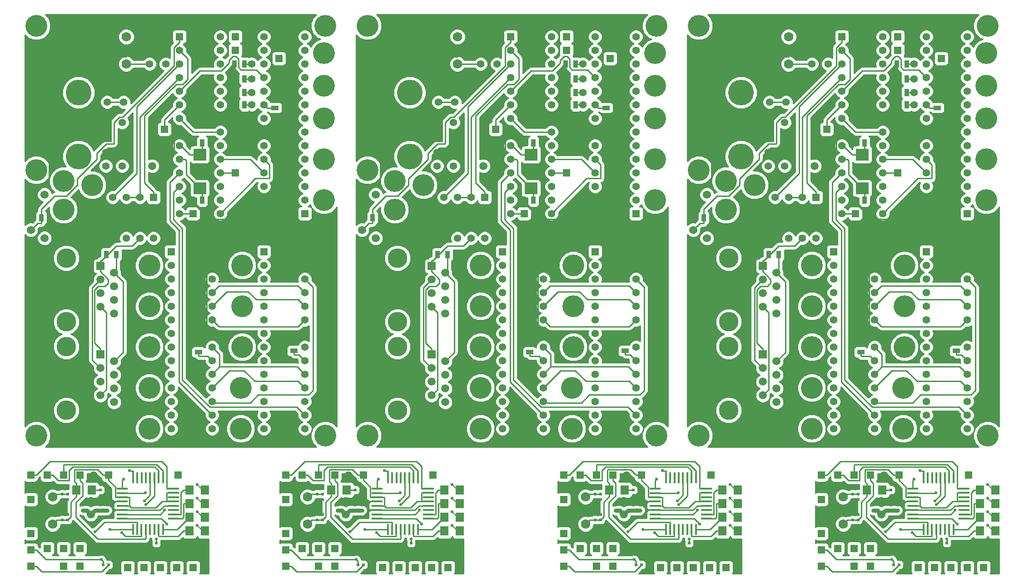
<source format=gbl>
G04 (created by PCBNEW-RS274X (2011-07-08)-stable) date Thu 21 Jul 2011 05:41:28 PM EDT*
G01*
G70*
G90*
%MOIN*%
G04 Gerber Fmt 3.4, Leading zero omitted, Abs format*
%FSLAX34Y34*%
G04 APERTURE LIST*
%ADD10C,0.006000*%
%ADD11C,0.160000*%
%ADD12C,0.055000*%
%ADD13R,0.055000X0.055000*%
%ADD14C,0.059100*%
%ADD15C,0.189000*%
%ADD16R,0.189000X0.189000*%
%ADD17C,0.070000*%
%ADD18R,0.070000X0.070000*%
%ADD19C,0.143700*%
%ADD20R,0.059100X0.059100*%
%ADD21R,0.035000X0.055000*%
%ADD22R,0.055000X0.035000*%
%ADD23C,0.060000*%
%ADD24R,0.094500X0.086600*%
%ADD25R,0.062900X0.070900*%
%ADD26R,0.019700X0.019700*%
%ADD27R,0.078700X0.017700*%
%ADD28R,0.017700X0.078700*%
%ADD29C,0.021000*%
%ADD30C,0.010000*%
%ADD31C,0.008000*%
%ADD32C,0.030000*%
G04 APERTURE END LIST*
G54D10*
G54D11*
X26700Y-28100D03*
X24600Y-29900D03*
X24600Y-27800D03*
X22600Y-27000D03*
X30900Y-46000D03*
X30900Y-43000D03*
X30900Y-40000D03*
X30900Y-37000D03*
X30900Y-34000D03*
X37600Y-46000D03*
X37600Y-43000D03*
X37700Y-40000D03*
X37700Y-37000D03*
X37700Y-34000D03*
X43700Y-18400D03*
X43700Y-20800D03*
X43700Y-23200D03*
X43700Y-26200D03*
X43700Y-29200D03*
X25000Y-16400D03*
G54D12*
X27700Y-26700D03*
X27700Y-25700D03*
X32100Y-19200D03*
X32100Y-18200D03*
X30900Y-19200D03*
X30900Y-18200D03*
X28900Y-23500D03*
X28900Y-24500D03*
X28900Y-26700D03*
X28900Y-25700D03*
X29000Y-22000D03*
X29000Y-21000D03*
X27800Y-22000D03*
X27800Y-21000D03*
X33100Y-18200D03*
X33100Y-19200D03*
X33100Y-20200D03*
X33100Y-21200D03*
X33100Y-22200D03*
X33100Y-23200D03*
X33100Y-24200D03*
X33100Y-25200D03*
X33100Y-26200D03*
X33100Y-27200D03*
X33100Y-28200D03*
X33100Y-29200D03*
X33100Y-30200D03*
G54D13*
X33100Y-17200D03*
G54D12*
X36100Y-30200D03*
X36100Y-29200D03*
X36100Y-28200D03*
X36100Y-27200D03*
X36100Y-26200D03*
X36100Y-25200D03*
X36100Y-24200D03*
X36100Y-23200D03*
X36100Y-22200D03*
X36100Y-21200D03*
X36100Y-20200D03*
X36100Y-19200D03*
X36100Y-18200D03*
X36100Y-17200D03*
G54D14*
X31100Y-25700D03*
X31100Y-26700D03*
G54D15*
X24800Y-19300D03*
G54D16*
X27200Y-19300D03*
G54D15*
X25700Y-21300D03*
X24800Y-24000D03*
G54D16*
X27200Y-24000D03*
G54D15*
X25700Y-26000D03*
G54D17*
X29200Y-17200D03*
G54D18*
X29200Y-18200D03*
G54D17*
X29200Y-19200D03*
G54D19*
X24800Y-44638D03*
X24800Y-39965D03*
G54D20*
X27300Y-40550D03*
G54D14*
X28300Y-41050D03*
X27300Y-41550D03*
X28300Y-42050D03*
X27300Y-42550D03*
X28300Y-43050D03*
X27300Y-43550D03*
X28300Y-44050D03*
G54D19*
X24800Y-38138D03*
X24800Y-33465D03*
G54D20*
X27300Y-34050D03*
G54D14*
X28300Y-34550D03*
X27300Y-35050D03*
X28300Y-35550D03*
X27300Y-36050D03*
X28300Y-36550D03*
X27300Y-37050D03*
X28300Y-37550D03*
G54D13*
X37200Y-17200D03*
X37200Y-18200D03*
X37200Y-27200D03*
X34100Y-30200D03*
X32000Y-24000D03*
X40400Y-18800D03*
G54D21*
X28475Y-33200D03*
X27725Y-33200D03*
X37125Y-19200D03*
X37875Y-19200D03*
X37125Y-20300D03*
X37875Y-20300D03*
X37125Y-21300D03*
X37875Y-21300D03*
X37125Y-22200D03*
X37875Y-22200D03*
G54D22*
X40100Y-22425D03*
X40100Y-23175D03*
X41500Y-40275D03*
X41500Y-39525D03*
X34500Y-40375D03*
X34500Y-39625D03*
G54D21*
X22225Y-30500D03*
X22975Y-30500D03*
X34025Y-25000D03*
X34775Y-25000D03*
X34025Y-29200D03*
X34775Y-29200D03*
G54D13*
X31200Y-29000D03*
G54D12*
X30200Y-29000D03*
X29200Y-29000D03*
X28200Y-29000D03*
X28200Y-32000D03*
X29200Y-32000D03*
X30200Y-32000D03*
X31200Y-32000D03*
X32500Y-34000D03*
X32500Y-35000D03*
X32500Y-36000D03*
X32500Y-37000D03*
X32500Y-38000D03*
X32500Y-39000D03*
X32500Y-40000D03*
X32500Y-41000D03*
X32500Y-42000D03*
X32500Y-43000D03*
X32500Y-44000D03*
X32500Y-45000D03*
X32500Y-46000D03*
G54D13*
X32500Y-33000D03*
G54D12*
X35500Y-46000D03*
X35500Y-45000D03*
X35500Y-44000D03*
X35500Y-43000D03*
X35500Y-42000D03*
X35500Y-41000D03*
X35500Y-40000D03*
X35500Y-39000D03*
X35500Y-38000D03*
X35500Y-37000D03*
X35500Y-36000D03*
X35500Y-35000D03*
X35500Y-34000D03*
X35500Y-33000D03*
X39300Y-34000D03*
X39300Y-35000D03*
X39300Y-36000D03*
X39300Y-37000D03*
X39300Y-38000D03*
X39300Y-39000D03*
X39300Y-40000D03*
X39300Y-41000D03*
X39300Y-42000D03*
X39300Y-43000D03*
X39300Y-44000D03*
X39300Y-45000D03*
X39300Y-46000D03*
G54D13*
X39300Y-33000D03*
G54D12*
X42300Y-46000D03*
X42300Y-45000D03*
X42300Y-44000D03*
X42300Y-43000D03*
X42300Y-42000D03*
X42300Y-41000D03*
X42300Y-40000D03*
X42300Y-39000D03*
X42300Y-38000D03*
X42300Y-37000D03*
X42300Y-36000D03*
X42300Y-35000D03*
X42300Y-34000D03*
X42300Y-33000D03*
X42300Y-29200D03*
X42300Y-28200D03*
X42300Y-27200D03*
X42300Y-26200D03*
X42300Y-25200D03*
X42300Y-24200D03*
X42300Y-23200D03*
X42300Y-22200D03*
X42300Y-21200D03*
X42300Y-20200D03*
X42300Y-19200D03*
X42300Y-18200D03*
X42300Y-17200D03*
G54D13*
X42300Y-30200D03*
G54D12*
X39300Y-17200D03*
X39300Y-18200D03*
X39300Y-19200D03*
X39300Y-20200D03*
X39300Y-21200D03*
X39300Y-22200D03*
X39300Y-23200D03*
X39300Y-24200D03*
X39300Y-25200D03*
X39300Y-26200D03*
X39300Y-27200D03*
X39300Y-28200D03*
X39300Y-29200D03*
X39300Y-30200D03*
G54D11*
X43800Y-46500D03*
X22600Y-46500D03*
X43800Y-16400D03*
X22600Y-16400D03*
G54D23*
X22200Y-31400D03*
X22200Y-29400D03*
X23200Y-32000D03*
X23200Y-28800D03*
G54D24*
X34600Y-25860D03*
X34600Y-28340D03*
G54D11*
X75300Y-28100D03*
X73200Y-29900D03*
X73200Y-27800D03*
X71200Y-27000D03*
X79500Y-46000D03*
X79500Y-43000D03*
X79500Y-40000D03*
X79500Y-37000D03*
X79500Y-34000D03*
X86200Y-46000D03*
X86200Y-43000D03*
X86300Y-40000D03*
X86300Y-37000D03*
X86300Y-34000D03*
X92300Y-18400D03*
X92300Y-20800D03*
X92300Y-23200D03*
X92300Y-26200D03*
X92300Y-29200D03*
X73600Y-16400D03*
G54D12*
X76300Y-26700D03*
X76300Y-25700D03*
X80700Y-19200D03*
X80700Y-18200D03*
X79500Y-19200D03*
X79500Y-18200D03*
X77500Y-23500D03*
X77500Y-24500D03*
X77500Y-26700D03*
X77500Y-25700D03*
X77600Y-22000D03*
X77600Y-21000D03*
X76400Y-22000D03*
X76400Y-21000D03*
X81700Y-18200D03*
X81700Y-19200D03*
X81700Y-20200D03*
X81700Y-21200D03*
X81700Y-22200D03*
X81700Y-23200D03*
X81700Y-24200D03*
X81700Y-25200D03*
X81700Y-26200D03*
X81700Y-27200D03*
X81700Y-28200D03*
X81700Y-29200D03*
X81700Y-30200D03*
G54D13*
X81700Y-17200D03*
G54D12*
X84700Y-30200D03*
X84700Y-29200D03*
X84700Y-28200D03*
X84700Y-27200D03*
X84700Y-26200D03*
X84700Y-25200D03*
X84700Y-24200D03*
X84700Y-23200D03*
X84700Y-22200D03*
X84700Y-21200D03*
X84700Y-20200D03*
X84700Y-19200D03*
X84700Y-18200D03*
X84700Y-17200D03*
G54D14*
X79700Y-25700D03*
X79700Y-26700D03*
G54D15*
X73400Y-19300D03*
G54D16*
X75800Y-19300D03*
G54D15*
X74300Y-21300D03*
X73400Y-24000D03*
G54D16*
X75800Y-24000D03*
G54D15*
X74300Y-26000D03*
G54D17*
X77800Y-17200D03*
G54D18*
X77800Y-18200D03*
G54D17*
X77800Y-19200D03*
G54D19*
X73400Y-44638D03*
X73400Y-39965D03*
G54D20*
X75900Y-40550D03*
G54D14*
X76900Y-41050D03*
X75900Y-41550D03*
X76900Y-42050D03*
X75900Y-42550D03*
X76900Y-43050D03*
X75900Y-43550D03*
X76900Y-44050D03*
G54D19*
X73400Y-38138D03*
X73400Y-33465D03*
G54D20*
X75900Y-34050D03*
G54D14*
X76900Y-34550D03*
X75900Y-35050D03*
X76900Y-35550D03*
X75900Y-36050D03*
X76900Y-36550D03*
X75900Y-37050D03*
X76900Y-37550D03*
G54D13*
X85800Y-17200D03*
X85800Y-18200D03*
X85800Y-27200D03*
X82700Y-30200D03*
X80600Y-24000D03*
X89000Y-18800D03*
G54D21*
X77075Y-33200D03*
X76325Y-33200D03*
X85725Y-19200D03*
X86475Y-19200D03*
X85725Y-20300D03*
X86475Y-20300D03*
X85725Y-21300D03*
X86475Y-21300D03*
X85725Y-22200D03*
X86475Y-22200D03*
G54D22*
X88700Y-22425D03*
X88700Y-23175D03*
X90100Y-40275D03*
X90100Y-39525D03*
X83100Y-40375D03*
X83100Y-39625D03*
G54D21*
X70825Y-30500D03*
X71575Y-30500D03*
X82625Y-25000D03*
X83375Y-25000D03*
X82625Y-29200D03*
X83375Y-29200D03*
G54D13*
X79800Y-29000D03*
G54D12*
X78800Y-29000D03*
X77800Y-29000D03*
X76800Y-29000D03*
X76800Y-32000D03*
X77800Y-32000D03*
X78800Y-32000D03*
X79800Y-32000D03*
X81100Y-34000D03*
X81100Y-35000D03*
X81100Y-36000D03*
X81100Y-37000D03*
X81100Y-38000D03*
X81100Y-39000D03*
X81100Y-40000D03*
X81100Y-41000D03*
X81100Y-42000D03*
X81100Y-43000D03*
X81100Y-44000D03*
X81100Y-45000D03*
X81100Y-46000D03*
G54D13*
X81100Y-33000D03*
G54D12*
X84100Y-46000D03*
X84100Y-45000D03*
X84100Y-44000D03*
X84100Y-43000D03*
X84100Y-42000D03*
X84100Y-41000D03*
X84100Y-40000D03*
X84100Y-39000D03*
X84100Y-38000D03*
X84100Y-37000D03*
X84100Y-36000D03*
X84100Y-35000D03*
X84100Y-34000D03*
X84100Y-33000D03*
X87900Y-34000D03*
X87900Y-35000D03*
X87900Y-36000D03*
X87900Y-37000D03*
X87900Y-38000D03*
X87900Y-39000D03*
X87900Y-40000D03*
X87900Y-41000D03*
X87900Y-42000D03*
X87900Y-43000D03*
X87900Y-44000D03*
X87900Y-45000D03*
X87900Y-46000D03*
G54D13*
X87900Y-33000D03*
G54D12*
X90900Y-46000D03*
X90900Y-45000D03*
X90900Y-44000D03*
X90900Y-43000D03*
X90900Y-42000D03*
X90900Y-41000D03*
X90900Y-40000D03*
X90900Y-39000D03*
X90900Y-38000D03*
X90900Y-37000D03*
X90900Y-36000D03*
X90900Y-35000D03*
X90900Y-34000D03*
X90900Y-33000D03*
X90900Y-29200D03*
X90900Y-28200D03*
X90900Y-27200D03*
X90900Y-26200D03*
X90900Y-25200D03*
X90900Y-24200D03*
X90900Y-23200D03*
X90900Y-22200D03*
X90900Y-21200D03*
X90900Y-20200D03*
X90900Y-19200D03*
X90900Y-18200D03*
X90900Y-17200D03*
G54D13*
X90900Y-30200D03*
G54D12*
X87900Y-17200D03*
X87900Y-18200D03*
X87900Y-19200D03*
X87900Y-20200D03*
X87900Y-21200D03*
X87900Y-22200D03*
X87900Y-23200D03*
X87900Y-24200D03*
X87900Y-25200D03*
X87900Y-26200D03*
X87900Y-27200D03*
X87900Y-28200D03*
X87900Y-29200D03*
X87900Y-30200D03*
G54D11*
X92400Y-46500D03*
X71200Y-46500D03*
X92400Y-16400D03*
X71200Y-16400D03*
G54D23*
X70800Y-31400D03*
X70800Y-29400D03*
X71800Y-32000D03*
X71800Y-28800D03*
G54D24*
X83200Y-25860D03*
X83200Y-28340D03*
G54D11*
X51000Y-28100D03*
X48900Y-29900D03*
X48900Y-27800D03*
X46900Y-27000D03*
X55200Y-46000D03*
X55200Y-43000D03*
X55200Y-40000D03*
X55200Y-37000D03*
X55200Y-34000D03*
X61900Y-46000D03*
X61900Y-43000D03*
X62000Y-40000D03*
X62000Y-37000D03*
X62000Y-34000D03*
X68000Y-18400D03*
X68000Y-20800D03*
X68000Y-23200D03*
X68000Y-26200D03*
X68000Y-29200D03*
X49300Y-16400D03*
G54D12*
X52000Y-26700D03*
X52000Y-25700D03*
X56400Y-19200D03*
X56400Y-18200D03*
X55200Y-19200D03*
X55200Y-18200D03*
X53200Y-23500D03*
X53200Y-24500D03*
X53200Y-26700D03*
X53200Y-25700D03*
X53300Y-22000D03*
X53300Y-21000D03*
X52100Y-22000D03*
X52100Y-21000D03*
X57400Y-18200D03*
X57400Y-19200D03*
X57400Y-20200D03*
X57400Y-21200D03*
X57400Y-22200D03*
X57400Y-23200D03*
X57400Y-24200D03*
X57400Y-25200D03*
X57400Y-26200D03*
X57400Y-27200D03*
X57400Y-28200D03*
X57400Y-29200D03*
X57400Y-30200D03*
G54D13*
X57400Y-17200D03*
G54D12*
X60400Y-30200D03*
X60400Y-29200D03*
X60400Y-28200D03*
X60400Y-27200D03*
X60400Y-26200D03*
X60400Y-25200D03*
X60400Y-24200D03*
X60400Y-23200D03*
X60400Y-22200D03*
X60400Y-21200D03*
X60400Y-20200D03*
X60400Y-19200D03*
X60400Y-18200D03*
X60400Y-17200D03*
G54D14*
X55400Y-25700D03*
X55400Y-26700D03*
G54D15*
X49100Y-19300D03*
G54D16*
X51500Y-19300D03*
G54D15*
X50000Y-21300D03*
X49100Y-24000D03*
G54D16*
X51500Y-24000D03*
G54D15*
X50000Y-26000D03*
G54D17*
X53500Y-17200D03*
G54D18*
X53500Y-18200D03*
G54D17*
X53500Y-19200D03*
G54D19*
X49100Y-44638D03*
X49100Y-39965D03*
G54D20*
X51600Y-40550D03*
G54D14*
X52600Y-41050D03*
X51600Y-41550D03*
X52600Y-42050D03*
X51600Y-42550D03*
X52600Y-43050D03*
X51600Y-43550D03*
X52600Y-44050D03*
G54D19*
X49100Y-38138D03*
X49100Y-33465D03*
G54D20*
X51600Y-34050D03*
G54D14*
X52600Y-34550D03*
X51600Y-35050D03*
X52600Y-35550D03*
X51600Y-36050D03*
X52600Y-36550D03*
X51600Y-37050D03*
X52600Y-37550D03*
G54D13*
X61500Y-17200D03*
X61500Y-18200D03*
X61500Y-27200D03*
X58400Y-30200D03*
X56300Y-24000D03*
X64700Y-18800D03*
G54D21*
X52775Y-33200D03*
X52025Y-33200D03*
X61425Y-19200D03*
X62175Y-19200D03*
X61425Y-20300D03*
X62175Y-20300D03*
X61425Y-21300D03*
X62175Y-21300D03*
X61425Y-22200D03*
X62175Y-22200D03*
G54D22*
X64400Y-22425D03*
X64400Y-23175D03*
X65800Y-40275D03*
X65800Y-39525D03*
X58800Y-40375D03*
X58800Y-39625D03*
G54D21*
X46525Y-30500D03*
X47275Y-30500D03*
X58325Y-25000D03*
X59075Y-25000D03*
X58325Y-29200D03*
X59075Y-29200D03*
G54D13*
X55500Y-29000D03*
G54D12*
X54500Y-29000D03*
X53500Y-29000D03*
X52500Y-29000D03*
X52500Y-32000D03*
X53500Y-32000D03*
X54500Y-32000D03*
X55500Y-32000D03*
X56800Y-34000D03*
X56800Y-35000D03*
X56800Y-36000D03*
X56800Y-37000D03*
X56800Y-38000D03*
X56800Y-39000D03*
X56800Y-40000D03*
X56800Y-41000D03*
X56800Y-42000D03*
X56800Y-43000D03*
X56800Y-44000D03*
X56800Y-45000D03*
X56800Y-46000D03*
G54D13*
X56800Y-33000D03*
G54D12*
X59800Y-46000D03*
X59800Y-45000D03*
X59800Y-44000D03*
X59800Y-43000D03*
X59800Y-42000D03*
X59800Y-41000D03*
X59800Y-40000D03*
X59800Y-39000D03*
X59800Y-38000D03*
X59800Y-37000D03*
X59800Y-36000D03*
X59800Y-35000D03*
X59800Y-34000D03*
X59800Y-33000D03*
X63600Y-34000D03*
X63600Y-35000D03*
X63600Y-36000D03*
X63600Y-37000D03*
X63600Y-38000D03*
X63600Y-39000D03*
X63600Y-40000D03*
X63600Y-41000D03*
X63600Y-42000D03*
X63600Y-43000D03*
X63600Y-44000D03*
X63600Y-45000D03*
X63600Y-46000D03*
G54D13*
X63600Y-33000D03*
G54D12*
X66600Y-46000D03*
X66600Y-45000D03*
X66600Y-44000D03*
X66600Y-43000D03*
X66600Y-42000D03*
X66600Y-41000D03*
X66600Y-40000D03*
X66600Y-39000D03*
X66600Y-38000D03*
X66600Y-37000D03*
X66600Y-36000D03*
X66600Y-35000D03*
X66600Y-34000D03*
X66600Y-33000D03*
X66600Y-29200D03*
X66600Y-28200D03*
X66600Y-27200D03*
X66600Y-26200D03*
X66600Y-25200D03*
X66600Y-24200D03*
X66600Y-23200D03*
X66600Y-22200D03*
X66600Y-21200D03*
X66600Y-20200D03*
X66600Y-19200D03*
X66600Y-18200D03*
X66600Y-17200D03*
G54D13*
X66600Y-30200D03*
G54D12*
X63600Y-17200D03*
X63600Y-18200D03*
X63600Y-19200D03*
X63600Y-20200D03*
X63600Y-21200D03*
X63600Y-22200D03*
X63600Y-23200D03*
X63600Y-24200D03*
X63600Y-25200D03*
X63600Y-26200D03*
X63600Y-27200D03*
X63600Y-28200D03*
X63600Y-29200D03*
X63600Y-30200D03*
G54D11*
X68100Y-46500D03*
X46900Y-46500D03*
X68100Y-16400D03*
X46900Y-16400D03*
G54D23*
X46500Y-31400D03*
X46500Y-29400D03*
X47500Y-32000D03*
X47500Y-28800D03*
G54D24*
X58900Y-25860D03*
X58900Y-28340D03*
G54D14*
X26600Y-51300D03*
X26600Y-52300D03*
G54D25*
X33841Y-53500D03*
X34959Y-53500D03*
X33841Y-52500D03*
X34959Y-52500D03*
X33841Y-51500D03*
X34959Y-51500D03*
X33841Y-50500D03*
X34959Y-50500D03*
X25541Y-50500D03*
X26659Y-50500D03*
G54D17*
X23800Y-51000D03*
G54D18*
X23800Y-52000D03*
G54D17*
X23800Y-53000D03*
G54D13*
X33000Y-49400D03*
X22200Y-49400D03*
X23400Y-49400D03*
X24600Y-49400D03*
X25800Y-54800D03*
X25800Y-56100D03*
X24600Y-54800D03*
X23400Y-54800D03*
X24600Y-56100D03*
X22200Y-51200D03*
X22200Y-53700D03*
X22200Y-52400D03*
X22200Y-56100D03*
X22200Y-54900D03*
X25800Y-49400D03*
G54D12*
X26800Y-49400D03*
G54D26*
X27901Y-56000D03*
X27499Y-56000D03*
X31401Y-54400D03*
X30999Y-54400D03*
X27299Y-50500D03*
X27701Y-50500D03*
X26000Y-52001D03*
X26000Y-51599D03*
X24500Y-52701D03*
X24500Y-52299D03*
X24900Y-52701D03*
X24900Y-52299D03*
X27800Y-52001D03*
X27800Y-51599D03*
X27300Y-52001D03*
X27300Y-51599D03*
X24900Y-50799D03*
X24900Y-51201D03*
X24500Y-50799D03*
X24500Y-51201D03*
G54D27*
X28904Y-50407D03*
X28904Y-50722D03*
X28904Y-51037D03*
X28904Y-51352D03*
X28904Y-51667D03*
X28904Y-51982D03*
X28904Y-52297D03*
X28904Y-52612D03*
X32670Y-52610D03*
X32670Y-50400D03*
X32670Y-50720D03*
X32670Y-51040D03*
X32670Y-51350D03*
X32670Y-51670D03*
X32670Y-51980D03*
X32670Y-52300D03*
G54D28*
X29688Y-53400D03*
X30002Y-53400D03*
X30318Y-53400D03*
X30632Y-53400D03*
X30948Y-53400D03*
X31262Y-53400D03*
X31578Y-53400D03*
X31892Y-53400D03*
X29690Y-49620D03*
X30000Y-49620D03*
X30320Y-49620D03*
X30630Y-49620D03*
X30940Y-49620D03*
X31260Y-49620D03*
X31580Y-49620D03*
X31900Y-49620D03*
G54D13*
X27900Y-49400D03*
X31700Y-56200D03*
X30500Y-56200D03*
X29300Y-56200D03*
X32900Y-56200D03*
X34100Y-56200D03*
G54D14*
X84600Y-51300D03*
X84600Y-52300D03*
G54D25*
X91841Y-53500D03*
X92959Y-53500D03*
X91841Y-52500D03*
X92959Y-52500D03*
X91841Y-51500D03*
X92959Y-51500D03*
X91841Y-50500D03*
X92959Y-50500D03*
X83541Y-50500D03*
X84659Y-50500D03*
G54D17*
X81800Y-51000D03*
G54D18*
X81800Y-52000D03*
G54D17*
X81800Y-53000D03*
G54D13*
X91000Y-49400D03*
X80200Y-49400D03*
X81400Y-49400D03*
X82600Y-49400D03*
X83800Y-54800D03*
X83800Y-56100D03*
X82600Y-54800D03*
X81400Y-54800D03*
X82600Y-56100D03*
X80200Y-51200D03*
X80200Y-53700D03*
X80200Y-52400D03*
X80200Y-56100D03*
X80200Y-54900D03*
X83800Y-49400D03*
G54D12*
X84800Y-49400D03*
G54D26*
X85901Y-56000D03*
X85499Y-56000D03*
X89401Y-54400D03*
X88999Y-54400D03*
X85299Y-50500D03*
X85701Y-50500D03*
X84000Y-52001D03*
X84000Y-51599D03*
X82500Y-52701D03*
X82500Y-52299D03*
X82900Y-52701D03*
X82900Y-52299D03*
X85800Y-52001D03*
X85800Y-51599D03*
X85300Y-52001D03*
X85300Y-51599D03*
X82900Y-50799D03*
X82900Y-51201D03*
X82500Y-50799D03*
X82500Y-51201D03*
G54D27*
X86904Y-50407D03*
X86904Y-50722D03*
X86904Y-51037D03*
X86904Y-51352D03*
X86904Y-51667D03*
X86904Y-51982D03*
X86904Y-52297D03*
X86904Y-52612D03*
X90670Y-52610D03*
X90670Y-50400D03*
X90670Y-50720D03*
X90670Y-51040D03*
X90670Y-51350D03*
X90670Y-51670D03*
X90670Y-51980D03*
X90670Y-52300D03*
G54D28*
X87688Y-53400D03*
X88002Y-53400D03*
X88318Y-53400D03*
X88632Y-53400D03*
X88948Y-53400D03*
X89262Y-53400D03*
X89578Y-53400D03*
X89892Y-53400D03*
X87690Y-49620D03*
X88000Y-49620D03*
X88320Y-49620D03*
X88630Y-49620D03*
X88940Y-49620D03*
X89260Y-49620D03*
X89580Y-49620D03*
X89900Y-49620D03*
G54D13*
X85900Y-49400D03*
X89700Y-56200D03*
X88500Y-56200D03*
X87300Y-56200D03*
X90900Y-56200D03*
X92100Y-56200D03*
G54D14*
X65700Y-51300D03*
X65700Y-52300D03*
G54D25*
X72941Y-53500D03*
X74059Y-53500D03*
X72941Y-52500D03*
X74059Y-52500D03*
X72941Y-51500D03*
X74059Y-51500D03*
X72941Y-50500D03*
X74059Y-50500D03*
X64641Y-50500D03*
X65759Y-50500D03*
G54D17*
X62900Y-51000D03*
G54D18*
X62900Y-52000D03*
G54D17*
X62900Y-53000D03*
G54D13*
X72100Y-49400D03*
X61300Y-49400D03*
X62500Y-49400D03*
X63700Y-49400D03*
X64900Y-54800D03*
X64900Y-56100D03*
X63700Y-54800D03*
X62500Y-54800D03*
X63700Y-56100D03*
X61300Y-51200D03*
X61300Y-53700D03*
X61300Y-52400D03*
X61300Y-56100D03*
X61300Y-54900D03*
X64900Y-49400D03*
G54D12*
X65900Y-49400D03*
G54D26*
X67001Y-56000D03*
X66599Y-56000D03*
X70501Y-54400D03*
X70099Y-54400D03*
X66399Y-50500D03*
X66801Y-50500D03*
X65100Y-52001D03*
X65100Y-51599D03*
X63600Y-52701D03*
X63600Y-52299D03*
X64000Y-52701D03*
X64000Y-52299D03*
X66900Y-52001D03*
X66900Y-51599D03*
X66400Y-52001D03*
X66400Y-51599D03*
X64000Y-50799D03*
X64000Y-51201D03*
X63600Y-50799D03*
X63600Y-51201D03*
G54D27*
X68004Y-50407D03*
X68004Y-50722D03*
X68004Y-51037D03*
X68004Y-51352D03*
X68004Y-51667D03*
X68004Y-51982D03*
X68004Y-52297D03*
X68004Y-52612D03*
X71770Y-52610D03*
X71770Y-50400D03*
X71770Y-50720D03*
X71770Y-51040D03*
X71770Y-51350D03*
X71770Y-51670D03*
X71770Y-51980D03*
X71770Y-52300D03*
G54D28*
X68788Y-53400D03*
X69102Y-53400D03*
X69418Y-53400D03*
X69732Y-53400D03*
X70048Y-53400D03*
X70362Y-53400D03*
X70678Y-53400D03*
X70992Y-53400D03*
X68790Y-49620D03*
X69100Y-49620D03*
X69420Y-49620D03*
X69730Y-49620D03*
X70040Y-49620D03*
X70360Y-49620D03*
X70680Y-49620D03*
X71000Y-49620D03*
G54D13*
X67000Y-49400D03*
X70800Y-56200D03*
X69600Y-56200D03*
X68400Y-56200D03*
X72000Y-56200D03*
X73200Y-56200D03*
G54D14*
X45300Y-51300D03*
X45300Y-52300D03*
G54D25*
X52541Y-53500D03*
X53659Y-53500D03*
X52541Y-52500D03*
X53659Y-52500D03*
X52541Y-51500D03*
X53659Y-51500D03*
X52541Y-50500D03*
X53659Y-50500D03*
X44241Y-50500D03*
X45359Y-50500D03*
G54D17*
X42500Y-51000D03*
G54D18*
X42500Y-52000D03*
G54D17*
X42500Y-53000D03*
G54D13*
X51700Y-49400D03*
X40900Y-49400D03*
X42100Y-49400D03*
X43300Y-49400D03*
X44500Y-54800D03*
X44500Y-56100D03*
X43300Y-54800D03*
X42100Y-54800D03*
X43300Y-56100D03*
X40900Y-51200D03*
X40900Y-53700D03*
X40900Y-52400D03*
X40900Y-56100D03*
X40900Y-54900D03*
X44500Y-49400D03*
G54D12*
X45500Y-49400D03*
G54D26*
X46601Y-56000D03*
X46199Y-56000D03*
X50101Y-54400D03*
X49699Y-54400D03*
X45999Y-50500D03*
X46401Y-50500D03*
X44700Y-52001D03*
X44700Y-51599D03*
X43200Y-52701D03*
X43200Y-52299D03*
X43600Y-52701D03*
X43600Y-52299D03*
X46500Y-52001D03*
X46500Y-51599D03*
X46000Y-52001D03*
X46000Y-51599D03*
X43600Y-50799D03*
X43600Y-51201D03*
X43200Y-50799D03*
X43200Y-51201D03*
G54D27*
X47604Y-50407D03*
X47604Y-50722D03*
X47604Y-51037D03*
X47604Y-51352D03*
X47604Y-51667D03*
X47604Y-51982D03*
X47604Y-52297D03*
X47604Y-52612D03*
X51370Y-52610D03*
X51370Y-50400D03*
X51370Y-50720D03*
X51370Y-51040D03*
X51370Y-51350D03*
X51370Y-51670D03*
X51370Y-51980D03*
X51370Y-52300D03*
G54D28*
X48388Y-53400D03*
X48702Y-53400D03*
X49018Y-53400D03*
X49332Y-53400D03*
X49648Y-53400D03*
X49962Y-53400D03*
X50278Y-53400D03*
X50592Y-53400D03*
X48390Y-49620D03*
X48700Y-49620D03*
X49020Y-49620D03*
X49330Y-49620D03*
X49640Y-49620D03*
X49960Y-49620D03*
X50280Y-49620D03*
X50600Y-49620D03*
G54D13*
X46600Y-49400D03*
X50400Y-56200D03*
X49200Y-56200D03*
X48000Y-56200D03*
X51600Y-56200D03*
X52800Y-56200D03*
G54D29*
X34400Y-51100D03*
X92400Y-51100D03*
X73500Y-51100D03*
X53100Y-51100D03*
X34401Y-52101D03*
X92401Y-52101D03*
X73501Y-52101D03*
X53101Y-52101D03*
G54D12*
X38400Y-19200D03*
X87000Y-19200D03*
X62700Y-19200D03*
G54D29*
X34401Y-53101D03*
X92401Y-53101D03*
X73501Y-53101D03*
X53101Y-53101D03*
G54D12*
X38400Y-20300D03*
X87000Y-20300D03*
X62700Y-20300D03*
G54D29*
X27382Y-55611D03*
X85382Y-55611D03*
X66482Y-55611D03*
X46082Y-55611D03*
G54D12*
X38400Y-21300D03*
X87000Y-21300D03*
X62700Y-21300D03*
G54D29*
X34401Y-50101D03*
X92401Y-50101D03*
X73501Y-50101D03*
X53101Y-50101D03*
X30630Y-51580D03*
X88630Y-51580D03*
X69730Y-51580D03*
X49330Y-51580D03*
G54D12*
X38400Y-22200D03*
X87000Y-22200D03*
X62700Y-22200D03*
G54D29*
X31400Y-54100D03*
X89400Y-54100D03*
X70500Y-54100D03*
X50100Y-54100D03*
X32004Y-51985D03*
X90004Y-51985D03*
X71104Y-51985D03*
X50704Y-51985D03*
X30531Y-51289D03*
X88531Y-51289D03*
X69631Y-51289D03*
X49231Y-51289D03*
X28870Y-53636D03*
X86870Y-53636D03*
X67970Y-53636D03*
X47570Y-53636D03*
X29000Y-49700D03*
X87000Y-49700D03*
X68100Y-49700D03*
X47700Y-49700D03*
X26912Y-53558D03*
X84912Y-53558D03*
X66012Y-53558D03*
X45612Y-53558D03*
X32159Y-52988D03*
X90159Y-52988D03*
X71259Y-52988D03*
X50859Y-52988D03*
X29436Y-49058D03*
X87436Y-49058D03*
X68536Y-49058D03*
X48136Y-49058D03*
X30600Y-50700D03*
X88600Y-50700D03*
X69700Y-50700D03*
X49300Y-50700D03*
X28009Y-53396D03*
X86009Y-53396D03*
X67109Y-53396D03*
X46709Y-53396D03*
G54D30*
X34025Y-29200D02*
X34025Y-29325D01*
X34025Y-29325D02*
X35300Y-30600D01*
X35300Y-30600D02*
X35724Y-30600D01*
X34025Y-25000D02*
X33900Y-25000D01*
X33900Y-25000D02*
X33100Y-24200D01*
X41898Y-39402D02*
X42300Y-39000D01*
X41898Y-39525D02*
X41898Y-39402D01*
X41500Y-39525D02*
X41898Y-39525D01*
X40100Y-23175D02*
X40100Y-23473D01*
X37125Y-21300D02*
X37125Y-20300D01*
X37125Y-20300D02*
X37125Y-19200D01*
X37125Y-22200D02*
X37125Y-21300D01*
X27800Y-21000D02*
X29000Y-21000D01*
X28895Y-18673D02*
X29200Y-18673D01*
X28268Y-19300D02*
X28895Y-18673D01*
X27200Y-19300D02*
X28268Y-19300D01*
X29200Y-18200D02*
X29200Y-18673D01*
X24800Y-24000D02*
X27200Y-24000D01*
X27200Y-21600D02*
X27800Y-21000D01*
X27200Y-24000D02*
X27200Y-21600D01*
X39500Y-30200D02*
X39300Y-30200D01*
X42300Y-33000D02*
X39500Y-30200D01*
X35724Y-32776D02*
X35724Y-30600D01*
X35724Y-30600D02*
X35724Y-30599D01*
X35500Y-33000D02*
X35724Y-32776D01*
X38901Y-30599D02*
X39300Y-30200D01*
X35724Y-30599D02*
X38901Y-30599D01*
X34500Y-39625D02*
X34500Y-39327D01*
X34500Y-39327D02*
X35164Y-38663D01*
X35101Y-38601D02*
X35164Y-38663D01*
X35101Y-34399D02*
X35101Y-38601D01*
X35500Y-34000D02*
X35101Y-34399D01*
X35164Y-38663D02*
X35500Y-39000D01*
X32701Y-25700D02*
X31100Y-25700D01*
X32701Y-24599D02*
X33100Y-24200D01*
X32701Y-25700D02*
X32701Y-24599D01*
X36827Y-22473D02*
X36827Y-22200D01*
X36100Y-23200D02*
X36827Y-22473D01*
X37125Y-22200D02*
X36827Y-22200D01*
X37125Y-22200D02*
X37423Y-22200D01*
X39300Y-23955D02*
X39300Y-24200D01*
X39782Y-23473D02*
X39300Y-23955D01*
X40100Y-23473D02*
X39782Y-23473D01*
X37423Y-22498D02*
X37423Y-22200D01*
X38880Y-23955D02*
X37423Y-22498D01*
X39300Y-23955D02*
X38880Y-23955D01*
X28900Y-25700D02*
X27700Y-25700D01*
X23538Y-25262D02*
X24800Y-24000D01*
X23538Y-27690D02*
X23538Y-25262D01*
X22200Y-29028D02*
X23538Y-27690D01*
X22200Y-29400D02*
X22200Y-29028D01*
X22225Y-29425D02*
X22225Y-30500D01*
X22200Y-29400D02*
X22225Y-29425D01*
X25000Y-19300D02*
X25000Y-16400D01*
X24800Y-19300D02*
X25000Y-19300D01*
X25000Y-19300D02*
X27200Y-19300D01*
X29200Y-18200D02*
X30900Y-18200D01*
X30900Y-18200D02*
X32100Y-18200D01*
X82625Y-29200D02*
X82625Y-29325D01*
X82625Y-29325D02*
X83900Y-30600D01*
X83900Y-30600D02*
X84324Y-30600D01*
X82625Y-25000D02*
X82500Y-25000D01*
X82500Y-25000D02*
X81700Y-24200D01*
X90498Y-39402D02*
X90900Y-39000D01*
X90498Y-39525D02*
X90498Y-39402D01*
X90100Y-39525D02*
X90498Y-39525D01*
X88700Y-23175D02*
X88700Y-23473D01*
X85725Y-21300D02*
X85725Y-20300D01*
X85725Y-20300D02*
X85725Y-19200D01*
X85725Y-22200D02*
X85725Y-21300D01*
X76400Y-21000D02*
X77600Y-21000D01*
X77495Y-18673D02*
X77800Y-18673D01*
X76868Y-19300D02*
X77495Y-18673D01*
X75800Y-19300D02*
X76868Y-19300D01*
X77800Y-18200D02*
X77800Y-18673D01*
X73400Y-24000D02*
X75800Y-24000D01*
X75800Y-21600D02*
X76400Y-21000D01*
X75800Y-24000D02*
X75800Y-21600D01*
X88100Y-30200D02*
X87900Y-30200D01*
X90900Y-33000D02*
X88100Y-30200D01*
X84324Y-32776D02*
X84324Y-30600D01*
X84324Y-30600D02*
X84324Y-30599D01*
X84100Y-33000D02*
X84324Y-32776D01*
X87501Y-30599D02*
X87900Y-30200D01*
X84324Y-30599D02*
X87501Y-30599D01*
X83100Y-39625D02*
X83100Y-39327D01*
X83100Y-39327D02*
X83764Y-38663D01*
X83701Y-38601D02*
X83764Y-38663D01*
X83701Y-34399D02*
X83701Y-38601D01*
X84100Y-34000D02*
X83701Y-34399D01*
X83764Y-38663D02*
X84100Y-39000D01*
X81301Y-25700D02*
X79700Y-25700D01*
X81301Y-24599D02*
X81700Y-24200D01*
X81301Y-25700D02*
X81301Y-24599D01*
X85427Y-22473D02*
X85427Y-22200D01*
X84700Y-23200D02*
X85427Y-22473D01*
X85725Y-22200D02*
X85427Y-22200D01*
X85725Y-22200D02*
X86023Y-22200D01*
X87900Y-23955D02*
X87900Y-24200D01*
X88382Y-23473D02*
X87900Y-23955D01*
X88700Y-23473D02*
X88382Y-23473D01*
X86023Y-22498D02*
X86023Y-22200D01*
X87480Y-23955D02*
X86023Y-22498D01*
X87900Y-23955D02*
X87480Y-23955D01*
X77500Y-25700D02*
X76300Y-25700D01*
X72138Y-25262D02*
X73400Y-24000D01*
X72138Y-27690D02*
X72138Y-25262D01*
X70800Y-29028D02*
X72138Y-27690D01*
X70800Y-29400D02*
X70800Y-29028D01*
X70825Y-29425D02*
X70825Y-30500D01*
X70800Y-29400D02*
X70825Y-29425D01*
X73600Y-19300D02*
X73600Y-16400D01*
X73400Y-19300D02*
X73600Y-19300D01*
X73600Y-19300D02*
X75800Y-19300D01*
X77800Y-18200D02*
X79500Y-18200D01*
X79500Y-18200D02*
X80700Y-18200D01*
X58325Y-29200D02*
X58325Y-29325D01*
X58325Y-29325D02*
X59600Y-30600D01*
X59600Y-30600D02*
X60024Y-30600D01*
X58325Y-25000D02*
X58200Y-25000D01*
X58200Y-25000D02*
X57400Y-24200D01*
X66198Y-39402D02*
X66600Y-39000D01*
X66198Y-39525D02*
X66198Y-39402D01*
X65800Y-39525D02*
X66198Y-39525D01*
X64400Y-23175D02*
X64400Y-23473D01*
X61425Y-21300D02*
X61425Y-20300D01*
X61425Y-20300D02*
X61425Y-19200D01*
X61425Y-22200D02*
X61425Y-21300D01*
X52100Y-21000D02*
X53300Y-21000D01*
X53195Y-18673D02*
X53500Y-18673D01*
X52568Y-19300D02*
X53195Y-18673D01*
X51500Y-19300D02*
X52568Y-19300D01*
X53500Y-18200D02*
X53500Y-18673D01*
X49100Y-24000D02*
X51500Y-24000D01*
X51500Y-21600D02*
X52100Y-21000D01*
X51500Y-24000D02*
X51500Y-21600D01*
X63800Y-30200D02*
X63600Y-30200D01*
X66600Y-33000D02*
X63800Y-30200D01*
X60024Y-32776D02*
X60024Y-30600D01*
X60024Y-30600D02*
X60024Y-30599D01*
X59800Y-33000D02*
X60024Y-32776D01*
X63201Y-30599D02*
X63600Y-30200D01*
X60024Y-30599D02*
X63201Y-30599D01*
X58800Y-39625D02*
X58800Y-39327D01*
X58800Y-39327D02*
X59464Y-38663D01*
X59401Y-38601D02*
X59464Y-38663D01*
X59401Y-34399D02*
X59401Y-38601D01*
X59800Y-34000D02*
X59401Y-34399D01*
X59464Y-38663D02*
X59800Y-39000D01*
X57001Y-25700D02*
X55400Y-25700D01*
X57001Y-24599D02*
X57400Y-24200D01*
X57001Y-25700D02*
X57001Y-24599D01*
X61127Y-22473D02*
X61127Y-22200D01*
X60400Y-23200D02*
X61127Y-22473D01*
X61425Y-22200D02*
X61127Y-22200D01*
X61425Y-22200D02*
X61723Y-22200D01*
X63600Y-23955D02*
X63600Y-24200D01*
X64082Y-23473D02*
X63600Y-23955D01*
X64400Y-23473D02*
X64082Y-23473D01*
X61723Y-22498D02*
X61723Y-22200D01*
X63180Y-23955D02*
X61723Y-22498D01*
X63600Y-23955D02*
X63180Y-23955D01*
X53200Y-25700D02*
X52000Y-25700D01*
X47838Y-25262D02*
X49100Y-24000D01*
X47838Y-27690D02*
X47838Y-25262D01*
X46500Y-29028D02*
X47838Y-27690D01*
X46500Y-29400D02*
X46500Y-29028D01*
X46525Y-29425D02*
X46525Y-30500D01*
X46500Y-29400D02*
X46525Y-29425D01*
X49300Y-19300D02*
X49300Y-16400D01*
X49100Y-19300D02*
X49300Y-19300D01*
X49300Y-19300D02*
X51500Y-19300D01*
X53500Y-18200D02*
X55200Y-18200D01*
X55200Y-18200D02*
X56400Y-18200D01*
X27800Y-51599D02*
X27911Y-51599D01*
X27911Y-51599D02*
X28022Y-51599D01*
X27911Y-50932D02*
X27701Y-50722D01*
X27911Y-51599D02*
X27911Y-50932D01*
X27701Y-50500D02*
X27701Y-50722D01*
X27701Y-50500D02*
X27701Y-50279D01*
X24350Y-52077D02*
X24500Y-52077D01*
X24273Y-52000D02*
X24350Y-52077D01*
X23800Y-52000D02*
X24273Y-52000D01*
X24500Y-52299D02*
X24500Y-52188D01*
X24500Y-52188D02*
X24500Y-52077D01*
X24568Y-52188D02*
X24679Y-52299D01*
X24500Y-52188D02*
X24568Y-52188D01*
X24900Y-52299D02*
X24679Y-52299D01*
X24900Y-51201D02*
X24678Y-51201D01*
X24500Y-51201D02*
X24500Y-52077D01*
X24500Y-51201D02*
X24678Y-51201D01*
X26822Y-49400D02*
X26800Y-49400D01*
X27701Y-50279D02*
X26822Y-49400D01*
X26301Y-51599D02*
X26600Y-51300D01*
X26000Y-51599D02*
X26301Y-51599D01*
X27800Y-51599D02*
X27300Y-51599D01*
X26899Y-51599D02*
X26600Y-51300D01*
X27300Y-51599D02*
X26899Y-51599D01*
X28904Y-51352D02*
X28388Y-51352D01*
X28388Y-51965D02*
X28082Y-51658D01*
X28388Y-51982D02*
X28388Y-51965D01*
X28388Y-51352D02*
X28082Y-51658D01*
X28082Y-51658D02*
X28022Y-51599D01*
X28904Y-51982D02*
X28388Y-51982D01*
X31684Y-51982D02*
X29421Y-51982D01*
X31996Y-51670D02*
X31684Y-51982D01*
X32670Y-51670D02*
X31996Y-51670D01*
X28904Y-51982D02*
X29421Y-51982D01*
X85800Y-51599D02*
X85911Y-51599D01*
X85911Y-51599D02*
X86022Y-51599D01*
X85911Y-50932D02*
X85701Y-50722D01*
X85911Y-51599D02*
X85911Y-50932D01*
X85701Y-50500D02*
X85701Y-50722D01*
X85701Y-50500D02*
X85701Y-50279D01*
X82350Y-52077D02*
X82500Y-52077D01*
X82273Y-52000D02*
X82350Y-52077D01*
X81800Y-52000D02*
X82273Y-52000D01*
X82500Y-52299D02*
X82500Y-52188D01*
X82500Y-52188D02*
X82500Y-52077D01*
X82568Y-52188D02*
X82679Y-52299D01*
X82500Y-52188D02*
X82568Y-52188D01*
X82900Y-52299D02*
X82679Y-52299D01*
X82900Y-51201D02*
X82678Y-51201D01*
X82500Y-51201D02*
X82500Y-52077D01*
X82500Y-51201D02*
X82678Y-51201D01*
X84822Y-49400D02*
X84800Y-49400D01*
X85701Y-50279D02*
X84822Y-49400D01*
X84301Y-51599D02*
X84600Y-51300D01*
X84000Y-51599D02*
X84301Y-51599D01*
X85800Y-51599D02*
X85300Y-51599D01*
X84899Y-51599D02*
X84600Y-51300D01*
X85300Y-51599D02*
X84899Y-51599D01*
X86904Y-51352D02*
X86388Y-51352D01*
X86388Y-51965D02*
X86082Y-51658D01*
X86388Y-51982D02*
X86388Y-51965D01*
X86388Y-51352D02*
X86082Y-51658D01*
X86082Y-51658D02*
X86022Y-51599D01*
X86904Y-51982D02*
X86388Y-51982D01*
X89684Y-51982D02*
X87421Y-51982D01*
X89996Y-51670D02*
X89684Y-51982D01*
X90670Y-51670D02*
X89996Y-51670D01*
X86904Y-51982D02*
X87421Y-51982D01*
X66900Y-51599D02*
X67011Y-51599D01*
X67011Y-51599D02*
X67122Y-51599D01*
X67011Y-50932D02*
X66801Y-50722D01*
X67011Y-51599D02*
X67011Y-50932D01*
X66801Y-50500D02*
X66801Y-50722D01*
X66801Y-50500D02*
X66801Y-50279D01*
X63450Y-52077D02*
X63600Y-52077D01*
X63373Y-52000D02*
X63450Y-52077D01*
X62900Y-52000D02*
X63373Y-52000D01*
X63600Y-52299D02*
X63600Y-52188D01*
X63600Y-52188D02*
X63600Y-52077D01*
X63668Y-52188D02*
X63779Y-52299D01*
X63600Y-52188D02*
X63668Y-52188D01*
X64000Y-52299D02*
X63779Y-52299D01*
X64000Y-51201D02*
X63778Y-51201D01*
X63600Y-51201D02*
X63600Y-52077D01*
X63600Y-51201D02*
X63778Y-51201D01*
X65922Y-49400D02*
X65900Y-49400D01*
X66801Y-50279D02*
X65922Y-49400D01*
X65401Y-51599D02*
X65700Y-51300D01*
X65100Y-51599D02*
X65401Y-51599D01*
X66900Y-51599D02*
X66400Y-51599D01*
X65999Y-51599D02*
X65700Y-51300D01*
X66400Y-51599D02*
X65999Y-51599D01*
X68004Y-51352D02*
X67488Y-51352D01*
X67488Y-51965D02*
X67182Y-51658D01*
X67488Y-51982D02*
X67488Y-51965D01*
X67488Y-51352D02*
X67182Y-51658D01*
X67182Y-51658D02*
X67122Y-51599D01*
X68004Y-51982D02*
X67488Y-51982D01*
X70784Y-51982D02*
X68521Y-51982D01*
X71096Y-51670D02*
X70784Y-51982D01*
X71770Y-51670D02*
X71096Y-51670D01*
X68004Y-51982D02*
X68521Y-51982D01*
X46500Y-51599D02*
X46611Y-51599D01*
X46611Y-51599D02*
X46722Y-51599D01*
X46611Y-50932D02*
X46401Y-50722D01*
X46611Y-51599D02*
X46611Y-50932D01*
X46401Y-50500D02*
X46401Y-50722D01*
X46401Y-50500D02*
X46401Y-50279D01*
X43050Y-52077D02*
X43200Y-52077D01*
X42973Y-52000D02*
X43050Y-52077D01*
X42500Y-52000D02*
X42973Y-52000D01*
X43200Y-52299D02*
X43200Y-52188D01*
X43200Y-52188D02*
X43200Y-52077D01*
X43268Y-52188D02*
X43379Y-52299D01*
X43200Y-52188D02*
X43268Y-52188D01*
X43600Y-52299D02*
X43379Y-52299D01*
X43600Y-51201D02*
X43378Y-51201D01*
X43200Y-51201D02*
X43200Y-52077D01*
X43200Y-51201D02*
X43378Y-51201D01*
X45522Y-49400D02*
X45500Y-49400D01*
X46401Y-50279D02*
X45522Y-49400D01*
X45001Y-51599D02*
X45300Y-51300D01*
X44700Y-51599D02*
X45001Y-51599D01*
X46500Y-51599D02*
X46000Y-51599D01*
X45599Y-51599D02*
X45300Y-51300D01*
X46000Y-51599D02*
X45599Y-51599D01*
X47604Y-51352D02*
X47088Y-51352D01*
X47088Y-51965D02*
X46782Y-51658D01*
X47088Y-51982D02*
X47088Y-51965D01*
X47088Y-51352D02*
X46782Y-51658D01*
X46782Y-51658D02*
X46722Y-51599D01*
X47604Y-51982D02*
X47088Y-51982D01*
X50384Y-51982D02*
X48121Y-51982D01*
X50696Y-51670D02*
X50384Y-51982D01*
X51370Y-51670D02*
X50696Y-51670D01*
X47604Y-51982D02*
X48121Y-51982D01*
X33187Y-50717D02*
X33404Y-50500D01*
X33187Y-52300D02*
X33187Y-50717D01*
X32670Y-52300D02*
X33187Y-52300D01*
X33841Y-50500D02*
X33404Y-50500D01*
X91187Y-50717D02*
X91404Y-50500D01*
X91187Y-52300D02*
X91187Y-50717D01*
X90670Y-52300D02*
X91187Y-52300D01*
X91841Y-50500D02*
X91404Y-50500D01*
X72287Y-50717D02*
X72504Y-50500D01*
X72287Y-52300D02*
X72287Y-50717D01*
X71770Y-52300D02*
X72287Y-52300D01*
X72941Y-50500D02*
X72504Y-50500D01*
X51887Y-50717D02*
X52104Y-50500D01*
X51887Y-52300D02*
X51887Y-50717D01*
X51370Y-52300D02*
X51887Y-52300D01*
X52541Y-50500D02*
X52104Y-50500D01*
G54D31*
X34800Y-51500D02*
X34959Y-51500D01*
X34400Y-51100D02*
X34800Y-51500D01*
X92800Y-51500D02*
X92959Y-51500D01*
X92400Y-51100D02*
X92800Y-51500D01*
X73900Y-51500D02*
X74059Y-51500D01*
X73500Y-51100D02*
X73900Y-51500D01*
X53500Y-51500D02*
X53659Y-51500D01*
X53100Y-51100D02*
X53500Y-51500D01*
G54D30*
X27800Y-22000D02*
X29000Y-22000D01*
X76400Y-22000D02*
X77600Y-22000D01*
X52100Y-22000D02*
X53300Y-22000D01*
X34401Y-52101D02*
X34400Y-52100D01*
G54D31*
X34800Y-52500D02*
X34959Y-52500D01*
X34401Y-52101D02*
X34800Y-52500D01*
X34400Y-52100D02*
X34401Y-52101D01*
G54D30*
X92401Y-52101D02*
X92400Y-52100D01*
G54D31*
X92800Y-52500D02*
X92959Y-52500D01*
X92401Y-52101D02*
X92800Y-52500D01*
X92400Y-52100D02*
X92401Y-52101D01*
G54D30*
X73501Y-52101D02*
X73500Y-52100D01*
G54D31*
X73900Y-52500D02*
X74059Y-52500D01*
X73501Y-52101D02*
X73900Y-52500D01*
X73500Y-52100D02*
X73501Y-52101D01*
G54D30*
X53101Y-52101D02*
X53100Y-52100D01*
G54D31*
X53500Y-52500D02*
X53659Y-52500D01*
X53101Y-52101D02*
X53500Y-52500D01*
X53100Y-52100D02*
X53101Y-52101D01*
G54D30*
X32987Y-53917D02*
X33404Y-53500D01*
X31578Y-53917D02*
X32987Y-53917D01*
X31578Y-53400D02*
X31578Y-53917D01*
X33841Y-53500D02*
X33404Y-53500D01*
X90987Y-53917D02*
X91404Y-53500D01*
X89578Y-53917D02*
X90987Y-53917D01*
X89578Y-53400D02*
X89578Y-53917D01*
X91841Y-53500D02*
X91404Y-53500D01*
X72087Y-53917D02*
X72504Y-53500D01*
X70678Y-53917D02*
X72087Y-53917D01*
X70678Y-53400D02*
X70678Y-53917D01*
X72941Y-53500D02*
X72504Y-53500D01*
X51687Y-53917D02*
X52104Y-53500D01*
X50278Y-53917D02*
X51687Y-53917D01*
X50278Y-53400D02*
X50278Y-53917D01*
X52541Y-53500D02*
X52104Y-53500D01*
X38400Y-19200D02*
X37875Y-19200D01*
X87000Y-19200D02*
X86475Y-19200D01*
X62700Y-19200D02*
X62175Y-19200D01*
G54D31*
X34800Y-53500D02*
X34401Y-53101D01*
X34959Y-53500D02*
X34800Y-53500D01*
G54D30*
X34400Y-53100D02*
X34401Y-53101D01*
G54D31*
X34400Y-53100D02*
X34401Y-53101D01*
X92800Y-53500D02*
X92401Y-53101D01*
X92959Y-53500D02*
X92800Y-53500D01*
G54D30*
X92400Y-53100D02*
X92401Y-53101D01*
G54D31*
X92400Y-53100D02*
X92401Y-53101D01*
X73900Y-53500D02*
X73501Y-53101D01*
X74059Y-53500D02*
X73900Y-53500D01*
G54D30*
X73500Y-53100D02*
X73501Y-53101D01*
G54D31*
X73500Y-53100D02*
X73501Y-53101D01*
X53500Y-53500D02*
X53101Y-53101D01*
X53659Y-53500D02*
X53500Y-53500D01*
G54D30*
X53100Y-53100D02*
X53101Y-53101D01*
G54D31*
X53100Y-53100D02*
X53101Y-53101D01*
G54D30*
X24900Y-50799D02*
X24500Y-50799D01*
X24001Y-50799D02*
X23800Y-51000D01*
X24500Y-50799D02*
X24001Y-50799D01*
X82900Y-50799D02*
X82500Y-50799D01*
X82001Y-50799D02*
X81800Y-51000D01*
X82500Y-50799D02*
X82001Y-50799D01*
X64000Y-50799D02*
X63600Y-50799D01*
X63101Y-50799D02*
X62900Y-51000D01*
X63600Y-50799D02*
X63101Y-50799D01*
X43600Y-50799D02*
X43200Y-50799D01*
X42701Y-50799D02*
X42500Y-51000D01*
X43200Y-50799D02*
X42701Y-50799D01*
X37875Y-20300D02*
X38400Y-20300D01*
X86475Y-20300D02*
X87000Y-20300D01*
X62175Y-20300D02*
X62700Y-20300D01*
G54D32*
X26322Y-52022D02*
X26322Y-52001D01*
X26600Y-52300D02*
X26322Y-52022D01*
X26000Y-52001D02*
X26322Y-52001D01*
X26899Y-52001D02*
X27300Y-52001D01*
X26600Y-52300D02*
X26899Y-52001D01*
X27300Y-52001D02*
X27800Y-52001D01*
X84322Y-52022D02*
X84322Y-52001D01*
X84600Y-52300D02*
X84322Y-52022D01*
X84000Y-52001D02*
X84322Y-52001D01*
X84899Y-52001D02*
X85300Y-52001D01*
X84600Y-52300D02*
X84899Y-52001D01*
X85300Y-52001D02*
X85800Y-52001D01*
X65422Y-52022D02*
X65422Y-52001D01*
X65700Y-52300D02*
X65422Y-52022D01*
X65100Y-52001D02*
X65422Y-52001D01*
X65999Y-52001D02*
X66400Y-52001D01*
X65700Y-52300D02*
X65999Y-52001D01*
X66400Y-52001D02*
X66900Y-52001D01*
X45022Y-52022D02*
X45022Y-52001D01*
X45300Y-52300D02*
X45022Y-52022D01*
X44700Y-52001D02*
X45022Y-52001D01*
X45599Y-52001D02*
X46000Y-52001D01*
X45300Y-52300D02*
X45599Y-52001D01*
X46000Y-52001D02*
X46500Y-52001D01*
G54D30*
X22200Y-54900D02*
X22598Y-54900D01*
X27499Y-55728D02*
X27382Y-55611D01*
X27499Y-56000D02*
X27499Y-55728D01*
X23309Y-55611D02*
X22598Y-54900D01*
X27382Y-55611D02*
X23309Y-55611D01*
X80200Y-54900D02*
X80598Y-54900D01*
X85499Y-55728D02*
X85382Y-55611D01*
X85499Y-56000D02*
X85499Y-55728D01*
X81309Y-55611D02*
X80598Y-54900D01*
X85382Y-55611D02*
X81309Y-55611D01*
X61300Y-54900D02*
X61698Y-54900D01*
X66599Y-55728D02*
X66482Y-55611D01*
X66599Y-56000D02*
X66599Y-55728D01*
X62409Y-55611D02*
X61698Y-54900D01*
X66482Y-55611D02*
X62409Y-55611D01*
X40900Y-54900D02*
X41298Y-54900D01*
X46199Y-55728D02*
X46082Y-55611D01*
X46199Y-56000D02*
X46199Y-55728D01*
X42009Y-55611D02*
X41298Y-54900D01*
X46082Y-55611D02*
X42009Y-55611D01*
X37875Y-21300D02*
X38400Y-21300D01*
X86475Y-21300D02*
X87000Y-21300D01*
X62175Y-21300D02*
X62700Y-21300D01*
X27299Y-50500D02*
X26659Y-50500D01*
X85299Y-50500D02*
X84659Y-50500D01*
X66399Y-50500D02*
X65759Y-50500D01*
X45999Y-50500D02*
X45359Y-50500D01*
X28475Y-34375D02*
X28300Y-34550D01*
X28475Y-33200D02*
X28475Y-34375D01*
X28953Y-40397D02*
X28300Y-41050D01*
X28953Y-35203D02*
X28953Y-40397D01*
X28300Y-34550D02*
X28953Y-35203D01*
X77075Y-34375D02*
X76900Y-34550D01*
X77075Y-33200D02*
X77075Y-34375D01*
X77553Y-40397D02*
X76900Y-41050D01*
X77553Y-35203D02*
X77553Y-40397D01*
X76900Y-34550D02*
X77553Y-35203D01*
X52775Y-34375D02*
X52600Y-34550D01*
X52775Y-33200D02*
X52775Y-34375D01*
X53253Y-40397D02*
X52600Y-41050D01*
X53253Y-35203D02*
X53253Y-40397D01*
X52600Y-34550D02*
X53253Y-35203D01*
G54D31*
X34800Y-50500D02*
X34401Y-50101D01*
X34959Y-50500D02*
X34800Y-50500D01*
G54D30*
X34400Y-50100D02*
X34401Y-50101D01*
G54D31*
X34400Y-50100D02*
X34401Y-50101D01*
X92800Y-50500D02*
X92401Y-50101D01*
X92959Y-50500D02*
X92800Y-50500D01*
G54D30*
X92400Y-50100D02*
X92401Y-50101D01*
G54D31*
X92400Y-50100D02*
X92401Y-50101D01*
X73900Y-50500D02*
X73501Y-50101D01*
X74059Y-50500D02*
X73900Y-50500D01*
G54D30*
X73500Y-50100D02*
X73501Y-50101D01*
G54D31*
X73500Y-50100D02*
X73501Y-50101D01*
X53500Y-50500D02*
X53101Y-50101D01*
X53659Y-50500D02*
X53500Y-50500D01*
G54D30*
X53100Y-50100D02*
X53101Y-50101D01*
G54D31*
X53100Y-50100D02*
X53101Y-50101D01*
G54D30*
X26881Y-39713D02*
X27300Y-40132D01*
X26881Y-35794D02*
X26881Y-39713D01*
X27125Y-35550D02*
X26881Y-35794D01*
X27627Y-35550D02*
X27125Y-35550D01*
X27883Y-35294D02*
X27627Y-35550D01*
X27883Y-35021D02*
X27883Y-35294D01*
X27331Y-34469D02*
X27883Y-35021D01*
X27300Y-34469D02*
X27331Y-34469D01*
X27300Y-34050D02*
X27300Y-34469D01*
X27300Y-40550D02*
X27300Y-40132D01*
X27725Y-33200D02*
X27847Y-33200D01*
X27415Y-33632D02*
X27300Y-33632D01*
X27847Y-33200D02*
X27415Y-33632D01*
X27300Y-34050D02*
X27300Y-33632D01*
X28475Y-32572D02*
X27847Y-33200D01*
X29628Y-32572D02*
X28475Y-32572D01*
X30200Y-32000D02*
X29628Y-32572D01*
X75481Y-39713D02*
X75900Y-40132D01*
X75481Y-35794D02*
X75481Y-39713D01*
X75725Y-35550D02*
X75481Y-35794D01*
X76227Y-35550D02*
X75725Y-35550D01*
X76483Y-35294D02*
X76227Y-35550D01*
X76483Y-35021D02*
X76483Y-35294D01*
X75931Y-34469D02*
X76483Y-35021D01*
X75900Y-34469D02*
X75931Y-34469D01*
X75900Y-34050D02*
X75900Y-34469D01*
X75900Y-40550D02*
X75900Y-40132D01*
X76325Y-33200D02*
X76447Y-33200D01*
X76015Y-33632D02*
X75900Y-33632D01*
X76447Y-33200D02*
X76015Y-33632D01*
X75900Y-34050D02*
X75900Y-33632D01*
X77075Y-32572D02*
X76447Y-33200D01*
X78228Y-32572D02*
X77075Y-32572D01*
X78800Y-32000D02*
X78228Y-32572D01*
X51181Y-39713D02*
X51600Y-40132D01*
X51181Y-35794D02*
X51181Y-39713D01*
X51425Y-35550D02*
X51181Y-35794D01*
X51927Y-35550D02*
X51425Y-35550D01*
X52183Y-35294D02*
X51927Y-35550D01*
X52183Y-35021D02*
X52183Y-35294D01*
X51631Y-34469D02*
X52183Y-35021D01*
X51600Y-34469D02*
X51631Y-34469D01*
X51600Y-34050D02*
X51600Y-34469D01*
X51600Y-40550D02*
X51600Y-40132D01*
X52025Y-33200D02*
X52147Y-33200D01*
X51715Y-33632D02*
X51600Y-33632D01*
X52147Y-33200D02*
X51715Y-33632D01*
X51600Y-34050D02*
X51600Y-33632D01*
X52775Y-32572D02*
X52147Y-33200D01*
X53928Y-32572D02*
X52775Y-32572D01*
X54500Y-32000D02*
X53928Y-32572D01*
X33404Y-52500D02*
X33404Y-51500D01*
X33294Y-52610D02*
X33404Y-52500D01*
X32670Y-52610D02*
X33294Y-52610D01*
X33841Y-51500D02*
X33404Y-51500D01*
X91404Y-52500D02*
X91404Y-51500D01*
X91294Y-52610D02*
X91404Y-52500D01*
X90670Y-52610D02*
X91294Y-52610D01*
X91841Y-51500D02*
X91404Y-51500D01*
X72504Y-52500D02*
X72504Y-51500D01*
X72394Y-52610D02*
X72504Y-52500D01*
X71770Y-52610D02*
X72394Y-52610D01*
X72941Y-51500D02*
X72504Y-51500D01*
X52104Y-52500D02*
X52104Y-51500D01*
X51994Y-52610D02*
X52104Y-52500D01*
X51370Y-52610D02*
X51994Y-52610D01*
X52541Y-51500D02*
X52104Y-51500D01*
X34100Y-30200D02*
X33100Y-30200D01*
X82700Y-30200D02*
X81700Y-30200D01*
X58400Y-30200D02*
X57400Y-30200D01*
X32391Y-27909D02*
X33100Y-27200D01*
X32391Y-30732D02*
X32391Y-27909D01*
X33059Y-31400D02*
X32391Y-30732D01*
X33059Y-42559D02*
X33059Y-31400D01*
X35500Y-45000D02*
X33059Y-42559D01*
X80991Y-27909D02*
X81700Y-27200D01*
X80991Y-30732D02*
X80991Y-27909D01*
X81659Y-31400D02*
X80991Y-30732D01*
X81659Y-42559D02*
X81659Y-31400D01*
X84100Y-45000D02*
X81659Y-42559D01*
X56691Y-27909D02*
X57400Y-27200D01*
X56691Y-30732D02*
X56691Y-27909D01*
X57359Y-31400D02*
X56691Y-30732D01*
X57359Y-42559D02*
X57359Y-31400D01*
X59800Y-45000D02*
X57359Y-42559D01*
X32941Y-53400D02*
X33841Y-52500D01*
X31892Y-53400D02*
X32941Y-53400D01*
X90941Y-53400D02*
X91841Y-52500D01*
X89892Y-53400D02*
X90941Y-53400D01*
X72041Y-53400D02*
X72941Y-52500D01*
X70992Y-53400D02*
X72041Y-53400D01*
X51641Y-53400D02*
X52541Y-52500D01*
X50592Y-53400D02*
X51641Y-53400D01*
X31260Y-50950D02*
X30630Y-51580D01*
X31260Y-49620D02*
X31260Y-50950D01*
X89260Y-50950D02*
X88630Y-51580D01*
X89260Y-49620D02*
X89260Y-50950D01*
X70360Y-50950D02*
X69730Y-51580D01*
X70360Y-49620D02*
X70360Y-50950D01*
X49960Y-50950D02*
X49330Y-51580D01*
X49960Y-49620D02*
X49960Y-50950D01*
X38684Y-27616D02*
X36100Y-30200D01*
X39680Y-27616D02*
X38684Y-27616D01*
X39708Y-27588D02*
X39680Y-27616D01*
X39708Y-26608D02*
X39708Y-27588D01*
X39300Y-26200D02*
X39708Y-26608D01*
X41800Y-36500D02*
X42300Y-37000D01*
X38725Y-36500D02*
X41800Y-36500D01*
X38151Y-35926D02*
X38725Y-36500D01*
X36574Y-35926D02*
X38151Y-35926D01*
X35500Y-37000D02*
X36574Y-35926D01*
X87284Y-27616D02*
X84700Y-30200D01*
X88280Y-27616D02*
X87284Y-27616D01*
X88308Y-27588D02*
X88280Y-27616D01*
X88308Y-26608D02*
X88308Y-27588D01*
X87900Y-26200D02*
X88308Y-26608D01*
X90400Y-36500D02*
X90900Y-37000D01*
X87325Y-36500D02*
X90400Y-36500D01*
X86751Y-35926D02*
X87325Y-36500D01*
X85174Y-35926D02*
X86751Y-35926D01*
X84100Y-37000D02*
X85174Y-35926D01*
X62984Y-27616D02*
X60400Y-30200D01*
X63980Y-27616D02*
X62984Y-27616D01*
X64008Y-27588D02*
X63980Y-27616D01*
X64008Y-26608D02*
X64008Y-27588D01*
X63600Y-26200D02*
X64008Y-26608D01*
X66100Y-36500D02*
X66600Y-37000D01*
X63025Y-36500D02*
X66100Y-36500D01*
X62451Y-35926D02*
X63025Y-36500D01*
X60874Y-35926D02*
X62451Y-35926D01*
X59800Y-37000D02*
X60874Y-35926D01*
X37200Y-27200D02*
X36100Y-27200D01*
X85800Y-27200D02*
X84700Y-27200D01*
X61500Y-27200D02*
X60400Y-27200D01*
X37875Y-22200D02*
X38400Y-22200D01*
X86475Y-22200D02*
X87000Y-22200D01*
X62175Y-22200D02*
X62700Y-22200D01*
X22200Y-56100D02*
X22598Y-56100D01*
X27403Y-56498D02*
X27901Y-56000D01*
X22996Y-56498D02*
X27403Y-56498D01*
X22598Y-56100D02*
X22996Y-56498D01*
X80200Y-56100D02*
X80598Y-56100D01*
X85403Y-56498D02*
X85901Y-56000D01*
X80996Y-56498D02*
X85403Y-56498D01*
X80598Y-56100D02*
X80996Y-56498D01*
X61300Y-56100D02*
X61698Y-56100D01*
X66503Y-56498D02*
X67001Y-56000D01*
X62096Y-56498D02*
X66503Y-56498D01*
X61698Y-56100D02*
X62096Y-56498D01*
X40900Y-56100D02*
X41298Y-56100D01*
X46103Y-56498D02*
X46601Y-56000D01*
X41696Y-56498D02*
X46103Y-56498D01*
X41298Y-56100D02*
X41696Y-56498D01*
X29956Y-22344D02*
X33100Y-19200D01*
X29956Y-27244D02*
X29956Y-22344D01*
X28200Y-29000D02*
X29956Y-27244D01*
X78556Y-22344D02*
X81700Y-19200D01*
X78556Y-27244D02*
X78556Y-22344D01*
X76800Y-29000D02*
X78556Y-27244D01*
X54256Y-22344D02*
X57400Y-19200D01*
X54256Y-27244D02*
X54256Y-22344D01*
X52500Y-29000D02*
X54256Y-27244D01*
X32000Y-23300D02*
X33100Y-22200D01*
X32000Y-24000D02*
X32000Y-23300D01*
X80600Y-23300D02*
X81700Y-22200D01*
X80600Y-24000D02*
X80600Y-23300D01*
X56300Y-23300D02*
X57400Y-22200D01*
X56300Y-24000D02*
X56300Y-23300D01*
X31401Y-54101D02*
X31401Y-54400D01*
X31400Y-54100D02*
X31401Y-54101D01*
X89401Y-54101D02*
X89401Y-54400D01*
X89400Y-54100D02*
X89401Y-54101D01*
X70501Y-54101D02*
X70501Y-54400D01*
X70500Y-54100D02*
X70501Y-54101D01*
X50101Y-54101D02*
X50101Y-54400D01*
X50100Y-54100D02*
X50101Y-54101D01*
X35173Y-40673D02*
X35500Y-41000D01*
X34500Y-40673D02*
X35173Y-40673D01*
X34500Y-40375D02*
X34500Y-40673D01*
X83773Y-40673D02*
X84100Y-41000D01*
X83100Y-40673D02*
X83773Y-40673D01*
X83100Y-40375D02*
X83100Y-40673D01*
X59473Y-40673D02*
X59800Y-41000D01*
X58800Y-40673D02*
X59473Y-40673D01*
X58800Y-40375D02*
X58800Y-40673D01*
X24196Y-49798D02*
X23798Y-49400D01*
X24992Y-49798D02*
X24196Y-49798D01*
X25019Y-49771D02*
X24992Y-49798D01*
X25019Y-49056D02*
X25019Y-49771D01*
X25255Y-48820D02*
X25019Y-49056D01*
X31296Y-48820D02*
X25255Y-48820D01*
X31580Y-49104D02*
X31296Y-48820D01*
X31580Y-49620D02*
X31580Y-49104D01*
X23400Y-49400D02*
X23798Y-49400D01*
X82196Y-49798D02*
X81798Y-49400D01*
X82992Y-49798D02*
X82196Y-49798D01*
X83019Y-49771D02*
X82992Y-49798D01*
X83019Y-49056D02*
X83019Y-49771D01*
X83255Y-48820D02*
X83019Y-49056D01*
X89296Y-48820D02*
X83255Y-48820D01*
X89580Y-49104D02*
X89296Y-48820D01*
X89580Y-49620D02*
X89580Y-49104D01*
X81400Y-49400D02*
X81798Y-49400D01*
X63296Y-49798D02*
X62898Y-49400D01*
X64092Y-49798D02*
X63296Y-49798D01*
X64119Y-49771D02*
X64092Y-49798D01*
X64119Y-49056D02*
X64119Y-49771D01*
X64355Y-48820D02*
X64119Y-49056D01*
X70396Y-48820D02*
X64355Y-48820D01*
X70680Y-49104D02*
X70396Y-48820D01*
X70680Y-49620D02*
X70680Y-49104D01*
X62500Y-49400D02*
X62898Y-49400D01*
X42896Y-49798D02*
X42498Y-49400D01*
X43692Y-49798D02*
X42896Y-49798D01*
X43719Y-49771D02*
X43692Y-49798D01*
X43719Y-49056D02*
X43719Y-49771D01*
X43955Y-48820D02*
X43719Y-49056D01*
X49996Y-48820D02*
X43955Y-48820D01*
X50280Y-49104D02*
X49996Y-48820D01*
X50280Y-49620D02*
X50280Y-49104D01*
X42100Y-49400D02*
X42498Y-49400D01*
X24600Y-48673D02*
X24600Y-49400D01*
X24645Y-48628D02*
X24600Y-48673D01*
X31424Y-48628D02*
X24645Y-48628D01*
X31900Y-49104D02*
X31424Y-48628D01*
X31900Y-49620D02*
X31900Y-49104D01*
X82600Y-48673D02*
X82600Y-49400D01*
X82645Y-48628D02*
X82600Y-48673D01*
X89424Y-48628D02*
X82645Y-48628D01*
X89900Y-49104D02*
X89424Y-48628D01*
X89900Y-49620D02*
X89900Y-49104D01*
X63700Y-48673D02*
X63700Y-49400D01*
X63745Y-48628D02*
X63700Y-48673D01*
X70524Y-48628D02*
X63745Y-48628D01*
X71000Y-49104D02*
X70524Y-48628D01*
X71000Y-49620D02*
X71000Y-49104D01*
X43300Y-48673D02*
X43300Y-49400D01*
X43345Y-48628D02*
X43300Y-48673D01*
X50124Y-48628D02*
X43345Y-48628D01*
X50600Y-49104D02*
X50124Y-48628D01*
X50600Y-49620D02*
X50600Y-49104D01*
X31692Y-52297D02*
X32004Y-51985D01*
X28904Y-52297D02*
X31692Y-52297D01*
X89692Y-52297D02*
X90004Y-51985D01*
X86904Y-52297D02*
X89692Y-52297D01*
X70792Y-52297D02*
X71104Y-51985D01*
X68004Y-52297D02*
X70792Y-52297D01*
X50392Y-52297D02*
X50704Y-51985D01*
X47604Y-52297D02*
X50392Y-52297D01*
X32659Y-28641D02*
X33100Y-28200D01*
X32659Y-30634D02*
X32659Y-28641D01*
X33319Y-31294D02*
X32659Y-30634D01*
X33319Y-42408D02*
X33319Y-31294D01*
X35327Y-44416D02*
X33319Y-42408D01*
X41716Y-44416D02*
X35327Y-44416D01*
X42300Y-45000D02*
X41716Y-44416D01*
X81259Y-28641D02*
X81700Y-28200D01*
X81259Y-30634D02*
X81259Y-28641D01*
X81919Y-31294D02*
X81259Y-30634D01*
X81919Y-42408D02*
X81919Y-31294D01*
X83927Y-44416D02*
X81919Y-42408D01*
X90316Y-44416D02*
X83927Y-44416D01*
X90900Y-45000D02*
X90316Y-44416D01*
X56959Y-28641D02*
X57400Y-28200D01*
X56959Y-30634D02*
X56959Y-28641D01*
X57619Y-31294D02*
X56959Y-30634D01*
X57619Y-42408D02*
X57619Y-31294D01*
X59627Y-44416D02*
X57619Y-42408D01*
X66016Y-44416D02*
X59627Y-44416D01*
X66600Y-45000D02*
X66016Y-44416D01*
X35900Y-44100D02*
X35600Y-44100D01*
X35600Y-44100D02*
X35500Y-44000D01*
X38297Y-44100D02*
X35900Y-44100D01*
X35900Y-44100D02*
X35500Y-44100D01*
X38881Y-43516D02*
X38297Y-44100D01*
X42578Y-43516D02*
X38881Y-43516D01*
X42906Y-43188D02*
X42578Y-43516D01*
X42906Y-35606D02*
X42906Y-43188D01*
X42300Y-35000D02*
X42906Y-35606D01*
X84500Y-44100D02*
X84200Y-44100D01*
X84200Y-44100D02*
X84100Y-44000D01*
X86897Y-44100D02*
X84500Y-44100D01*
X84500Y-44100D02*
X84100Y-44100D01*
X87481Y-43516D02*
X86897Y-44100D01*
X91178Y-43516D02*
X87481Y-43516D01*
X91506Y-43188D02*
X91178Y-43516D01*
X91506Y-35606D02*
X91506Y-43188D01*
X90900Y-35000D02*
X91506Y-35606D01*
X60200Y-44100D02*
X59900Y-44100D01*
X59900Y-44100D02*
X59800Y-44000D01*
X62597Y-44100D02*
X60200Y-44100D01*
X60200Y-44100D02*
X59800Y-44100D01*
X63181Y-43516D02*
X62597Y-44100D01*
X66878Y-43516D02*
X63181Y-43516D01*
X67206Y-43188D02*
X66878Y-43516D01*
X67206Y-35606D02*
X67206Y-43188D01*
X66600Y-35000D02*
X67206Y-35606D01*
X30940Y-50880D02*
X30531Y-51289D01*
X30940Y-49620D02*
X30940Y-50880D01*
X88940Y-50880D02*
X88531Y-51289D01*
X88940Y-49620D02*
X88940Y-50880D01*
X70040Y-50880D02*
X69631Y-51289D01*
X70040Y-49620D02*
X70040Y-50880D01*
X49640Y-50880D02*
X49231Y-51289D01*
X49640Y-49620D02*
X49640Y-50880D01*
X34600Y-19700D02*
X33100Y-21200D01*
X36164Y-19700D02*
X34600Y-19700D01*
X36725Y-19139D02*
X36164Y-19700D01*
X36725Y-18954D02*
X36725Y-19139D01*
X37041Y-18638D02*
X36725Y-18954D01*
X37245Y-18638D02*
X37041Y-18638D01*
X37436Y-18829D02*
X37245Y-18638D01*
X37436Y-19453D02*
X37436Y-18829D01*
X37604Y-19621D02*
X37436Y-19453D01*
X38721Y-19621D02*
X37604Y-19621D01*
X39300Y-20200D02*
X38721Y-19621D01*
X41800Y-42500D02*
X42300Y-43000D01*
X38625Y-42500D02*
X41800Y-42500D01*
X37851Y-41726D02*
X38625Y-42500D01*
X36774Y-41726D02*
X37851Y-41726D01*
X35500Y-43000D02*
X36774Y-41726D01*
X83200Y-19700D02*
X81700Y-21200D01*
X84764Y-19700D02*
X83200Y-19700D01*
X85325Y-19139D02*
X84764Y-19700D01*
X85325Y-18954D02*
X85325Y-19139D01*
X85641Y-18638D02*
X85325Y-18954D01*
X85845Y-18638D02*
X85641Y-18638D01*
X86036Y-18829D02*
X85845Y-18638D01*
X86036Y-19453D02*
X86036Y-18829D01*
X86204Y-19621D02*
X86036Y-19453D01*
X87321Y-19621D02*
X86204Y-19621D01*
X87900Y-20200D02*
X87321Y-19621D01*
X90400Y-42500D02*
X90900Y-43000D01*
X87225Y-42500D02*
X90400Y-42500D01*
X86451Y-41726D02*
X87225Y-42500D01*
X85374Y-41726D02*
X86451Y-41726D01*
X84100Y-43000D02*
X85374Y-41726D01*
X58900Y-19700D02*
X57400Y-21200D01*
X60464Y-19700D02*
X58900Y-19700D01*
X61025Y-19139D02*
X60464Y-19700D01*
X61025Y-18954D02*
X61025Y-19139D01*
X61341Y-18638D02*
X61025Y-18954D01*
X61545Y-18638D02*
X61341Y-18638D01*
X61736Y-18829D02*
X61545Y-18638D01*
X61736Y-19453D02*
X61736Y-18829D01*
X61904Y-19621D02*
X61736Y-19453D01*
X63021Y-19621D02*
X61904Y-19621D01*
X63600Y-20200D02*
X63021Y-19621D01*
X66100Y-42500D02*
X66600Y-43000D01*
X62925Y-42500D02*
X66100Y-42500D01*
X62151Y-41726D02*
X62925Y-42500D01*
X61074Y-41726D02*
X62151Y-41726D01*
X59800Y-43000D02*
X61074Y-41726D01*
X41873Y-40573D02*
X42300Y-41000D01*
X41500Y-40573D02*
X41873Y-40573D01*
X41500Y-40275D02*
X41500Y-40573D01*
X90473Y-40573D02*
X90900Y-41000D01*
X90100Y-40573D02*
X90473Y-40573D01*
X90100Y-40275D02*
X90100Y-40573D01*
X66173Y-40573D02*
X66600Y-41000D01*
X65800Y-40573D02*
X66173Y-40573D01*
X65800Y-40275D02*
X65800Y-40573D01*
X26708Y-40958D02*
X27300Y-41550D01*
X26708Y-35642D02*
X26708Y-40958D01*
X27300Y-35050D02*
X26708Y-35642D01*
X75308Y-40958D02*
X75900Y-41550D01*
X75308Y-35642D02*
X75308Y-40958D01*
X75900Y-35050D02*
X75308Y-35642D01*
X51008Y-40958D02*
X51600Y-41550D01*
X51008Y-35642D02*
X51008Y-40958D01*
X51600Y-35050D02*
X51008Y-35642D01*
X30318Y-53400D02*
X30318Y-53917D01*
X29151Y-53917D02*
X28870Y-53636D01*
X30318Y-53917D02*
X29151Y-53917D01*
X88318Y-53400D02*
X88318Y-53917D01*
X87151Y-53917D02*
X86870Y-53636D01*
X88318Y-53917D02*
X87151Y-53917D01*
X69418Y-53400D02*
X69418Y-53917D01*
X68251Y-53917D02*
X67970Y-53636D01*
X69418Y-53917D02*
X68251Y-53917D01*
X49018Y-53400D02*
X49018Y-53917D01*
X47851Y-53917D02*
X47570Y-53636D01*
X49018Y-53917D02*
X47851Y-53917D01*
X27720Y-43130D02*
X27300Y-43550D01*
X27720Y-37470D02*
X27720Y-43130D01*
X27300Y-37050D02*
X27720Y-37470D01*
X76320Y-43130D02*
X75900Y-43550D01*
X76320Y-37470D02*
X76320Y-43130D01*
X75900Y-37050D02*
X76320Y-37470D01*
X52020Y-43130D02*
X51600Y-43550D01*
X52020Y-37470D02*
X52020Y-43130D01*
X51600Y-37050D02*
X52020Y-37470D01*
X25800Y-49400D02*
X25800Y-49798D01*
X30632Y-54083D02*
X30632Y-53400D01*
X30604Y-54111D02*
X30632Y-54083D01*
X27104Y-54111D02*
X30604Y-54111D01*
X25497Y-52504D02*
X27104Y-54111D01*
X25497Y-51420D02*
X25497Y-52504D01*
X25992Y-50925D02*
X25497Y-51420D01*
X25992Y-49990D02*
X25992Y-50925D01*
X25800Y-49798D02*
X25992Y-49990D01*
X83800Y-49400D02*
X83800Y-49798D01*
X88632Y-54083D02*
X88632Y-53400D01*
X88604Y-54111D02*
X88632Y-54083D01*
X85104Y-54111D02*
X88604Y-54111D01*
X83497Y-52504D02*
X85104Y-54111D01*
X83497Y-51420D02*
X83497Y-52504D01*
X83992Y-50925D02*
X83497Y-51420D01*
X83992Y-49990D02*
X83992Y-50925D01*
X83800Y-49798D02*
X83992Y-49990D01*
X64900Y-49400D02*
X64900Y-49798D01*
X69732Y-54083D02*
X69732Y-53400D01*
X69704Y-54111D02*
X69732Y-54083D01*
X66204Y-54111D02*
X69704Y-54111D01*
X64597Y-52504D02*
X66204Y-54111D01*
X64597Y-51420D02*
X64597Y-52504D01*
X65092Y-50925D02*
X64597Y-51420D01*
X65092Y-49990D02*
X65092Y-50925D01*
X64900Y-49798D02*
X65092Y-49990D01*
X44500Y-49400D02*
X44500Y-49798D01*
X49332Y-54083D02*
X49332Y-53400D01*
X49304Y-54111D02*
X49332Y-54083D01*
X45804Y-54111D02*
X49304Y-54111D01*
X44197Y-52504D02*
X45804Y-54111D01*
X44197Y-51420D02*
X44197Y-52504D01*
X44692Y-50925D02*
X44197Y-51420D01*
X44692Y-49990D02*
X44692Y-50925D01*
X44500Y-49798D02*
X44692Y-49990D01*
X29200Y-29000D02*
X30200Y-29000D01*
X30200Y-23100D02*
X33100Y-20200D01*
X30200Y-29000D02*
X30200Y-23100D01*
X77800Y-29000D02*
X78800Y-29000D01*
X78800Y-23100D02*
X81700Y-20200D01*
X78800Y-29000D02*
X78800Y-23100D01*
X53500Y-29000D02*
X54500Y-29000D01*
X54500Y-23100D02*
X57400Y-20200D01*
X54500Y-29000D02*
X54500Y-23100D01*
X28904Y-50407D02*
X28904Y-49796D01*
X28904Y-49796D02*
X29000Y-49700D01*
X86904Y-50407D02*
X86904Y-49796D01*
X86904Y-49796D02*
X87000Y-49700D01*
X68004Y-50407D02*
X68004Y-49796D01*
X68004Y-49796D02*
X68100Y-49700D01*
X47604Y-50407D02*
X47604Y-49796D01*
X47604Y-49796D02*
X47700Y-49700D01*
X27586Y-52884D02*
X26912Y-53558D01*
X30002Y-52884D02*
X27586Y-52884D01*
X30002Y-53400D02*
X30002Y-52884D01*
X85586Y-52884D02*
X84912Y-53558D01*
X88002Y-52884D02*
X85586Y-52884D01*
X88002Y-53400D02*
X88002Y-52884D01*
X66686Y-52884D02*
X66012Y-53558D01*
X69102Y-52884D02*
X66686Y-52884D01*
X69102Y-53400D02*
X69102Y-52884D01*
X46286Y-52884D02*
X45612Y-53558D01*
X48702Y-52884D02*
X46286Y-52884D01*
X48702Y-53400D02*
X48702Y-52884D01*
X31783Y-52612D02*
X32159Y-52988D01*
X28904Y-52612D02*
X31783Y-52612D01*
X89783Y-52612D02*
X90159Y-52988D01*
X86904Y-52612D02*
X89783Y-52612D01*
X70883Y-52612D02*
X71259Y-52988D01*
X68004Y-52612D02*
X70883Y-52612D01*
X50483Y-52612D02*
X50859Y-52988D01*
X47604Y-52612D02*
X50483Y-52612D01*
X29482Y-49104D02*
X29436Y-49058D01*
X29690Y-49104D02*
X29482Y-49104D01*
X29690Y-49620D02*
X29690Y-49104D01*
X87482Y-49104D02*
X87436Y-49058D01*
X87690Y-49104D02*
X87482Y-49104D01*
X87690Y-49620D02*
X87690Y-49104D01*
X68582Y-49104D02*
X68536Y-49058D01*
X68790Y-49104D02*
X68582Y-49104D01*
X68790Y-49620D02*
X68790Y-49104D01*
X48182Y-49104D02*
X48136Y-49058D01*
X48390Y-49104D02*
X48182Y-49104D01*
X48390Y-49620D02*
X48390Y-49104D01*
X28904Y-50722D02*
X30578Y-50722D01*
X30578Y-50722D02*
X30600Y-50700D01*
X86904Y-50722D02*
X88578Y-50722D01*
X88578Y-50722D02*
X88600Y-50700D01*
X68004Y-50722D02*
X69678Y-50722D01*
X69678Y-50722D02*
X69700Y-50700D01*
X47604Y-50722D02*
X49278Y-50722D01*
X49278Y-50722D02*
X49300Y-50700D01*
X33100Y-25200D02*
X33200Y-25200D01*
X33200Y-25200D02*
X33860Y-25860D01*
X33860Y-25860D02*
X34600Y-25860D01*
X34600Y-25860D02*
X34775Y-25685D01*
X34775Y-25685D02*
X34775Y-25000D01*
X81700Y-25200D02*
X81800Y-25200D01*
X81800Y-25200D02*
X82460Y-25860D01*
X82460Y-25860D02*
X83200Y-25860D01*
X83200Y-25860D02*
X83375Y-25685D01*
X83375Y-25685D02*
X83375Y-25000D01*
X57400Y-25200D02*
X57500Y-25200D01*
X57500Y-25200D02*
X58160Y-25860D01*
X58160Y-25860D02*
X58900Y-25860D01*
X58900Y-25860D02*
X59075Y-25685D01*
X59075Y-25685D02*
X59075Y-25000D01*
X23588Y-48410D02*
X22598Y-49400D01*
X31789Y-48410D02*
X23588Y-48410D01*
X32154Y-48775D02*
X31789Y-48410D01*
X32154Y-50400D02*
X32154Y-48775D01*
X32670Y-50400D02*
X32154Y-50400D01*
X22200Y-49400D02*
X22598Y-49400D01*
X81588Y-48410D02*
X80598Y-49400D01*
X89789Y-48410D02*
X81588Y-48410D01*
X90154Y-48775D02*
X89789Y-48410D01*
X90154Y-50400D02*
X90154Y-48775D01*
X90670Y-50400D02*
X90154Y-50400D01*
X80200Y-49400D02*
X80598Y-49400D01*
X62688Y-48410D02*
X61698Y-49400D01*
X70889Y-48410D02*
X62688Y-48410D01*
X71254Y-48775D02*
X70889Y-48410D01*
X71254Y-50400D02*
X71254Y-48775D01*
X71770Y-50400D02*
X71254Y-50400D01*
X61300Y-49400D02*
X61698Y-49400D01*
X42288Y-48410D02*
X41298Y-49400D01*
X50489Y-48410D02*
X42288Y-48410D01*
X50854Y-48775D02*
X50489Y-48410D01*
X50854Y-50400D02*
X50854Y-48775D01*
X51370Y-50400D02*
X50854Y-50400D01*
X40900Y-49400D02*
X41298Y-49400D01*
X34775Y-29200D02*
X34775Y-28515D01*
X34775Y-28515D02*
X34600Y-28340D01*
X33100Y-26200D02*
X33500Y-26200D01*
X33500Y-26200D02*
X33600Y-26300D01*
X33600Y-26300D02*
X33600Y-27340D01*
X33600Y-27340D02*
X34775Y-28515D01*
X34775Y-28515D02*
X34775Y-29200D01*
X83375Y-29200D02*
X83375Y-28515D01*
X83375Y-28515D02*
X83200Y-28340D01*
X81700Y-26200D02*
X82100Y-26200D01*
X82100Y-26200D02*
X82200Y-26300D01*
X82200Y-26300D02*
X82200Y-27340D01*
X82200Y-27340D02*
X83375Y-28515D01*
X83375Y-28515D02*
X83375Y-29200D01*
X59075Y-29200D02*
X59075Y-28515D01*
X59075Y-28515D02*
X58900Y-28340D01*
X57400Y-26200D02*
X57800Y-26200D01*
X57800Y-26200D02*
X57900Y-26300D01*
X57900Y-26300D02*
X57900Y-27340D01*
X57900Y-27340D02*
X59075Y-28515D01*
X59075Y-28515D02*
X59075Y-29200D01*
X28013Y-53400D02*
X28009Y-53396D01*
X29688Y-53400D02*
X28013Y-53400D01*
X86013Y-53400D02*
X86009Y-53396D01*
X87688Y-53400D02*
X86013Y-53400D01*
X67113Y-53400D02*
X67109Y-53396D01*
X68788Y-53400D02*
X67113Y-53400D01*
X46713Y-53400D02*
X46709Y-53396D01*
X48388Y-53400D02*
X46713Y-53400D01*
X39525Y-22425D02*
X39300Y-22200D01*
X40100Y-22425D02*
X39525Y-22425D01*
X88125Y-22425D02*
X87900Y-22200D01*
X88700Y-22425D02*
X88125Y-22425D01*
X63825Y-22425D02*
X63600Y-22200D01*
X64400Y-22425D02*
X63825Y-22425D01*
X33100Y-17200D02*
X33100Y-17598D01*
X22975Y-29880D02*
X22975Y-30500D01*
X23943Y-28912D02*
X22975Y-29880D01*
X24795Y-28912D02*
X23943Y-28912D01*
X25588Y-28119D02*
X24795Y-28912D01*
X25588Y-27625D02*
X25588Y-28119D01*
X27025Y-26188D02*
X25588Y-27625D01*
X27025Y-25785D02*
X27025Y-26188D01*
X27741Y-25069D02*
X27025Y-25785D01*
X28267Y-25069D02*
X27741Y-25069D01*
X28295Y-25041D02*
X28267Y-25069D01*
X28295Y-23501D02*
X28295Y-25041D01*
X28695Y-23101D02*
X28295Y-23501D01*
X28946Y-23101D02*
X28695Y-23101D01*
X32702Y-19345D02*
X28946Y-23101D01*
X32702Y-17996D02*
X32702Y-19345D01*
X33100Y-17598D02*
X32702Y-17996D01*
X22702Y-30898D02*
X22200Y-31400D01*
X22975Y-30898D02*
X22702Y-30898D01*
X22975Y-30500D02*
X22975Y-30898D01*
X81700Y-17200D02*
X81700Y-17598D01*
X71575Y-29880D02*
X71575Y-30500D01*
X72543Y-28912D02*
X71575Y-29880D01*
X73395Y-28912D02*
X72543Y-28912D01*
X74188Y-28119D02*
X73395Y-28912D01*
X74188Y-27625D02*
X74188Y-28119D01*
X75625Y-26188D02*
X74188Y-27625D01*
X75625Y-25785D02*
X75625Y-26188D01*
X76341Y-25069D02*
X75625Y-25785D01*
X76867Y-25069D02*
X76341Y-25069D01*
X76895Y-25041D02*
X76867Y-25069D01*
X76895Y-23501D02*
X76895Y-25041D01*
X77295Y-23101D02*
X76895Y-23501D01*
X77546Y-23101D02*
X77295Y-23101D01*
X81302Y-19345D02*
X77546Y-23101D01*
X81302Y-17996D02*
X81302Y-19345D01*
X81700Y-17598D02*
X81302Y-17996D01*
X71302Y-30898D02*
X70800Y-31400D01*
X71575Y-30898D02*
X71302Y-30898D01*
X71575Y-30500D02*
X71575Y-30898D01*
X57400Y-17200D02*
X57400Y-17598D01*
X47275Y-29880D02*
X47275Y-30500D01*
X48243Y-28912D02*
X47275Y-29880D01*
X49095Y-28912D02*
X48243Y-28912D01*
X49888Y-28119D02*
X49095Y-28912D01*
X49888Y-27625D02*
X49888Y-28119D01*
X51325Y-26188D02*
X49888Y-27625D01*
X51325Y-25785D02*
X51325Y-26188D01*
X52041Y-25069D02*
X51325Y-25785D01*
X52567Y-25069D02*
X52041Y-25069D01*
X52595Y-25041D02*
X52567Y-25069D01*
X52595Y-23501D02*
X52595Y-25041D01*
X52995Y-23101D02*
X52595Y-23501D01*
X53246Y-23101D02*
X52995Y-23101D01*
X57002Y-19345D02*
X53246Y-23101D01*
X57002Y-17996D02*
X57002Y-19345D01*
X57400Y-17598D02*
X57002Y-17996D01*
X47002Y-30898D02*
X46500Y-31400D01*
X47275Y-30898D02*
X47002Y-30898D01*
X47275Y-30500D02*
X47275Y-30898D01*
X36000Y-38500D02*
X35500Y-38000D01*
X41800Y-38500D02*
X36000Y-38500D01*
X42300Y-38000D02*
X41800Y-38500D01*
X84600Y-38500D02*
X84100Y-38000D01*
X90400Y-38500D02*
X84600Y-38500D01*
X90900Y-38000D02*
X90400Y-38500D01*
X60300Y-38500D02*
X59800Y-38000D01*
X66100Y-38500D02*
X60300Y-38500D01*
X66600Y-38000D02*
X66100Y-38500D01*
X38300Y-26200D02*
X36100Y-26200D01*
X39300Y-27200D02*
X38300Y-26200D01*
X36000Y-35500D02*
X35500Y-36000D01*
X41800Y-35500D02*
X36000Y-35500D01*
X42300Y-36000D02*
X41800Y-35500D01*
X86900Y-26200D02*
X84700Y-26200D01*
X87900Y-27200D02*
X86900Y-26200D01*
X84600Y-35500D02*
X84100Y-36000D01*
X90400Y-35500D02*
X84600Y-35500D01*
X90900Y-36000D02*
X90400Y-35500D01*
X62600Y-26200D02*
X60400Y-26200D01*
X63600Y-27200D02*
X62600Y-26200D01*
X60300Y-35500D02*
X59800Y-36000D01*
X66100Y-35500D02*
X60300Y-35500D01*
X66600Y-36000D02*
X66100Y-35500D01*
X31200Y-29000D02*
X31200Y-28602D01*
X33701Y-18801D02*
X33100Y-18200D01*
X33701Y-20346D02*
X33701Y-18801D01*
X33347Y-20700D02*
X33701Y-20346D01*
X32854Y-20700D02*
X33347Y-20700D01*
X30537Y-23017D02*
X32854Y-20700D01*
X30537Y-27939D02*
X30537Y-23017D01*
X31200Y-28602D02*
X30537Y-27939D01*
X79800Y-29000D02*
X79800Y-28602D01*
X82301Y-18801D02*
X81700Y-18200D01*
X82301Y-20346D02*
X82301Y-18801D01*
X81947Y-20700D02*
X82301Y-20346D01*
X81454Y-20700D02*
X81947Y-20700D01*
X79137Y-23017D02*
X81454Y-20700D01*
X79137Y-27939D02*
X79137Y-23017D01*
X79800Y-28602D02*
X79137Y-27939D01*
X55500Y-29000D02*
X55500Y-28602D01*
X58001Y-18801D02*
X57400Y-18200D01*
X58001Y-20346D02*
X58001Y-18801D01*
X57647Y-20700D02*
X58001Y-20346D01*
X57154Y-20700D02*
X57647Y-20700D01*
X54837Y-23017D02*
X57154Y-20700D01*
X54837Y-27939D02*
X54837Y-23017D01*
X55500Y-28602D02*
X54837Y-27939D01*
X36050Y-40550D02*
X36050Y-41450D01*
X35500Y-40000D02*
X36050Y-40550D01*
X41750Y-41450D02*
X36050Y-41450D01*
X42300Y-42000D02*
X41750Y-41450D01*
X36050Y-41450D02*
X35500Y-42000D01*
X34100Y-24200D02*
X36100Y-24200D01*
X33100Y-23200D02*
X34100Y-24200D01*
X29200Y-19200D02*
X30900Y-19200D01*
X84650Y-40550D02*
X84650Y-41450D01*
X84100Y-40000D02*
X84650Y-40550D01*
X90350Y-41450D02*
X84650Y-41450D01*
X90900Y-42000D02*
X90350Y-41450D01*
X84650Y-41450D02*
X84100Y-42000D01*
X82700Y-24200D02*
X84700Y-24200D01*
X81700Y-23200D02*
X82700Y-24200D01*
X77800Y-19200D02*
X79500Y-19200D01*
X60350Y-40550D02*
X60350Y-41450D01*
X59800Y-40000D02*
X60350Y-40550D01*
X66050Y-41450D02*
X60350Y-41450D01*
X66600Y-42000D02*
X66050Y-41450D01*
X60350Y-41450D02*
X59800Y-42000D01*
X58400Y-24200D02*
X60400Y-24200D01*
X57400Y-23200D02*
X58400Y-24200D01*
X53500Y-19200D02*
X55200Y-19200D01*
X24099Y-52701D02*
X23800Y-53000D01*
X24500Y-52701D02*
X24099Y-52701D01*
X25541Y-50500D02*
X25541Y-50978D01*
X24500Y-52701D02*
X24722Y-52701D01*
X25122Y-52479D02*
X24900Y-52701D01*
X25122Y-51397D02*
X25122Y-52479D01*
X25541Y-50978D02*
X25122Y-51397D01*
X24900Y-52701D02*
X24722Y-52701D01*
X28388Y-50286D02*
X27900Y-49798D01*
X28388Y-51037D02*
X28388Y-50286D01*
X28904Y-51037D02*
X28388Y-51037D01*
X27900Y-49599D02*
X27900Y-49798D01*
X27900Y-49599D02*
X27900Y-49400D01*
X25401Y-49883D02*
X25541Y-50023D01*
X25401Y-49029D02*
X25401Y-49883D01*
X25429Y-49001D02*
X25401Y-49029D01*
X27103Y-49001D02*
X25429Y-49001D01*
X27502Y-49400D02*
X27103Y-49001D01*
X27900Y-49400D02*
X27502Y-49400D01*
X25541Y-50500D02*
X25541Y-50023D01*
X28904Y-51037D02*
X29421Y-51037D01*
X29421Y-51667D02*
X29421Y-51037D01*
X28904Y-51667D02*
X29421Y-51667D01*
X32670Y-51350D02*
X32154Y-51350D01*
X32670Y-50720D02*
X32154Y-50720D01*
X32154Y-51350D02*
X32154Y-50720D01*
X29562Y-51808D02*
X29421Y-51667D01*
X31381Y-51808D02*
X29562Y-51808D01*
X31839Y-51350D02*
X31381Y-51808D01*
X32154Y-51350D02*
X31839Y-51350D01*
X82099Y-52701D02*
X81800Y-53000D01*
X82500Y-52701D02*
X82099Y-52701D01*
X83541Y-50500D02*
X83541Y-50978D01*
X82500Y-52701D02*
X82722Y-52701D01*
X83122Y-52479D02*
X82900Y-52701D01*
X83122Y-51397D02*
X83122Y-52479D01*
X83541Y-50978D02*
X83122Y-51397D01*
X82900Y-52701D02*
X82722Y-52701D01*
X86388Y-50286D02*
X85900Y-49798D01*
X86388Y-51037D02*
X86388Y-50286D01*
X86904Y-51037D02*
X86388Y-51037D01*
X85900Y-49599D02*
X85900Y-49798D01*
X85900Y-49599D02*
X85900Y-49400D01*
X83401Y-49883D02*
X83541Y-50023D01*
X83401Y-49029D02*
X83401Y-49883D01*
X83429Y-49001D02*
X83401Y-49029D01*
X85103Y-49001D02*
X83429Y-49001D01*
X85502Y-49400D02*
X85103Y-49001D01*
X85900Y-49400D02*
X85502Y-49400D01*
X83541Y-50500D02*
X83541Y-50023D01*
X86904Y-51037D02*
X87421Y-51037D01*
X87421Y-51667D02*
X87421Y-51037D01*
X86904Y-51667D02*
X87421Y-51667D01*
X90670Y-51350D02*
X90154Y-51350D01*
X90670Y-50720D02*
X90154Y-50720D01*
X90154Y-51350D02*
X90154Y-50720D01*
X87562Y-51808D02*
X87421Y-51667D01*
X89381Y-51808D02*
X87562Y-51808D01*
X89839Y-51350D02*
X89381Y-51808D01*
X90154Y-51350D02*
X89839Y-51350D01*
X63199Y-52701D02*
X62900Y-53000D01*
X63600Y-52701D02*
X63199Y-52701D01*
X64641Y-50500D02*
X64641Y-50978D01*
X63600Y-52701D02*
X63822Y-52701D01*
X64222Y-52479D02*
X64000Y-52701D01*
X64222Y-51397D02*
X64222Y-52479D01*
X64641Y-50978D02*
X64222Y-51397D01*
X64000Y-52701D02*
X63822Y-52701D01*
X67488Y-50286D02*
X67000Y-49798D01*
X67488Y-51037D02*
X67488Y-50286D01*
X68004Y-51037D02*
X67488Y-51037D01*
X67000Y-49599D02*
X67000Y-49798D01*
X67000Y-49599D02*
X67000Y-49400D01*
X64501Y-49883D02*
X64641Y-50023D01*
X64501Y-49029D02*
X64501Y-49883D01*
X64529Y-49001D02*
X64501Y-49029D01*
X66203Y-49001D02*
X64529Y-49001D01*
X66602Y-49400D02*
X66203Y-49001D01*
X67000Y-49400D02*
X66602Y-49400D01*
X64641Y-50500D02*
X64641Y-50023D01*
X68004Y-51037D02*
X68521Y-51037D01*
X68521Y-51667D02*
X68521Y-51037D01*
X68004Y-51667D02*
X68521Y-51667D01*
X71770Y-51350D02*
X71254Y-51350D01*
X71770Y-50720D02*
X71254Y-50720D01*
X71254Y-51350D02*
X71254Y-50720D01*
X68662Y-51808D02*
X68521Y-51667D01*
X70481Y-51808D02*
X68662Y-51808D01*
X70939Y-51350D02*
X70481Y-51808D01*
X71254Y-51350D02*
X70939Y-51350D01*
X42799Y-52701D02*
X42500Y-53000D01*
X43200Y-52701D02*
X42799Y-52701D01*
X44241Y-50500D02*
X44241Y-50978D01*
X43200Y-52701D02*
X43422Y-52701D01*
X43822Y-52479D02*
X43600Y-52701D01*
X43822Y-51397D02*
X43822Y-52479D01*
X44241Y-50978D02*
X43822Y-51397D01*
X43600Y-52701D02*
X43422Y-52701D01*
X47088Y-50286D02*
X46600Y-49798D01*
X47088Y-51037D02*
X47088Y-50286D01*
X47604Y-51037D02*
X47088Y-51037D01*
X46600Y-49599D02*
X46600Y-49798D01*
X46600Y-49599D02*
X46600Y-49400D01*
X44101Y-49883D02*
X44241Y-50023D01*
X44101Y-49029D02*
X44101Y-49883D01*
X44129Y-49001D02*
X44101Y-49029D01*
X45803Y-49001D02*
X44129Y-49001D01*
X46202Y-49400D02*
X45803Y-49001D01*
X46600Y-49400D02*
X46202Y-49400D01*
X44241Y-50500D02*
X44241Y-50023D01*
X47604Y-51037D02*
X48121Y-51037D01*
X48121Y-51667D02*
X48121Y-51037D01*
X47604Y-51667D02*
X48121Y-51667D01*
X51370Y-51350D02*
X50854Y-51350D01*
X51370Y-50720D02*
X50854Y-50720D01*
X50854Y-51350D02*
X50854Y-50720D01*
X48262Y-51808D02*
X48121Y-51667D01*
X50081Y-51808D02*
X48262Y-51808D01*
X50539Y-51350D02*
X50081Y-51808D01*
X50854Y-51350D02*
X50539Y-51350D01*
X23259Y-15575D02*
X43140Y-15575D01*
X23339Y-15655D02*
X43060Y-15655D01*
X23419Y-15735D02*
X42980Y-15735D01*
X23494Y-15815D02*
X42906Y-15815D01*
X23527Y-15895D02*
X42873Y-15895D01*
X23561Y-15975D02*
X42840Y-15975D01*
X23594Y-16055D02*
X42807Y-16055D01*
X23627Y-16135D02*
X42773Y-16135D01*
X23650Y-16215D02*
X42750Y-16215D01*
X23650Y-16295D02*
X42750Y-16295D01*
X23650Y-16375D02*
X42750Y-16375D01*
X23650Y-16455D02*
X42750Y-16455D01*
X23650Y-16535D02*
X42750Y-16535D01*
X23647Y-16615D02*
X29048Y-16615D01*
X29353Y-16615D02*
X42752Y-16615D01*
X23614Y-16695D02*
X28858Y-16695D01*
X29542Y-16695D02*
X32730Y-16695D01*
X33471Y-16695D02*
X35948Y-16695D01*
X36254Y-16695D02*
X36830Y-16695D01*
X37571Y-16695D02*
X39148Y-16695D01*
X39454Y-16695D02*
X42148Y-16695D01*
X42454Y-16695D02*
X42786Y-16695D01*
X23581Y-16775D02*
X28778Y-16775D01*
X29622Y-16775D02*
X32623Y-16775D01*
X33577Y-16775D02*
X35783Y-16775D01*
X36418Y-16775D02*
X36723Y-16775D01*
X37677Y-16775D02*
X38983Y-16775D01*
X39618Y-16775D02*
X41983Y-16775D01*
X42618Y-16775D02*
X42819Y-16775D01*
X23548Y-16855D02*
X28698Y-16855D01*
X29702Y-16855D02*
X32585Y-16855D01*
X33616Y-16855D02*
X35703Y-16855D01*
X36498Y-16855D02*
X36685Y-16855D01*
X37716Y-16855D02*
X38903Y-16855D01*
X39698Y-16855D02*
X41903Y-16855D01*
X42698Y-16855D02*
X42852Y-16855D01*
X23514Y-16935D02*
X28662Y-16935D01*
X29739Y-16935D02*
X32576Y-16935D01*
X33624Y-16935D02*
X35642Y-16935D01*
X36559Y-16935D02*
X36676Y-16935D01*
X37724Y-16935D02*
X38842Y-16935D01*
X39759Y-16935D02*
X41842Y-16935D01*
X42759Y-16935D02*
X42885Y-16935D01*
X23469Y-17015D02*
X28629Y-17015D01*
X29772Y-17015D02*
X32576Y-17015D01*
X33624Y-17015D02*
X35609Y-17015D01*
X36592Y-17015D02*
X36676Y-17015D01*
X37724Y-17015D02*
X38809Y-17015D01*
X39792Y-17015D02*
X41809Y-17015D01*
X42792Y-17015D02*
X42930Y-17015D01*
X21775Y-17095D02*
X21810Y-17095D01*
X23389Y-17095D02*
X28601Y-17095D01*
X29799Y-17095D02*
X32576Y-17095D01*
X33624Y-17095D02*
X35575Y-17095D01*
X36625Y-17095D02*
X36676Y-17095D01*
X37724Y-17095D02*
X38775Y-17095D01*
X39825Y-17095D02*
X41775Y-17095D01*
X42825Y-17095D02*
X43010Y-17095D01*
X21775Y-17175D02*
X21890Y-17175D01*
X23309Y-17175D02*
X28601Y-17175D01*
X29799Y-17175D02*
X32576Y-17175D01*
X33624Y-17175D02*
X35575Y-17175D01*
X36625Y-17175D02*
X36676Y-17175D01*
X37724Y-17175D02*
X38775Y-17175D01*
X39825Y-17175D02*
X41775Y-17175D01*
X42825Y-17175D02*
X43090Y-17175D01*
X21775Y-17255D02*
X21970Y-17255D01*
X23229Y-17255D02*
X28601Y-17255D01*
X29799Y-17255D02*
X32576Y-17255D01*
X33624Y-17255D02*
X35575Y-17255D01*
X36625Y-17255D02*
X36676Y-17255D01*
X37724Y-17255D02*
X38775Y-17255D01*
X39825Y-17255D02*
X41775Y-17255D01*
X42825Y-17255D02*
X43170Y-17255D01*
X21775Y-17335D02*
X22113Y-17335D01*
X23085Y-17335D02*
X28607Y-17335D01*
X29792Y-17335D02*
X32576Y-17335D01*
X33624Y-17335D02*
X35587Y-17335D01*
X36612Y-17335D02*
X36676Y-17335D01*
X37724Y-17335D02*
X38787Y-17335D01*
X39812Y-17335D02*
X41787Y-17335D01*
X42812Y-17335D02*
X43313Y-17335D01*
X21775Y-17415D02*
X22305Y-17415D01*
X22892Y-17415D02*
X28640Y-17415D01*
X29759Y-17415D02*
X32576Y-17415D01*
X33624Y-17415D02*
X35621Y-17415D01*
X36579Y-17415D02*
X36676Y-17415D01*
X37724Y-17415D02*
X38821Y-17415D01*
X39779Y-17415D02*
X41821Y-17415D01*
X42779Y-17415D02*
X43334Y-17415D01*
X21775Y-17495D02*
X28673Y-17495D01*
X29726Y-17495D02*
X32576Y-17495D01*
X33624Y-17495D02*
X35654Y-17495D01*
X36546Y-17495D02*
X36676Y-17495D01*
X37724Y-17495D02*
X38854Y-17495D01*
X39746Y-17495D02*
X41854Y-17495D01*
X42746Y-17495D02*
X43142Y-17495D01*
X21775Y-17575D02*
X28728Y-17575D01*
X29672Y-17575D02*
X32597Y-17575D01*
X33603Y-17575D02*
X35732Y-17575D01*
X36467Y-17575D02*
X36697Y-17575D01*
X37703Y-17575D02*
X38932Y-17575D01*
X39667Y-17575D02*
X41932Y-17575D01*
X42667Y-17575D02*
X43041Y-17575D01*
X21775Y-17655D02*
X28808Y-17655D01*
X29592Y-17655D02*
X32618Y-17655D01*
X33547Y-17655D02*
X35826Y-17655D01*
X36372Y-17655D02*
X36753Y-17655D01*
X37647Y-17655D02*
X39026Y-17655D01*
X39572Y-17655D02*
X42026Y-17655D01*
X42572Y-17655D02*
X42961Y-17655D01*
X21775Y-17735D02*
X28926Y-17735D01*
X29473Y-17735D02*
X32539Y-17735D01*
X33361Y-17735D02*
X35851Y-17735D01*
X36351Y-17735D02*
X36763Y-17735D01*
X37637Y-17735D02*
X39051Y-17735D01*
X39551Y-17735D02*
X42051Y-17735D01*
X42551Y-17735D02*
X42881Y-17735D01*
X21775Y-17815D02*
X32470Y-17815D01*
X33458Y-17815D02*
X35743Y-17815D01*
X36458Y-17815D02*
X36702Y-17815D01*
X37699Y-17815D02*
X38943Y-17815D01*
X39658Y-17815D02*
X41943Y-17815D01*
X42658Y-17815D02*
X42806Y-17815D01*
X21775Y-17895D02*
X32423Y-17895D01*
X33538Y-17895D02*
X35663Y-17895D01*
X36538Y-17895D02*
X36676Y-17895D01*
X37724Y-17895D02*
X38863Y-17895D01*
X39738Y-17895D02*
X41863Y-17895D01*
X42738Y-17895D02*
X42773Y-17895D01*
X21775Y-17975D02*
X32407Y-17975D01*
X33575Y-17975D02*
X35625Y-17975D01*
X36575Y-17975D02*
X36676Y-17975D01*
X37724Y-17975D02*
X38825Y-17975D01*
X39775Y-17975D02*
X41825Y-17975D01*
X21775Y-18055D02*
X32402Y-18055D01*
X33609Y-18055D02*
X35592Y-18055D01*
X36609Y-18055D02*
X36676Y-18055D01*
X37724Y-18055D02*
X38792Y-18055D01*
X39809Y-18055D02*
X41792Y-18055D01*
X21775Y-18135D02*
X32402Y-18135D01*
X33625Y-18135D02*
X35575Y-18135D01*
X36625Y-18135D02*
X36676Y-18135D01*
X37724Y-18135D02*
X38775Y-18135D01*
X39825Y-18135D02*
X41775Y-18135D01*
X21775Y-18215D02*
X32402Y-18215D01*
X33625Y-18215D02*
X35575Y-18215D01*
X36625Y-18215D02*
X36676Y-18215D01*
X37724Y-18215D02*
X38775Y-18215D01*
X39825Y-18215D02*
X41775Y-18215D01*
X21775Y-18295D02*
X32402Y-18295D01*
X33625Y-18295D02*
X35575Y-18295D01*
X36625Y-18295D02*
X36676Y-18295D01*
X37724Y-18295D02*
X38775Y-18295D01*
X39825Y-18295D02*
X40030Y-18295D01*
X40771Y-18295D02*
X41775Y-18295D01*
X21775Y-18375D02*
X32402Y-18375D01*
X33699Y-18375D02*
X35604Y-18375D01*
X36595Y-18375D02*
X36676Y-18375D01*
X37724Y-18375D02*
X38804Y-18375D01*
X39795Y-18375D02*
X39923Y-18375D01*
X40877Y-18375D02*
X41804Y-18375D01*
X21775Y-18455D02*
X32402Y-18455D01*
X33779Y-18455D02*
X35637Y-18455D01*
X36562Y-18455D02*
X36676Y-18455D01*
X37724Y-18455D02*
X38837Y-18455D01*
X39762Y-18455D02*
X39885Y-18455D01*
X40916Y-18455D02*
X41837Y-18455D01*
X21775Y-18535D02*
X32402Y-18535D01*
X33859Y-18535D02*
X35692Y-18535D01*
X36507Y-18535D02*
X36680Y-18535D01*
X37719Y-18535D02*
X38892Y-18535D01*
X39707Y-18535D02*
X39876Y-18535D01*
X40924Y-18535D02*
X41892Y-18535D01*
X21775Y-18615D02*
X29048Y-18615D01*
X29353Y-18615D02*
X32402Y-18615D01*
X33931Y-18615D02*
X35772Y-18615D01*
X36427Y-18615D02*
X36639Y-18615D01*
X37686Y-18615D02*
X38972Y-18615D01*
X39627Y-18615D02*
X39876Y-18615D01*
X40924Y-18615D02*
X41972Y-18615D01*
X21775Y-18695D02*
X28858Y-18695D01*
X29542Y-18695D02*
X30748Y-18695D01*
X31054Y-18695D02*
X31948Y-18695D01*
X32254Y-18695D02*
X32402Y-18695D01*
X33979Y-18695D02*
X35922Y-18695D01*
X36273Y-18695D02*
X36560Y-18695D01*
X38146Y-18695D02*
X38248Y-18695D01*
X38554Y-18695D02*
X39122Y-18695D01*
X39473Y-18695D02*
X39876Y-18695D01*
X40924Y-18695D02*
X42122Y-18695D01*
X21775Y-18775D02*
X28778Y-18775D01*
X29622Y-18775D02*
X30583Y-18775D01*
X31218Y-18775D02*
X31783Y-18775D01*
X33996Y-18775D02*
X35783Y-18775D01*
X36418Y-18775D02*
X36491Y-18775D01*
X38718Y-18775D02*
X38983Y-18775D01*
X39618Y-18775D02*
X39876Y-18775D01*
X40924Y-18775D02*
X41983Y-18775D01*
X21775Y-18855D02*
X28698Y-18855D01*
X29702Y-18855D02*
X30503Y-18855D01*
X31298Y-18855D02*
X31703Y-18855D01*
X34001Y-18855D02*
X35703Y-18855D01*
X38798Y-18855D02*
X38903Y-18855D01*
X39698Y-18855D02*
X39876Y-18855D01*
X40924Y-18855D02*
X41903Y-18855D01*
X21775Y-18935D02*
X28662Y-18935D01*
X31359Y-18935D02*
X31642Y-18935D01*
X34001Y-18935D02*
X35642Y-18935D01*
X39759Y-18935D02*
X39876Y-18935D01*
X40924Y-18935D02*
X41842Y-18935D01*
X21775Y-19015D02*
X28629Y-19015D01*
X31392Y-19015D02*
X31609Y-19015D01*
X34001Y-19015D02*
X35609Y-19015D01*
X37088Y-19015D02*
X37136Y-19015D01*
X39792Y-19015D02*
X39876Y-19015D01*
X40924Y-19015D02*
X41809Y-19015D01*
X21775Y-19095D02*
X28601Y-19095D01*
X31425Y-19095D02*
X31575Y-19095D01*
X34001Y-19095D02*
X35575Y-19095D01*
X37025Y-19095D02*
X37136Y-19095D01*
X39825Y-19095D02*
X39876Y-19095D01*
X40924Y-19095D02*
X41775Y-19095D01*
X21775Y-19175D02*
X28601Y-19175D01*
X31425Y-19175D02*
X31575Y-19175D01*
X34001Y-19175D02*
X35575Y-19175D01*
X37017Y-19175D02*
X37136Y-19175D01*
X39825Y-19175D02*
X39897Y-19175D01*
X40903Y-19175D02*
X41775Y-19175D01*
X21775Y-19255D02*
X28601Y-19255D01*
X31425Y-19255D02*
X31575Y-19255D01*
X34001Y-19255D02*
X35575Y-19255D01*
X37001Y-19255D02*
X37136Y-19255D01*
X39825Y-19255D02*
X39953Y-19255D01*
X40847Y-19255D02*
X41775Y-19255D01*
X21775Y-19335D02*
X28607Y-19335D01*
X31412Y-19335D02*
X31587Y-19335D01*
X34001Y-19335D02*
X35587Y-19335D01*
X36947Y-19335D02*
X37136Y-19335D01*
X39812Y-19335D02*
X41787Y-19335D01*
X21775Y-19415D02*
X28640Y-19415D01*
X31379Y-19415D02*
X31621Y-19415D01*
X34001Y-19415D02*
X34525Y-19415D01*
X36872Y-19415D02*
X37136Y-19415D01*
X39779Y-19415D02*
X41821Y-19415D01*
X21775Y-19495D02*
X28673Y-19495D01*
X31346Y-19495D02*
X31654Y-19495D01*
X34001Y-19495D02*
X34381Y-19495D01*
X36792Y-19495D02*
X37144Y-19495D01*
X39746Y-19495D02*
X41854Y-19495D01*
X21775Y-19575D02*
X28728Y-19575D01*
X29672Y-19575D02*
X30532Y-19575D01*
X31267Y-19575D02*
X31732Y-19575D01*
X34001Y-19575D02*
X34301Y-19575D01*
X36712Y-19575D02*
X37163Y-19575D01*
X39667Y-19575D02*
X41932Y-19575D01*
X21775Y-19655D02*
X28808Y-19655D01*
X29592Y-19655D02*
X30626Y-19655D01*
X31172Y-19655D02*
X31826Y-19655D01*
X34001Y-19655D02*
X34221Y-19655D01*
X36632Y-19655D02*
X37217Y-19655D01*
X39572Y-19655D02*
X42026Y-19655D01*
X21775Y-19735D02*
X28926Y-19735D01*
X29473Y-19735D02*
X31887Y-19735D01*
X34001Y-19735D02*
X34141Y-19735D01*
X36552Y-19735D02*
X37293Y-19735D01*
X39551Y-19735D02*
X42051Y-19735D01*
X21775Y-19815D02*
X31807Y-19815D01*
X34001Y-19815D02*
X34061Y-19815D01*
X36472Y-19815D02*
X37373Y-19815D01*
X39658Y-19815D02*
X41943Y-19815D01*
X21775Y-19895D02*
X31727Y-19895D01*
X36538Y-19895D02*
X37484Y-19895D01*
X39738Y-19895D02*
X41863Y-19895D01*
X21775Y-19975D02*
X31647Y-19975D01*
X36575Y-19975D02*
X37451Y-19975D01*
X39775Y-19975D02*
X41825Y-19975D01*
X21775Y-20055D02*
X31567Y-20055D01*
X34669Y-20055D02*
X35592Y-20055D01*
X36609Y-20055D02*
X37451Y-20055D01*
X39809Y-20055D02*
X41792Y-20055D01*
X21775Y-20135D02*
X25391Y-20135D01*
X26011Y-20135D02*
X31487Y-20135D01*
X34589Y-20135D02*
X35575Y-20135D01*
X36625Y-20135D02*
X37451Y-20135D01*
X39825Y-20135D02*
X41775Y-20135D01*
X21775Y-20215D02*
X25198Y-20215D01*
X26204Y-20215D02*
X31407Y-20215D01*
X34509Y-20215D02*
X35575Y-20215D01*
X36625Y-20215D02*
X37451Y-20215D01*
X39825Y-20215D02*
X41775Y-20215D01*
X21775Y-20295D02*
X25016Y-20295D01*
X26385Y-20295D02*
X31327Y-20295D01*
X34429Y-20295D02*
X35575Y-20295D01*
X36625Y-20295D02*
X37451Y-20295D01*
X39825Y-20295D02*
X41775Y-20295D01*
X21775Y-20375D02*
X24936Y-20375D01*
X26465Y-20375D02*
X31247Y-20375D01*
X34349Y-20375D02*
X35604Y-20375D01*
X36595Y-20375D02*
X37451Y-20375D01*
X39795Y-20375D02*
X41804Y-20375D01*
X21775Y-20455D02*
X24856Y-20455D01*
X26545Y-20455D02*
X31167Y-20455D01*
X34269Y-20455D02*
X35637Y-20455D01*
X36562Y-20455D02*
X37451Y-20455D01*
X39762Y-20455D02*
X41837Y-20455D01*
X21775Y-20535D02*
X24776Y-20535D01*
X26625Y-20535D02*
X31087Y-20535D01*
X34189Y-20535D02*
X35692Y-20535D01*
X36507Y-20535D02*
X37451Y-20535D01*
X39707Y-20535D02*
X41892Y-20535D01*
X21775Y-20615D02*
X24696Y-20615D01*
X26705Y-20615D02*
X31007Y-20615D01*
X34109Y-20615D02*
X35772Y-20615D01*
X36427Y-20615D02*
X37451Y-20615D01*
X39627Y-20615D02*
X41972Y-20615D01*
X21775Y-20695D02*
X24658Y-20695D01*
X26743Y-20695D02*
X30927Y-20695D01*
X34029Y-20695D02*
X35922Y-20695D01*
X36273Y-20695D02*
X37480Y-20695D01*
X39473Y-20695D02*
X42122Y-20695D01*
X21775Y-20775D02*
X24624Y-20775D01*
X26776Y-20775D02*
X30847Y-20775D01*
X33949Y-20775D02*
X35783Y-20775D01*
X36418Y-20775D02*
X37548Y-20775D01*
X39618Y-20775D02*
X41983Y-20775D01*
X21775Y-20855D02*
X24591Y-20855D01*
X26809Y-20855D02*
X30767Y-20855D01*
X33869Y-20855D02*
X35703Y-20855D01*
X36498Y-20855D02*
X37518Y-20855D01*
X39698Y-20855D02*
X41903Y-20855D01*
X21775Y-20935D02*
X24558Y-20935D01*
X26842Y-20935D02*
X30687Y-20935D01*
X33789Y-20935D02*
X35642Y-20935D01*
X36559Y-20935D02*
X37468Y-20935D01*
X39759Y-20935D02*
X41842Y-20935D01*
X21775Y-21015D02*
X24525Y-21015D01*
X26876Y-21015D02*
X30607Y-21015D01*
X33709Y-21015D02*
X35609Y-21015D01*
X36592Y-21015D02*
X37451Y-21015D01*
X39792Y-21015D02*
X41809Y-21015D01*
X21775Y-21095D02*
X24505Y-21095D01*
X26895Y-21095D02*
X30527Y-21095D01*
X33629Y-21095D02*
X35575Y-21095D01*
X36625Y-21095D02*
X37451Y-21095D01*
X39825Y-21095D02*
X41775Y-21095D01*
X21775Y-21175D02*
X24505Y-21175D01*
X26895Y-21175D02*
X30447Y-21175D01*
X33625Y-21175D02*
X35575Y-21175D01*
X36625Y-21175D02*
X37451Y-21175D01*
X39825Y-21175D02*
X41775Y-21175D01*
X21775Y-21255D02*
X24505Y-21255D01*
X26895Y-21255D02*
X30367Y-21255D01*
X33625Y-21255D02*
X35575Y-21255D01*
X36625Y-21255D02*
X37451Y-21255D01*
X39825Y-21255D02*
X41775Y-21255D01*
X21775Y-21335D02*
X24505Y-21335D01*
X26895Y-21335D02*
X30287Y-21335D01*
X33612Y-21335D02*
X35587Y-21335D01*
X36612Y-21335D02*
X37451Y-21335D01*
X39812Y-21335D02*
X41787Y-21335D01*
X21775Y-21415D02*
X24505Y-21415D01*
X26895Y-21415D02*
X30207Y-21415D01*
X32563Y-21415D02*
X32621Y-21415D01*
X33579Y-21415D02*
X35621Y-21415D01*
X36579Y-21415D02*
X37451Y-21415D01*
X39779Y-21415D02*
X41821Y-21415D01*
X21775Y-21495D02*
X24505Y-21495D01*
X26895Y-21495D02*
X27648Y-21495D01*
X27954Y-21495D02*
X28848Y-21495D01*
X29154Y-21495D02*
X30127Y-21495D01*
X32483Y-21495D02*
X32654Y-21495D01*
X33546Y-21495D02*
X35654Y-21495D01*
X36546Y-21495D02*
X37451Y-21495D01*
X39746Y-21495D02*
X41854Y-21495D01*
X21775Y-21575D02*
X24520Y-21575D01*
X26879Y-21575D02*
X27483Y-21575D01*
X28118Y-21575D02*
X28683Y-21575D01*
X29318Y-21575D02*
X30047Y-21575D01*
X32403Y-21575D02*
X32732Y-21575D01*
X33467Y-21575D02*
X35732Y-21575D01*
X36467Y-21575D02*
X37451Y-21575D01*
X39667Y-21575D02*
X41932Y-21575D01*
X21775Y-21655D02*
X24553Y-21655D01*
X26846Y-21655D02*
X27403Y-21655D01*
X28198Y-21655D02*
X28603Y-21655D01*
X29398Y-21655D02*
X29967Y-21655D01*
X32323Y-21655D02*
X32826Y-21655D01*
X33372Y-21655D02*
X35826Y-21655D01*
X36372Y-21655D02*
X37463Y-21655D01*
X39572Y-21655D02*
X42026Y-21655D01*
X21775Y-21735D02*
X24587Y-21735D01*
X26813Y-21735D02*
X27342Y-21735D01*
X29459Y-21735D02*
X29887Y-21735D01*
X32243Y-21735D02*
X32851Y-21735D01*
X33351Y-21735D02*
X35851Y-21735D01*
X36351Y-21735D02*
X37508Y-21735D01*
X39551Y-21735D02*
X42051Y-21735D01*
X21775Y-21815D02*
X24620Y-21815D01*
X26780Y-21815D02*
X27309Y-21815D01*
X29492Y-21815D02*
X29807Y-21815D01*
X32163Y-21815D02*
X32743Y-21815D01*
X33458Y-21815D02*
X35743Y-21815D01*
X36458Y-21815D02*
X37477Y-21815D01*
X39658Y-21815D02*
X41943Y-21815D01*
X21775Y-21895D02*
X24653Y-21895D01*
X26746Y-21895D02*
X27275Y-21895D01*
X29525Y-21895D02*
X29727Y-21895D01*
X32083Y-21895D02*
X32663Y-21895D01*
X33538Y-21895D02*
X35663Y-21895D01*
X36538Y-21895D02*
X37451Y-21895D01*
X39738Y-21895D02*
X41863Y-21895D01*
X21775Y-21975D02*
X24686Y-21975D01*
X26713Y-21975D02*
X27275Y-21975D01*
X29525Y-21975D02*
X29647Y-21975D01*
X32003Y-21975D02*
X32625Y-21975D01*
X33575Y-21975D02*
X35625Y-21975D01*
X36575Y-21975D02*
X37451Y-21975D01*
X39775Y-21975D02*
X41825Y-21975D01*
X21775Y-22055D02*
X24765Y-22055D01*
X26634Y-22055D02*
X27275Y-22055D01*
X29525Y-22055D02*
X29567Y-22055D01*
X31923Y-22055D02*
X32592Y-22055D01*
X33609Y-22055D02*
X35592Y-22055D01*
X36609Y-22055D02*
X37451Y-22055D01*
X40532Y-22055D02*
X41792Y-22055D01*
X21775Y-22135D02*
X24845Y-22135D01*
X26554Y-22135D02*
X27287Y-22135D01*
X31843Y-22135D02*
X32575Y-22135D01*
X33625Y-22135D02*
X35575Y-22135D01*
X36625Y-22135D02*
X37451Y-22135D01*
X40597Y-22135D02*
X41775Y-22135D01*
X21775Y-22215D02*
X24925Y-22215D01*
X26474Y-22215D02*
X27321Y-22215D01*
X31763Y-22215D02*
X32575Y-22215D01*
X33625Y-22215D02*
X35575Y-22215D01*
X36625Y-22215D02*
X37451Y-22215D01*
X40624Y-22215D02*
X41775Y-22215D01*
X21775Y-22295D02*
X25005Y-22295D01*
X26394Y-22295D02*
X27354Y-22295D01*
X31683Y-22295D02*
X32575Y-22295D01*
X33625Y-22295D02*
X35575Y-22295D01*
X36625Y-22295D02*
X37451Y-22295D01*
X40624Y-22295D02*
X41775Y-22295D01*
X21775Y-22375D02*
X25172Y-22375D01*
X26226Y-22375D02*
X27432Y-22375D01*
X28167Y-22375D02*
X28632Y-22375D01*
X31603Y-22375D02*
X32501Y-22375D01*
X33595Y-22375D02*
X35604Y-22375D01*
X36595Y-22375D02*
X37451Y-22375D01*
X40624Y-22375D02*
X41804Y-22375D01*
X21775Y-22455D02*
X25365Y-22455D01*
X26033Y-22455D02*
X27526Y-22455D01*
X28072Y-22455D02*
X28726Y-22455D01*
X31523Y-22455D02*
X32421Y-22455D01*
X33562Y-22455D02*
X35637Y-22455D01*
X36562Y-22455D02*
X37451Y-22455D01*
X40624Y-22455D02*
X41837Y-22455D01*
X21775Y-22535D02*
X29087Y-22535D01*
X31443Y-22535D02*
X32341Y-22535D01*
X33507Y-22535D02*
X35692Y-22535D01*
X36507Y-22535D02*
X37455Y-22535D01*
X38807Y-22535D02*
X38892Y-22535D01*
X40624Y-22535D02*
X41892Y-22535D01*
X21775Y-22615D02*
X29007Y-22615D01*
X31363Y-22615D02*
X32261Y-22615D01*
X33427Y-22615D02*
X35772Y-22615D01*
X36427Y-22615D02*
X37488Y-22615D01*
X38727Y-22615D02*
X38972Y-22615D01*
X40624Y-22615D02*
X41972Y-22615D01*
X21775Y-22695D02*
X28927Y-22695D01*
X31283Y-22695D02*
X32181Y-22695D01*
X33273Y-22695D02*
X35922Y-22695D01*
X36276Y-22695D02*
X37580Y-22695D01*
X38169Y-22695D02*
X38222Y-22695D01*
X38576Y-22695D02*
X39122Y-22695D01*
X40605Y-22695D02*
X42122Y-22695D01*
X21775Y-22775D02*
X28847Y-22775D01*
X31203Y-22775D02*
X32101Y-22775D01*
X33418Y-22775D02*
X38983Y-22775D01*
X39618Y-22775D02*
X39648Y-22775D01*
X40552Y-22775D02*
X41983Y-22775D01*
X21775Y-22855D02*
X28534Y-22855D01*
X29615Y-22855D02*
X29656Y-22855D01*
X31123Y-22855D02*
X32021Y-22855D01*
X33498Y-22855D02*
X38903Y-22855D01*
X39698Y-22855D02*
X41903Y-22855D01*
X21775Y-22935D02*
X28437Y-22935D01*
X29535Y-22935D02*
X29656Y-22935D01*
X31043Y-22935D02*
X31941Y-22935D01*
X33559Y-22935D02*
X38842Y-22935D01*
X39759Y-22935D02*
X41842Y-22935D01*
X21775Y-23015D02*
X28357Y-23015D01*
X29455Y-23015D02*
X29656Y-23015D01*
X30963Y-23015D02*
X31861Y-23015D01*
X33592Y-23015D02*
X38809Y-23015D01*
X39792Y-23015D02*
X41809Y-23015D01*
X21775Y-23095D02*
X28277Y-23095D01*
X29375Y-23095D02*
X29656Y-23095D01*
X30883Y-23095D02*
X31784Y-23095D01*
X33625Y-23095D02*
X38775Y-23095D01*
X39825Y-23095D02*
X41775Y-23095D01*
X21775Y-23175D02*
X28197Y-23175D01*
X29317Y-23175D02*
X29656Y-23175D01*
X30837Y-23175D02*
X31730Y-23175D01*
X32549Y-23175D02*
X32575Y-23175D01*
X33625Y-23175D02*
X38775Y-23175D01*
X39825Y-23175D02*
X41775Y-23175D01*
X21775Y-23255D02*
X28117Y-23255D01*
X29367Y-23255D02*
X29656Y-23255D01*
X30837Y-23255D02*
X31709Y-23255D01*
X32469Y-23255D02*
X32575Y-23255D01*
X33625Y-23255D02*
X38775Y-23255D01*
X39825Y-23255D02*
X41775Y-23255D01*
X21775Y-23335D02*
X28053Y-23335D01*
X29400Y-23335D02*
X29656Y-23335D01*
X30837Y-23335D02*
X31700Y-23335D01*
X32389Y-23335D02*
X32587Y-23335D01*
X33659Y-23335D02*
X38787Y-23335D01*
X39812Y-23335D02*
X41787Y-23335D01*
X21775Y-23415D02*
X28013Y-23415D01*
X29425Y-23415D02*
X29656Y-23415D01*
X30837Y-23415D02*
X31700Y-23415D01*
X32309Y-23415D02*
X32621Y-23415D01*
X33739Y-23415D02*
X38821Y-23415D01*
X39779Y-23415D02*
X41821Y-23415D01*
X21775Y-23495D02*
X27997Y-23495D01*
X29425Y-23495D02*
X29656Y-23495D01*
X30837Y-23495D02*
X31630Y-23495D01*
X32371Y-23495D02*
X32654Y-23495D01*
X33819Y-23495D02*
X38854Y-23495D01*
X39746Y-23495D02*
X41854Y-23495D01*
X21775Y-23575D02*
X27995Y-23575D01*
X29425Y-23575D02*
X29656Y-23575D01*
X30837Y-23575D02*
X31523Y-23575D01*
X32477Y-23575D02*
X32732Y-23575D01*
X33899Y-23575D02*
X38932Y-23575D01*
X39667Y-23575D02*
X41932Y-23575D01*
X21775Y-23655D02*
X27995Y-23655D01*
X29404Y-23655D02*
X29656Y-23655D01*
X30837Y-23655D02*
X31485Y-23655D01*
X32516Y-23655D02*
X32826Y-23655D01*
X33979Y-23655D02*
X39026Y-23655D01*
X39572Y-23655D02*
X42026Y-23655D01*
X21775Y-23735D02*
X27995Y-23735D01*
X29371Y-23735D02*
X29656Y-23735D01*
X30837Y-23735D02*
X31476Y-23735D01*
X32524Y-23735D02*
X33211Y-23735D01*
X34059Y-23735D02*
X35852Y-23735D01*
X36350Y-23735D02*
X42051Y-23735D01*
X21775Y-23815D02*
X27995Y-23815D01*
X29327Y-23815D02*
X29656Y-23815D01*
X30837Y-23815D02*
X31476Y-23815D01*
X32524Y-23815D02*
X33291Y-23815D01*
X34139Y-23815D02*
X35743Y-23815D01*
X36458Y-23815D02*
X41943Y-23815D01*
X21775Y-23895D02*
X27995Y-23895D01*
X29247Y-23895D02*
X29656Y-23895D01*
X30837Y-23895D02*
X31476Y-23895D01*
X32524Y-23895D02*
X33371Y-23895D01*
X34219Y-23895D02*
X35663Y-23895D01*
X36538Y-23895D02*
X41863Y-23895D01*
X21775Y-23975D02*
X27995Y-23975D01*
X28595Y-23975D02*
X28674Y-23975D01*
X29124Y-23975D02*
X29656Y-23975D01*
X30837Y-23975D02*
X31476Y-23975D01*
X32524Y-23975D02*
X33451Y-23975D01*
X36575Y-23975D02*
X41825Y-23975D01*
X21775Y-24055D02*
X27995Y-24055D01*
X28595Y-24055D02*
X29656Y-24055D01*
X30837Y-24055D02*
X31476Y-24055D01*
X32524Y-24055D02*
X33531Y-24055D01*
X36609Y-24055D02*
X41792Y-24055D01*
X21775Y-24135D02*
X27995Y-24135D01*
X28595Y-24135D02*
X29656Y-24135D01*
X30837Y-24135D02*
X31476Y-24135D01*
X32524Y-24135D02*
X33611Y-24135D01*
X36625Y-24135D02*
X41775Y-24135D01*
X21775Y-24215D02*
X27995Y-24215D01*
X28595Y-24215D02*
X29656Y-24215D01*
X30837Y-24215D02*
X31476Y-24215D01*
X32524Y-24215D02*
X33691Y-24215D01*
X36625Y-24215D02*
X41775Y-24215D01*
X21775Y-24295D02*
X27995Y-24295D01*
X28595Y-24295D02*
X29656Y-24295D01*
X30837Y-24295D02*
X31476Y-24295D01*
X32524Y-24295D02*
X33771Y-24295D01*
X36625Y-24295D02*
X41775Y-24295D01*
X21775Y-24375D02*
X27995Y-24375D01*
X28595Y-24375D02*
X29656Y-24375D01*
X30837Y-24375D02*
X31497Y-24375D01*
X32503Y-24375D02*
X33851Y-24375D01*
X36595Y-24375D02*
X41804Y-24375D01*
X21775Y-24455D02*
X27995Y-24455D01*
X28595Y-24455D02*
X29656Y-24455D01*
X30837Y-24455D02*
X31553Y-24455D01*
X32447Y-24455D02*
X33952Y-24455D01*
X36562Y-24455D02*
X41837Y-24455D01*
X21775Y-24535D02*
X27995Y-24535D01*
X28595Y-24535D02*
X29656Y-24535D01*
X30837Y-24535D02*
X34438Y-24535D01*
X35112Y-24535D02*
X35692Y-24535D01*
X36507Y-24535D02*
X41892Y-24535D01*
X21775Y-24615D02*
X27995Y-24615D01*
X28595Y-24615D02*
X29656Y-24615D01*
X30837Y-24615D02*
X34377Y-24615D01*
X35174Y-24615D02*
X35772Y-24615D01*
X36427Y-24615D02*
X41972Y-24615D01*
X21775Y-24695D02*
X27995Y-24695D01*
X28595Y-24695D02*
X29656Y-24695D01*
X30837Y-24695D02*
X32948Y-24695D01*
X33254Y-24695D02*
X34351Y-24695D01*
X35199Y-24695D02*
X35922Y-24695D01*
X36273Y-24695D02*
X39148Y-24695D01*
X39454Y-24695D02*
X42122Y-24695D01*
X21775Y-24775D02*
X27711Y-24775D01*
X28595Y-24775D02*
X29656Y-24775D01*
X30837Y-24775D02*
X32783Y-24775D01*
X33418Y-24775D02*
X34351Y-24775D01*
X35199Y-24775D02*
X35783Y-24775D01*
X36418Y-24775D02*
X38983Y-24775D01*
X39618Y-24775D02*
X41983Y-24775D01*
X21775Y-24855D02*
X25342Y-24855D01*
X26059Y-24855D02*
X27532Y-24855D01*
X28595Y-24855D02*
X29656Y-24855D01*
X30837Y-24855D02*
X32703Y-24855D01*
X33498Y-24855D02*
X34351Y-24855D01*
X35199Y-24855D02*
X35703Y-24855D01*
X36498Y-24855D02*
X38903Y-24855D01*
X39698Y-24855D02*
X41903Y-24855D01*
X21775Y-24935D02*
X25150Y-24935D01*
X26252Y-24935D02*
X27450Y-24935D01*
X28595Y-24935D02*
X29656Y-24935D01*
X30837Y-24935D02*
X32642Y-24935D01*
X33559Y-24935D02*
X34351Y-24935D01*
X35199Y-24935D02*
X35642Y-24935D01*
X36559Y-24935D02*
X38842Y-24935D01*
X39759Y-24935D02*
X41842Y-24935D01*
X21775Y-25015D02*
X24996Y-25015D01*
X26405Y-25015D02*
X27370Y-25015D01*
X28595Y-25015D02*
X29656Y-25015D01*
X30837Y-25015D02*
X32609Y-25015D01*
X33592Y-25015D02*
X34351Y-25015D01*
X35199Y-25015D02*
X35609Y-25015D01*
X36592Y-25015D02*
X38809Y-25015D01*
X39792Y-25015D02*
X41809Y-25015D01*
X21775Y-25095D02*
X24916Y-25095D01*
X26485Y-25095D02*
X27290Y-25095D01*
X28584Y-25095D02*
X29656Y-25095D01*
X30837Y-25095D02*
X32575Y-25095D01*
X33625Y-25095D02*
X34351Y-25095D01*
X35199Y-25095D02*
X35575Y-25095D01*
X36625Y-25095D02*
X38775Y-25095D01*
X39825Y-25095D02*
X41775Y-25095D01*
X21775Y-25175D02*
X24836Y-25175D01*
X26565Y-25175D02*
X27210Y-25175D01*
X28559Y-25175D02*
X29656Y-25175D01*
X30837Y-25175D02*
X32575Y-25175D01*
X33625Y-25175D02*
X34351Y-25175D01*
X35199Y-25175D02*
X35575Y-25175D01*
X36625Y-25175D02*
X38775Y-25175D01*
X39825Y-25175D02*
X41775Y-25175D01*
X21775Y-25255D02*
X24756Y-25255D01*
X26645Y-25255D02*
X27130Y-25255D01*
X28505Y-25255D02*
X29656Y-25255D01*
X30837Y-25255D02*
X32575Y-25255D01*
X33679Y-25255D02*
X33948Y-25255D01*
X35252Y-25255D02*
X35575Y-25255D01*
X36625Y-25255D02*
X38775Y-25255D01*
X39825Y-25255D02*
X41775Y-25255D01*
X21775Y-25335D02*
X24683Y-25335D01*
X26718Y-25335D02*
X27050Y-25335D01*
X28398Y-25335D02*
X29656Y-25335D01*
X30837Y-25335D02*
X32587Y-25335D01*
X33759Y-25335D02*
X33897Y-25335D01*
X35304Y-25335D02*
X35587Y-25335D01*
X36612Y-25335D02*
X38787Y-25335D01*
X39812Y-25335D02*
X41787Y-25335D01*
X21775Y-25415D02*
X24649Y-25415D01*
X26751Y-25415D02*
X26970Y-25415D01*
X27819Y-25415D02*
X29656Y-25415D01*
X30837Y-25415D02*
X32621Y-25415D01*
X33839Y-25415D02*
X33879Y-25415D01*
X35321Y-25415D02*
X35621Y-25415D01*
X36579Y-25415D02*
X38821Y-25415D01*
X39779Y-25415D02*
X41821Y-25415D01*
X21775Y-25495D02*
X24616Y-25495D01*
X26784Y-25495D02*
X26890Y-25495D01*
X27739Y-25495D02*
X29656Y-25495D01*
X30837Y-25495D02*
X32654Y-25495D01*
X35321Y-25495D02*
X35654Y-25495D01*
X36546Y-25495D02*
X38854Y-25495D01*
X39746Y-25495D02*
X41854Y-25495D01*
X21775Y-25575D02*
X24583Y-25575D01*
X27659Y-25575D02*
X29656Y-25575D01*
X30837Y-25575D02*
X32732Y-25575D01*
X35321Y-25575D02*
X35732Y-25575D01*
X36467Y-25575D02*
X38932Y-25575D01*
X39667Y-25575D02*
X41932Y-25575D01*
X21775Y-25655D02*
X24550Y-25655D01*
X27579Y-25655D02*
X29656Y-25655D01*
X30837Y-25655D02*
X32826Y-25655D01*
X35321Y-25655D02*
X35826Y-25655D01*
X36372Y-25655D02*
X39026Y-25655D01*
X39572Y-25655D02*
X42026Y-25655D01*
X21775Y-25735D02*
X24517Y-25735D01*
X27499Y-25735D02*
X29656Y-25735D01*
X30837Y-25735D02*
X32851Y-25735D01*
X35321Y-25735D02*
X35851Y-25735D01*
X36351Y-25735D02*
X39051Y-25735D01*
X39551Y-25735D02*
X42051Y-25735D01*
X21775Y-25815D02*
X24505Y-25815D01*
X27419Y-25815D02*
X29656Y-25815D01*
X30837Y-25815D02*
X32743Y-25815D01*
X35321Y-25815D02*
X35743Y-25815D01*
X36458Y-25815D02*
X38943Y-25815D01*
X39658Y-25815D02*
X41943Y-25815D01*
X21775Y-25895D02*
X24505Y-25895D01*
X27339Y-25895D02*
X29656Y-25895D01*
X30837Y-25895D02*
X32663Y-25895D01*
X35321Y-25895D02*
X35663Y-25895D01*
X36538Y-25895D02*
X38863Y-25895D01*
X39738Y-25895D02*
X41863Y-25895D01*
X21775Y-25975D02*
X22332Y-25975D01*
X22871Y-25975D02*
X24505Y-25975D01*
X27325Y-25975D02*
X29656Y-25975D01*
X30837Y-25975D02*
X32625Y-25975D01*
X35321Y-25975D02*
X35625Y-25975D01*
X38493Y-25975D02*
X38825Y-25975D01*
X39775Y-25975D02*
X41825Y-25975D01*
X21775Y-26055D02*
X22139Y-26055D01*
X23063Y-26055D02*
X24505Y-26055D01*
X27325Y-26055D02*
X29656Y-26055D01*
X30837Y-26055D02*
X32592Y-26055D01*
X35321Y-26055D02*
X35592Y-26055D01*
X38579Y-26055D02*
X38792Y-26055D01*
X39809Y-26055D02*
X41792Y-26055D01*
X21775Y-26135D02*
X21981Y-26135D01*
X23220Y-26135D02*
X24505Y-26135D01*
X27325Y-26135D02*
X29656Y-26135D01*
X30837Y-26135D02*
X32575Y-26135D01*
X35321Y-26135D02*
X35575Y-26135D01*
X38659Y-26135D02*
X38775Y-26135D01*
X39825Y-26135D02*
X41775Y-26135D01*
X21775Y-26215D02*
X21901Y-26215D01*
X23300Y-26215D02*
X24505Y-26215D01*
X27319Y-26215D02*
X27500Y-26215D01*
X27902Y-26215D02*
X28700Y-26215D01*
X29102Y-26215D02*
X29656Y-26215D01*
X30837Y-26215D02*
X30850Y-26215D01*
X31351Y-26215D02*
X32575Y-26215D01*
X35321Y-26215D02*
X35575Y-26215D01*
X38739Y-26215D02*
X38775Y-26215D01*
X39825Y-26215D02*
X41775Y-26215D01*
X21775Y-26295D02*
X21821Y-26295D01*
X23380Y-26295D02*
X24529Y-26295D01*
X27303Y-26295D02*
X27363Y-26295D01*
X28038Y-26295D02*
X28563Y-26295D01*
X29238Y-26295D02*
X29656Y-26295D01*
X31464Y-26295D02*
X32575Y-26295D01*
X35321Y-26295D02*
X35575Y-26295D01*
X39825Y-26295D02*
X41775Y-26295D01*
X23460Y-26375D02*
X24562Y-26375D01*
X27253Y-26375D02*
X27283Y-26375D01*
X28118Y-26375D02*
X28483Y-26375D01*
X29318Y-26375D02*
X29656Y-26375D01*
X31544Y-26375D02*
X32604Y-26375D01*
X35307Y-26375D02*
X35604Y-26375D01*
X39899Y-26375D02*
X41804Y-26375D01*
X23511Y-26455D02*
X24595Y-26455D01*
X27182Y-26455D02*
X27234Y-26455D01*
X28167Y-26455D02*
X28434Y-26455D01*
X29367Y-26455D02*
X29656Y-26455D01*
X31588Y-26455D02*
X32637Y-26455D01*
X33900Y-26455D02*
X33938Y-26455D01*
X35262Y-26455D02*
X35637Y-26455D01*
X39960Y-26455D02*
X41837Y-26455D01*
X23544Y-26535D02*
X24628Y-26535D01*
X27102Y-26535D02*
X27200Y-26535D01*
X28200Y-26535D02*
X28400Y-26535D01*
X29400Y-26535D02*
X29656Y-26535D01*
X31621Y-26535D02*
X32692Y-26535D01*
X33900Y-26535D02*
X34061Y-26535D01*
X35137Y-26535D02*
X35692Y-26535D01*
X39994Y-26535D02*
X41892Y-26535D01*
X23577Y-26615D02*
X24661Y-26615D01*
X27022Y-26615D02*
X27175Y-26615D01*
X28225Y-26615D02*
X28375Y-26615D01*
X29425Y-26615D02*
X29656Y-26615D01*
X31644Y-26615D02*
X32772Y-26615D01*
X33900Y-26615D02*
X35772Y-26615D01*
X40008Y-26615D02*
X41972Y-26615D01*
X23610Y-26695D02*
X24705Y-26695D01*
X26942Y-26695D02*
X27175Y-26695D01*
X28225Y-26695D02*
X28375Y-26695D01*
X29425Y-26695D02*
X29656Y-26695D01*
X31644Y-26695D02*
X32922Y-26695D01*
X33900Y-26695D02*
X35922Y-26695D01*
X40008Y-26695D02*
X42122Y-26695D01*
X23643Y-26775D02*
X24332Y-26775D01*
X26862Y-26775D02*
X27175Y-26775D01*
X28225Y-26775D02*
X28375Y-26775D01*
X29425Y-26775D02*
X29656Y-26775D01*
X31644Y-26775D02*
X32783Y-26775D01*
X33900Y-26775D02*
X35783Y-26775D01*
X40008Y-26775D02*
X41983Y-26775D01*
X23650Y-26855D02*
X24139Y-26855D01*
X26782Y-26855D02*
X27196Y-26855D01*
X28204Y-26855D02*
X28396Y-26855D01*
X29404Y-26855D02*
X29656Y-26855D01*
X31624Y-26855D02*
X32703Y-26855D01*
X33900Y-26855D02*
X35703Y-26855D01*
X40008Y-26855D02*
X41903Y-26855D01*
X23650Y-26935D02*
X23981Y-26935D01*
X26702Y-26935D02*
X27229Y-26935D01*
X28171Y-26935D02*
X28429Y-26935D01*
X29371Y-26935D02*
X29656Y-26935D01*
X31591Y-26935D02*
X32642Y-26935D01*
X33900Y-26935D02*
X35642Y-26935D01*
X40008Y-26935D02*
X41842Y-26935D01*
X23650Y-27015D02*
X23901Y-27015D01*
X26622Y-27015D02*
X27272Y-27015D01*
X28127Y-27015D02*
X28472Y-27015D01*
X29327Y-27015D02*
X29656Y-27015D01*
X31554Y-27015D02*
X32609Y-27015D01*
X33900Y-27015D02*
X35609Y-27015D01*
X40008Y-27015D02*
X41809Y-27015D01*
X23650Y-27095D02*
X23821Y-27095D01*
X27019Y-27095D02*
X27352Y-27095D01*
X28047Y-27095D02*
X28552Y-27095D01*
X29247Y-27095D02*
X29656Y-27095D01*
X31474Y-27095D02*
X32575Y-27095D01*
X33900Y-27095D02*
X35575Y-27095D01*
X40008Y-27095D02*
X41775Y-27095D01*
X23650Y-27175D02*
X23741Y-27175D01*
X27211Y-27175D02*
X27474Y-27175D01*
X27924Y-27175D02*
X28674Y-27175D01*
X29124Y-27175D02*
X29601Y-27175D01*
X31374Y-27175D02*
X32575Y-27175D01*
X33900Y-27175D02*
X35575Y-27175D01*
X40008Y-27175D02*
X41775Y-27175D01*
X23631Y-27255D02*
X23690Y-27255D01*
X27340Y-27255D02*
X29521Y-27255D01*
X30837Y-27255D02*
X32575Y-27255D01*
X33940Y-27255D02*
X35575Y-27255D01*
X40008Y-27255D02*
X41775Y-27255D01*
X23598Y-27335D02*
X23656Y-27335D01*
X27420Y-27335D02*
X29441Y-27335D01*
X30837Y-27335D02*
X32541Y-27335D01*
X34020Y-27335D02*
X35587Y-27335D01*
X40008Y-27335D02*
X41787Y-27335D01*
X23564Y-27415D02*
X23623Y-27415D01*
X27500Y-27415D02*
X29361Y-27415D01*
X30837Y-27415D02*
X32461Y-27415D01*
X34100Y-27415D02*
X35621Y-27415D01*
X40008Y-27415D02*
X41821Y-27415D01*
X23531Y-27495D02*
X23590Y-27495D01*
X27580Y-27495D02*
X29281Y-27495D01*
X30837Y-27495D02*
X32381Y-27495D01*
X34180Y-27495D02*
X35654Y-27495D01*
X40008Y-27495D02*
X41854Y-27495D01*
X23498Y-27575D02*
X23557Y-27575D01*
X27619Y-27575D02*
X29201Y-27575D01*
X30837Y-27575D02*
X32301Y-27575D01*
X34260Y-27575D02*
X35732Y-27575D01*
X40008Y-27575D02*
X41932Y-27575D01*
X23429Y-27655D02*
X23550Y-27655D01*
X27652Y-27655D02*
X29121Y-27655D01*
X30837Y-27655D02*
X32221Y-27655D01*
X33372Y-27655D02*
X33491Y-27655D01*
X34340Y-27655D02*
X35826Y-27655D01*
X39994Y-27655D02*
X42026Y-27655D01*
X21775Y-27735D02*
X21850Y-27735D01*
X23349Y-27735D02*
X23550Y-27735D01*
X27685Y-27735D02*
X29041Y-27735D01*
X30837Y-27735D02*
X32154Y-27735D01*
X33351Y-27735D02*
X33571Y-27735D01*
X35252Y-27735D02*
X35851Y-27735D01*
X39963Y-27735D02*
X42051Y-27735D01*
X21775Y-27815D02*
X21930Y-27815D01*
X23269Y-27815D02*
X23550Y-27815D01*
X27719Y-27815D02*
X28961Y-27815D01*
X30838Y-27815D02*
X32110Y-27815D01*
X33458Y-27815D02*
X33651Y-27815D01*
X35304Y-27815D02*
X35743Y-27815D01*
X39905Y-27815D02*
X41943Y-27815D01*
X21775Y-27895D02*
X22017Y-27895D01*
X23181Y-27895D02*
X23550Y-27895D01*
X27750Y-27895D02*
X28881Y-27895D01*
X30918Y-27895D02*
X32094Y-27895D01*
X33538Y-27895D02*
X33731Y-27895D01*
X35321Y-27895D02*
X35663Y-27895D01*
X39785Y-27895D02*
X41863Y-27895D01*
X21775Y-27975D02*
X22209Y-27975D01*
X22988Y-27975D02*
X23550Y-27975D01*
X27750Y-27975D02*
X28801Y-27975D01*
X30998Y-27975D02*
X32091Y-27975D01*
X33575Y-27975D02*
X33811Y-27975D01*
X35321Y-27975D02*
X35625Y-27975D01*
X38749Y-27975D02*
X38825Y-27975D01*
X39775Y-27975D02*
X41825Y-27975D01*
X21775Y-28055D02*
X23569Y-28055D01*
X27750Y-28055D02*
X28721Y-28055D01*
X31078Y-28055D02*
X32091Y-28055D01*
X33609Y-28055D02*
X33879Y-28055D01*
X35321Y-28055D02*
X35592Y-28055D01*
X38669Y-28055D02*
X38792Y-28055D01*
X39809Y-28055D02*
X41792Y-28055D01*
X21775Y-28135D02*
X23602Y-28135D01*
X27750Y-28135D02*
X28641Y-28135D01*
X31158Y-28135D02*
X32091Y-28135D01*
X33625Y-28135D02*
X33879Y-28135D01*
X35321Y-28135D02*
X35575Y-28135D01*
X38589Y-28135D02*
X38775Y-28135D01*
X39825Y-28135D02*
X41775Y-28135D01*
X21775Y-28215D02*
X23635Y-28215D01*
X27750Y-28215D02*
X28561Y-28215D01*
X31238Y-28215D02*
X32091Y-28215D01*
X33625Y-28215D02*
X33879Y-28215D01*
X35321Y-28215D02*
X35575Y-28215D01*
X38509Y-28215D02*
X38775Y-28215D01*
X39825Y-28215D02*
X41775Y-28215D01*
X21775Y-28295D02*
X22986Y-28295D01*
X23415Y-28295D02*
X23668Y-28295D01*
X27750Y-28295D02*
X28481Y-28295D01*
X31318Y-28295D02*
X32091Y-28295D01*
X33625Y-28295D02*
X33879Y-28295D01*
X35321Y-28295D02*
X35575Y-28295D01*
X38429Y-28295D02*
X38775Y-28295D01*
X39825Y-28295D02*
X41775Y-28295D01*
X21775Y-28375D02*
X22849Y-28375D01*
X23551Y-28375D02*
X23702Y-28375D01*
X27722Y-28375D02*
X28401Y-28375D01*
X31398Y-28375D02*
X32091Y-28375D01*
X33595Y-28375D02*
X33879Y-28375D01*
X35321Y-28375D02*
X35604Y-28375D01*
X38349Y-28375D02*
X38804Y-28375D01*
X39795Y-28375D02*
X41804Y-28375D01*
X21775Y-28455D02*
X22769Y-28455D01*
X23631Y-28455D02*
X23770Y-28455D01*
X25675Y-28455D02*
X25710Y-28455D01*
X27689Y-28455D02*
X28321Y-28455D01*
X31456Y-28455D02*
X32091Y-28455D01*
X33562Y-28455D02*
X33879Y-28455D01*
X35321Y-28455D02*
X35637Y-28455D01*
X38269Y-28455D02*
X38837Y-28455D01*
X39762Y-28455D02*
X41837Y-28455D01*
X21775Y-28535D02*
X22716Y-28535D01*
X23685Y-28535D02*
X23850Y-28535D01*
X25595Y-28535D02*
X25743Y-28535D01*
X27656Y-28535D02*
X27952Y-28535D01*
X31637Y-28535D02*
X32091Y-28535D01*
X33507Y-28535D02*
X33879Y-28535D01*
X35321Y-28535D02*
X35692Y-28535D01*
X38189Y-28535D02*
X38892Y-28535D01*
X39707Y-28535D02*
X41892Y-28535D01*
X21775Y-28615D02*
X22683Y-28615D01*
X23718Y-28615D02*
X23925Y-28615D01*
X25515Y-28615D02*
X25777Y-28615D01*
X27623Y-28615D02*
X27843Y-28615D01*
X31699Y-28615D02*
X32091Y-28615D01*
X33427Y-28615D02*
X33879Y-28615D01*
X35321Y-28615D02*
X35772Y-28615D01*
X38109Y-28615D02*
X38972Y-28615D01*
X39627Y-28615D02*
X41972Y-28615D01*
X21775Y-28695D02*
X22651Y-28695D01*
X25435Y-28695D02*
X25810Y-28695D01*
X27590Y-28695D02*
X27763Y-28695D01*
X31724Y-28695D02*
X32091Y-28695D01*
X33273Y-28695D02*
X33879Y-28695D01*
X35321Y-28695D02*
X35922Y-28695D01*
X38029Y-28695D02*
X39122Y-28695D01*
X39476Y-28695D02*
X42122Y-28695D01*
X21775Y-28775D02*
X22651Y-28775D01*
X25355Y-28775D02*
X25890Y-28775D01*
X27509Y-28775D02*
X27725Y-28775D01*
X31724Y-28775D02*
X32091Y-28775D01*
X33418Y-28775D02*
X33879Y-28775D01*
X35321Y-28775D02*
X35783Y-28775D01*
X37949Y-28775D02*
X41983Y-28775D01*
X21775Y-28855D02*
X22651Y-28855D01*
X25275Y-28855D02*
X25970Y-28855D01*
X27429Y-28855D02*
X27692Y-28855D01*
X31724Y-28855D02*
X32091Y-28855D01*
X33498Y-28855D02*
X33892Y-28855D01*
X35307Y-28855D02*
X35703Y-28855D01*
X37869Y-28855D02*
X41903Y-28855D01*
X21775Y-28935D02*
X22661Y-28935D01*
X25195Y-28935D02*
X26050Y-28935D01*
X27349Y-28935D02*
X27675Y-28935D01*
X31724Y-28935D02*
X32091Y-28935D01*
X33559Y-28935D02*
X33938Y-28935D01*
X35262Y-28935D02*
X35642Y-28935D01*
X37789Y-28935D02*
X41842Y-28935D01*
X21775Y-29015D02*
X22695Y-29015D01*
X25200Y-29015D02*
X26165Y-29015D01*
X27233Y-29015D02*
X27675Y-29015D01*
X31724Y-29015D02*
X32091Y-29015D01*
X33592Y-29015D02*
X34061Y-29015D01*
X35199Y-29015D02*
X35609Y-29015D01*
X37709Y-29015D02*
X41809Y-29015D01*
X21775Y-29095D02*
X22728Y-29095D01*
X25280Y-29095D02*
X26357Y-29095D01*
X27040Y-29095D02*
X27675Y-29095D01*
X31724Y-29095D02*
X32091Y-29095D01*
X33625Y-29095D02*
X34351Y-29095D01*
X35199Y-29095D02*
X35575Y-29095D01*
X37629Y-29095D02*
X41775Y-29095D01*
X21775Y-29175D02*
X22799Y-29175D01*
X25360Y-29175D02*
X27704Y-29175D01*
X28695Y-29175D02*
X28704Y-29175D01*
X31724Y-29175D02*
X32091Y-29175D01*
X33625Y-29175D02*
X34351Y-29175D01*
X35199Y-29175D02*
X35575Y-29175D01*
X37549Y-29175D02*
X41775Y-29175D01*
X21775Y-29255D02*
X22879Y-29255D01*
X25440Y-29255D02*
X27737Y-29255D01*
X28662Y-29255D02*
X28737Y-29255D01*
X30662Y-29255D02*
X30676Y-29255D01*
X31724Y-29255D02*
X32091Y-29255D01*
X33625Y-29255D02*
X34351Y-29255D01*
X35199Y-29255D02*
X35575Y-29255D01*
X37469Y-29255D02*
X41775Y-29255D01*
X21775Y-29335D02*
X23057Y-29335D01*
X25503Y-29335D02*
X27792Y-29335D01*
X28607Y-29335D02*
X28792Y-29335D01*
X29607Y-29335D02*
X29792Y-29335D01*
X30607Y-29335D02*
X30680Y-29335D01*
X31719Y-29335D02*
X32091Y-29335D01*
X33612Y-29335D02*
X34351Y-29335D01*
X35199Y-29335D02*
X35587Y-29335D01*
X37389Y-29335D02*
X41787Y-29335D01*
X21775Y-29415D02*
X23016Y-29415D01*
X25536Y-29415D02*
X27872Y-29415D01*
X28527Y-29415D02*
X28872Y-29415D01*
X29527Y-29415D02*
X29872Y-29415D01*
X30527Y-29415D02*
X30713Y-29415D01*
X31686Y-29415D02*
X32091Y-29415D01*
X33579Y-29415D02*
X34351Y-29415D01*
X35199Y-29415D02*
X35621Y-29415D01*
X37309Y-29415D02*
X41821Y-29415D01*
X21775Y-29495D02*
X22936Y-29495D01*
X25569Y-29495D02*
X28022Y-29495D01*
X28376Y-29495D02*
X29022Y-29495D01*
X29376Y-29495D02*
X30022Y-29495D01*
X30376Y-29495D02*
X30805Y-29495D01*
X31594Y-29495D02*
X32091Y-29495D01*
X33546Y-29495D02*
X34351Y-29495D01*
X35199Y-29495D02*
X35654Y-29495D01*
X37229Y-29495D02*
X41854Y-29495D01*
X21775Y-29575D02*
X22856Y-29575D01*
X25602Y-29575D02*
X32091Y-29575D01*
X33467Y-29575D02*
X34372Y-29575D01*
X35178Y-29575D02*
X35732Y-29575D01*
X37149Y-29575D02*
X41932Y-29575D01*
X42667Y-29575D02*
X42719Y-29575D01*
X21775Y-29655D02*
X22776Y-29655D01*
X25635Y-29655D02*
X32091Y-29655D01*
X33372Y-29655D02*
X34428Y-29655D01*
X35122Y-29655D02*
X35826Y-29655D01*
X37069Y-29655D02*
X42025Y-29655D01*
X42572Y-29655D02*
X42752Y-29655D01*
X21775Y-29735D02*
X22719Y-29735D01*
X23544Y-29735D02*
X23550Y-29735D01*
X25650Y-29735D02*
X32091Y-29735D01*
X33351Y-29735D02*
X33663Y-29735D01*
X34537Y-29735D02*
X35851Y-29735D01*
X36989Y-29735D02*
X41863Y-29735D01*
X42737Y-29735D02*
X42785Y-29735D01*
X44614Y-29735D02*
X44625Y-29735D01*
X21775Y-29815D02*
X22688Y-29815D01*
X23464Y-29815D02*
X23550Y-29815D01*
X25650Y-29815D02*
X32091Y-29815D01*
X33458Y-29815D02*
X33602Y-29815D01*
X34599Y-29815D02*
X35743Y-29815D01*
X36909Y-29815D02*
X41802Y-29815D01*
X42799Y-29815D02*
X42830Y-29815D01*
X44569Y-29815D02*
X44625Y-29815D01*
X21775Y-29895D02*
X22675Y-29895D01*
X23384Y-29895D02*
X23550Y-29895D01*
X25650Y-29895D02*
X32091Y-29895D01*
X33538Y-29895D02*
X33576Y-29895D01*
X34624Y-29895D02*
X35663Y-29895D01*
X36829Y-29895D02*
X41776Y-29895D01*
X42824Y-29895D02*
X42910Y-29895D01*
X44489Y-29895D02*
X44625Y-29895D01*
X21775Y-29975D02*
X22675Y-29975D01*
X23304Y-29975D02*
X23550Y-29975D01*
X25650Y-29975D02*
X32091Y-29975D01*
X34624Y-29975D02*
X35625Y-29975D01*
X36749Y-29975D02*
X41776Y-29975D01*
X42824Y-29975D02*
X42990Y-29975D01*
X44409Y-29975D02*
X44625Y-29975D01*
X21775Y-30055D02*
X22618Y-30055D01*
X23332Y-30055D02*
X23550Y-30055D01*
X25650Y-30055D02*
X32091Y-30055D01*
X34624Y-30055D02*
X35592Y-30055D01*
X36669Y-30055D02*
X41776Y-30055D01*
X42824Y-30055D02*
X43070Y-30055D01*
X44329Y-30055D02*
X44625Y-30055D01*
X21775Y-30135D02*
X22568Y-30135D01*
X23383Y-30135D02*
X23561Y-30135D01*
X25639Y-30135D02*
X32091Y-30135D01*
X34624Y-30135D02*
X35575Y-30135D01*
X36625Y-30135D02*
X41776Y-30135D01*
X42824Y-30135D02*
X43213Y-30135D01*
X44185Y-30135D02*
X44625Y-30135D01*
X21775Y-30215D02*
X22551Y-30215D01*
X23399Y-30215D02*
X23594Y-30215D01*
X25606Y-30215D02*
X32091Y-30215D01*
X34624Y-30215D02*
X35575Y-30215D01*
X36625Y-30215D02*
X41776Y-30215D01*
X42824Y-30215D02*
X43405Y-30215D01*
X43992Y-30215D02*
X44625Y-30215D01*
X21775Y-30295D02*
X22551Y-30295D01*
X23399Y-30295D02*
X23627Y-30295D01*
X25573Y-30295D02*
X32091Y-30295D01*
X34624Y-30295D02*
X35575Y-30295D01*
X36625Y-30295D02*
X41776Y-30295D01*
X42824Y-30295D02*
X44625Y-30295D01*
X21775Y-30375D02*
X22551Y-30375D01*
X23399Y-30375D02*
X23660Y-30375D01*
X25539Y-30375D02*
X32091Y-30375D01*
X34624Y-30375D02*
X35604Y-30375D01*
X36595Y-30375D02*
X41776Y-30375D01*
X42824Y-30375D02*
X44625Y-30375D01*
X21775Y-30455D02*
X22551Y-30455D01*
X23399Y-30455D02*
X23693Y-30455D01*
X25506Y-30455D02*
X32091Y-30455D01*
X34624Y-30455D02*
X35637Y-30455D01*
X36562Y-30455D02*
X41776Y-30455D01*
X42824Y-30455D02*
X44625Y-30455D01*
X21775Y-30535D02*
X22551Y-30535D01*
X23399Y-30535D02*
X23750Y-30535D01*
X25449Y-30535D02*
X32091Y-30535D01*
X33507Y-30535D02*
X33580Y-30535D01*
X34619Y-30535D02*
X35692Y-30535D01*
X36507Y-30535D02*
X41780Y-30535D01*
X42819Y-30535D02*
X44625Y-30535D01*
X21775Y-30615D02*
X22551Y-30615D01*
X23399Y-30615D02*
X23830Y-30615D01*
X25369Y-30615D02*
X32091Y-30615D01*
X33427Y-30615D02*
X33613Y-30615D01*
X34586Y-30615D02*
X35772Y-30615D01*
X36427Y-30615D02*
X41813Y-30615D01*
X42786Y-30615D02*
X44625Y-30615D01*
X21775Y-30695D02*
X22481Y-30695D01*
X23399Y-30695D02*
X23910Y-30695D01*
X25289Y-30695D02*
X32091Y-30695D01*
X33276Y-30695D02*
X33705Y-30695D01*
X34494Y-30695D02*
X35922Y-30695D01*
X36276Y-30695D02*
X41905Y-30695D01*
X42694Y-30695D02*
X44625Y-30695D01*
X21775Y-30775D02*
X22401Y-30775D01*
X23399Y-30775D02*
X23990Y-30775D01*
X25209Y-30775D02*
X32099Y-30775D01*
X33224Y-30775D02*
X44625Y-30775D01*
X21775Y-30855D02*
X22082Y-30855D01*
X23386Y-30855D02*
X24161Y-30855D01*
X25037Y-30855D02*
X32119Y-30855D01*
X33304Y-30855D02*
X44625Y-30855D01*
X21775Y-30935D02*
X21889Y-30935D01*
X23342Y-30935D02*
X24353Y-30935D01*
X24844Y-30935D02*
X32172Y-30935D01*
X33384Y-30935D02*
X44625Y-30935D01*
X21775Y-31015D02*
X21809Y-31015D01*
X23250Y-31015D02*
X32250Y-31015D01*
X33464Y-31015D02*
X44625Y-31015D01*
X23197Y-31095D02*
X32330Y-31095D01*
X33540Y-31095D02*
X44625Y-31095D01*
X23090Y-31175D02*
X32410Y-31175D01*
X33594Y-31175D02*
X44625Y-31175D01*
X22768Y-31255D02*
X32490Y-31255D01*
X33612Y-31255D02*
X44625Y-31255D01*
X22749Y-31335D02*
X32570Y-31335D01*
X33619Y-31335D02*
X44625Y-31335D01*
X22749Y-31415D02*
X32650Y-31415D01*
X33619Y-31415D02*
X44625Y-31415D01*
X22749Y-31495D02*
X22986Y-31495D01*
X23415Y-31495D02*
X29048Y-31495D01*
X29354Y-31495D02*
X30048Y-31495D01*
X30354Y-31495D02*
X31048Y-31495D01*
X31354Y-31495D02*
X32730Y-31495D01*
X33619Y-31495D02*
X44625Y-31495D01*
X22721Y-31575D02*
X22849Y-31575D01*
X23551Y-31575D02*
X28883Y-31575D01*
X29518Y-31575D02*
X29883Y-31575D01*
X30518Y-31575D02*
X30883Y-31575D01*
X31518Y-31575D02*
X32759Y-31575D01*
X33619Y-31575D02*
X44625Y-31575D01*
X22688Y-31655D02*
X22769Y-31655D01*
X23631Y-31655D02*
X28803Y-31655D01*
X29598Y-31655D02*
X29803Y-31655D01*
X30598Y-31655D02*
X30803Y-31655D01*
X31598Y-31655D02*
X32759Y-31655D01*
X33619Y-31655D02*
X44625Y-31655D01*
X22641Y-31735D02*
X22716Y-31735D01*
X23685Y-31735D02*
X28742Y-31735D01*
X29659Y-31735D02*
X29742Y-31735D01*
X30659Y-31735D02*
X30742Y-31735D01*
X31659Y-31735D02*
X32759Y-31735D01*
X33619Y-31735D02*
X44625Y-31735D01*
X21775Y-31815D02*
X21839Y-31815D01*
X22561Y-31815D02*
X22683Y-31815D01*
X23718Y-31815D02*
X28709Y-31815D01*
X29691Y-31815D02*
X29708Y-31815D01*
X30691Y-31815D02*
X30708Y-31815D01*
X31692Y-31815D02*
X32759Y-31815D01*
X33619Y-31815D02*
X44625Y-31815D01*
X21775Y-31895D02*
X21961Y-31895D01*
X22438Y-31895D02*
X22651Y-31895D01*
X23749Y-31895D02*
X28675Y-31895D01*
X31725Y-31895D02*
X32759Y-31895D01*
X33619Y-31895D02*
X44625Y-31895D01*
X21775Y-31975D02*
X22651Y-31975D01*
X23749Y-31975D02*
X28675Y-31975D01*
X31725Y-31975D02*
X32759Y-31975D01*
X33619Y-31975D02*
X44625Y-31975D01*
X21775Y-32055D02*
X22651Y-32055D01*
X23749Y-32055D02*
X28675Y-32055D01*
X31725Y-32055D02*
X32759Y-32055D01*
X33619Y-32055D02*
X44625Y-32055D01*
X21775Y-32135D02*
X22661Y-32135D01*
X23738Y-32135D02*
X28687Y-32135D01*
X31712Y-32135D02*
X32759Y-32135D01*
X33619Y-32135D02*
X44625Y-32135D01*
X21775Y-32215D02*
X22695Y-32215D01*
X23704Y-32215D02*
X28720Y-32215D01*
X30679Y-32215D02*
X30721Y-32215D01*
X31679Y-32215D02*
X32759Y-32215D01*
X33619Y-32215D02*
X44625Y-32215D01*
X21775Y-32295D02*
X22728Y-32295D01*
X23671Y-32295D02*
X28360Y-32295D01*
X30646Y-32295D02*
X30754Y-32295D01*
X31646Y-32295D02*
X32759Y-32295D01*
X33619Y-32295D02*
X44625Y-32295D01*
X21775Y-32375D02*
X22799Y-32375D01*
X23601Y-32375D02*
X28247Y-32375D01*
X30567Y-32375D02*
X30832Y-32375D01*
X31567Y-32375D02*
X32759Y-32375D01*
X33619Y-32375D02*
X44625Y-32375D01*
X21775Y-32455D02*
X22879Y-32455D01*
X23521Y-32455D02*
X28167Y-32455D01*
X30472Y-32455D02*
X30926Y-32455D01*
X31472Y-32455D02*
X32759Y-32455D01*
X33619Y-32455D02*
X44625Y-32455D01*
X21775Y-32535D02*
X23057Y-32535D01*
X23342Y-32535D02*
X24519Y-32535D01*
X25083Y-32535D02*
X28088Y-32535D01*
X30088Y-32535D02*
X32063Y-32535D01*
X33619Y-32535D02*
X38863Y-32535D01*
X39737Y-32535D02*
X44625Y-32535D01*
X21775Y-32615D02*
X24326Y-32615D01*
X25276Y-32615D02*
X28008Y-32615D01*
X30008Y-32615D02*
X32002Y-32615D01*
X33619Y-32615D02*
X38802Y-32615D01*
X39799Y-32615D02*
X44625Y-32615D01*
X21775Y-32695D02*
X24203Y-32695D01*
X25398Y-32695D02*
X27455Y-32695D01*
X29928Y-32695D02*
X31976Y-32695D01*
X33619Y-32695D02*
X38776Y-32695D01*
X39824Y-32695D02*
X44625Y-32695D01*
X21775Y-32775D02*
X24123Y-32775D01*
X25478Y-32775D02*
X27348Y-32775D01*
X29848Y-32775D02*
X31976Y-32775D01*
X33619Y-32775D02*
X38776Y-32775D01*
X39824Y-32775D02*
X44625Y-32775D01*
X21775Y-32855D02*
X24043Y-32855D01*
X25558Y-32855D02*
X27310Y-32855D01*
X29713Y-32855D02*
X31976Y-32855D01*
X33619Y-32855D02*
X38776Y-32855D01*
X39824Y-32855D02*
X44625Y-32855D01*
X21775Y-32935D02*
X23973Y-32935D01*
X25628Y-32935D02*
X27301Y-32935D01*
X28899Y-32935D02*
X31976Y-32935D01*
X33619Y-32935D02*
X38776Y-32935D01*
X39824Y-32935D02*
X44625Y-32935D01*
X21775Y-33015D02*
X23940Y-33015D01*
X25661Y-33015D02*
X27301Y-33015D01*
X28899Y-33015D02*
X30536Y-33015D01*
X31267Y-33015D02*
X31976Y-33015D01*
X33619Y-33015D02*
X37336Y-33015D01*
X38067Y-33015D02*
X38776Y-33015D01*
X39824Y-33015D02*
X44625Y-33015D01*
X21775Y-33095D02*
X23907Y-33095D01*
X25694Y-33095D02*
X27301Y-33095D01*
X28899Y-33095D02*
X30343Y-33095D01*
X31459Y-33095D02*
X31976Y-33095D01*
X33619Y-33095D02*
X37143Y-33095D01*
X38259Y-33095D02*
X38776Y-33095D01*
X39824Y-33095D02*
X44625Y-33095D01*
X21775Y-33175D02*
X23874Y-33175D01*
X25727Y-33175D02*
X27301Y-33175D01*
X28899Y-33175D02*
X30241Y-33175D01*
X31560Y-33175D02*
X31976Y-33175D01*
X33619Y-33175D02*
X37041Y-33175D01*
X38360Y-33175D02*
X38776Y-33175D01*
X39824Y-33175D02*
X44625Y-33175D01*
X21775Y-33255D02*
X23841Y-33255D01*
X25760Y-33255D02*
X27301Y-33255D01*
X28899Y-33255D02*
X30161Y-33255D01*
X31640Y-33255D02*
X31976Y-33255D01*
X33619Y-33255D02*
X36961Y-33255D01*
X38440Y-33255D02*
X38776Y-33255D01*
X39824Y-33255D02*
X44625Y-33255D01*
X21775Y-33335D02*
X23833Y-33335D01*
X25767Y-33335D02*
X27284Y-33335D01*
X28899Y-33335D02*
X30081Y-33335D01*
X31720Y-33335D02*
X31980Y-33335D01*
X33619Y-33335D02*
X36881Y-33335D01*
X38520Y-33335D02*
X38780Y-33335D01*
X39819Y-33335D02*
X44625Y-33335D01*
X21775Y-33415D02*
X23833Y-33415D01*
X25767Y-33415D02*
X27096Y-33415D01*
X28899Y-33415D02*
X30006Y-33415D01*
X31794Y-33415D02*
X32013Y-33415D01*
X33619Y-33415D02*
X36806Y-33415D01*
X38594Y-33415D02*
X38813Y-33415D01*
X39786Y-33415D02*
X44625Y-33415D01*
X21775Y-33495D02*
X23833Y-33495D01*
X25767Y-33495D02*
X27038Y-33495D01*
X28899Y-33495D02*
X29973Y-33495D01*
X31827Y-33495D02*
X32105Y-33495D01*
X33619Y-33495D02*
X36773Y-33495D01*
X38627Y-33495D02*
X38905Y-33495D01*
X39694Y-33495D02*
X44625Y-33495D01*
X21775Y-33575D02*
X23833Y-33575D01*
X25767Y-33575D02*
X26833Y-33575D01*
X28878Y-33575D02*
X29940Y-33575D01*
X31861Y-33575D02*
X32183Y-33575D01*
X33619Y-33575D02*
X36740Y-33575D01*
X38661Y-33575D02*
X38983Y-33575D01*
X39618Y-33575D02*
X44625Y-33575D01*
X21775Y-33655D02*
X23833Y-33655D01*
X25767Y-33655D02*
X26777Y-33655D01*
X28822Y-33655D02*
X29907Y-33655D01*
X31894Y-33655D02*
X32103Y-33655D01*
X33619Y-33655D02*
X36707Y-33655D01*
X38694Y-33655D02*
X38903Y-33655D01*
X39698Y-33655D02*
X44625Y-33655D01*
X21775Y-33735D02*
X23865Y-33735D01*
X25735Y-33735D02*
X26756Y-33735D01*
X28775Y-33735D02*
X29873Y-33735D01*
X31927Y-33735D02*
X32042Y-33735D01*
X33619Y-33735D02*
X36673Y-33735D01*
X38727Y-33735D02*
X38842Y-33735D01*
X39759Y-33735D02*
X44625Y-33735D01*
X21775Y-33815D02*
X23898Y-33815D01*
X25701Y-33815D02*
X26756Y-33815D01*
X28775Y-33815D02*
X29850Y-33815D01*
X31950Y-33815D02*
X32009Y-33815D01*
X33619Y-33815D02*
X36650Y-33815D01*
X38750Y-33815D02*
X38809Y-33815D01*
X39792Y-33815D02*
X44625Y-33815D01*
X21775Y-33895D02*
X23931Y-33895D01*
X25668Y-33895D02*
X26756Y-33895D01*
X28775Y-33895D02*
X29850Y-33895D01*
X31950Y-33895D02*
X31975Y-33895D01*
X33619Y-33895D02*
X36650Y-33895D01*
X38750Y-33895D02*
X38775Y-33895D01*
X39825Y-33895D02*
X44625Y-33895D01*
X21775Y-33975D02*
X23964Y-33975D01*
X25635Y-33975D02*
X26756Y-33975D01*
X28775Y-33975D02*
X29850Y-33975D01*
X31950Y-33975D02*
X31975Y-33975D01*
X33619Y-33975D02*
X36650Y-33975D01*
X38750Y-33975D02*
X38775Y-33975D01*
X39825Y-33975D02*
X44625Y-33975D01*
X21775Y-34055D02*
X24022Y-34055D01*
X25577Y-34055D02*
X26756Y-34055D01*
X28775Y-34055D02*
X29850Y-34055D01*
X31950Y-34055D02*
X31975Y-34055D01*
X33619Y-34055D02*
X36650Y-34055D01*
X38750Y-34055D02*
X38775Y-34055D01*
X39825Y-34055D02*
X44625Y-34055D01*
X21775Y-34135D02*
X24102Y-34135D01*
X25497Y-34135D02*
X26756Y-34135D01*
X28775Y-34135D02*
X29850Y-34135D01*
X31950Y-34135D02*
X31987Y-34135D01*
X33619Y-34135D02*
X36650Y-34135D01*
X38750Y-34135D02*
X38787Y-34135D01*
X39812Y-34135D02*
X44625Y-34135D01*
X21775Y-34215D02*
X24182Y-34215D01*
X25417Y-34215D02*
X26756Y-34215D01*
X28775Y-34215D02*
X29852Y-34215D01*
X31947Y-34215D02*
X32021Y-34215D01*
X33619Y-34215D02*
X36652Y-34215D01*
X38747Y-34215D02*
X38821Y-34215D01*
X39779Y-34215D02*
X44625Y-34215D01*
X21775Y-34295D02*
X24276Y-34295D01*
X25322Y-34295D02*
X26756Y-34295D01*
X28784Y-34295D02*
X29886Y-34295D01*
X31914Y-34295D02*
X32054Y-34295D01*
X33619Y-34295D02*
X36686Y-34295D01*
X38714Y-34295D02*
X38854Y-34295D01*
X39746Y-34295D02*
X44625Y-34295D01*
X21775Y-34375D02*
X24469Y-34375D01*
X25129Y-34375D02*
X26756Y-34375D01*
X28817Y-34375D02*
X29919Y-34375D01*
X31881Y-34375D02*
X32132Y-34375D01*
X33619Y-34375D02*
X36719Y-34375D01*
X38681Y-34375D02*
X38932Y-34375D01*
X39667Y-34375D02*
X44625Y-34375D01*
X21775Y-34455D02*
X26781Y-34455D01*
X28844Y-34455D02*
X29952Y-34455D01*
X31848Y-34455D02*
X32226Y-34455D01*
X33619Y-34455D02*
X36752Y-34455D01*
X38648Y-34455D02*
X39026Y-34455D01*
X39572Y-34455D02*
X44625Y-34455D01*
X21775Y-34535D02*
X26843Y-34535D01*
X28844Y-34535D02*
X29985Y-34535D01*
X31814Y-34535D02*
X32251Y-34535D01*
X33619Y-34535D02*
X35252Y-34535D01*
X35750Y-34535D02*
X36785Y-34535D01*
X38614Y-34535D02*
X39051Y-34535D01*
X39551Y-34535D02*
X42052Y-34535D01*
X42550Y-34535D02*
X44625Y-34535D01*
X21775Y-34615D02*
X26966Y-34615D01*
X28844Y-34615D02*
X30030Y-34615D01*
X31769Y-34615D02*
X32143Y-34615D01*
X33619Y-34615D02*
X35143Y-34615D01*
X35858Y-34615D02*
X36830Y-34615D01*
X38569Y-34615D02*
X38943Y-34615D01*
X39658Y-34615D02*
X41943Y-34615D01*
X42658Y-34615D02*
X44625Y-34615D01*
X21775Y-34695D02*
X26886Y-34695D01*
X28869Y-34695D02*
X30110Y-34695D01*
X31689Y-34695D02*
X32063Y-34695D01*
X33619Y-34695D02*
X35063Y-34695D01*
X35938Y-34695D02*
X36910Y-34695D01*
X38489Y-34695D02*
X38863Y-34695D01*
X39738Y-34695D02*
X41863Y-34695D01*
X42738Y-34695D02*
X44625Y-34695D01*
X21775Y-34775D02*
X26826Y-34775D01*
X28949Y-34775D02*
X30190Y-34775D01*
X31609Y-34775D02*
X32025Y-34775D01*
X33619Y-34775D02*
X35025Y-34775D01*
X35975Y-34775D02*
X36990Y-34775D01*
X38409Y-34775D02*
X38825Y-34775D01*
X39775Y-34775D02*
X41825Y-34775D01*
X42775Y-34775D02*
X44625Y-34775D01*
X21775Y-34855D02*
X26793Y-34855D01*
X29029Y-34855D02*
X30270Y-34855D01*
X31529Y-34855D02*
X31992Y-34855D01*
X33619Y-34855D02*
X34992Y-34855D01*
X36009Y-34855D02*
X37070Y-34855D01*
X38329Y-34855D02*
X38792Y-34855D01*
X39809Y-34855D02*
X41792Y-34855D01*
X42809Y-34855D02*
X44625Y-34855D01*
X21775Y-34935D02*
X26759Y-34935D01*
X29109Y-34935D02*
X30413Y-34935D01*
X31385Y-34935D02*
X31975Y-34935D01*
X33619Y-34935D02*
X34975Y-34935D01*
X36025Y-34935D02*
X37213Y-34935D01*
X38185Y-34935D02*
X38775Y-34935D01*
X39825Y-34935D02*
X41775Y-34935D01*
X42825Y-34935D02*
X44625Y-34935D01*
X21775Y-35015D02*
X26756Y-35015D01*
X29182Y-35015D02*
X30605Y-35015D01*
X31192Y-35015D02*
X31975Y-35015D01*
X33619Y-35015D02*
X34975Y-35015D01*
X36025Y-35015D02*
X37405Y-35015D01*
X37992Y-35015D02*
X38775Y-35015D01*
X39825Y-35015D02*
X41775Y-35015D01*
X42825Y-35015D02*
X44625Y-35015D01*
X21775Y-35095D02*
X26756Y-35095D01*
X29232Y-35095D02*
X31975Y-35095D01*
X33619Y-35095D02*
X34975Y-35095D01*
X36025Y-35095D02*
X38775Y-35095D01*
X39825Y-35095D02*
X41775Y-35095D01*
X42825Y-35095D02*
X44625Y-35095D01*
X21775Y-35175D02*
X26751Y-35175D01*
X29248Y-35175D02*
X32004Y-35175D01*
X33619Y-35175D02*
X35004Y-35175D01*
X35995Y-35175D02*
X38804Y-35175D01*
X39795Y-35175D02*
X41804Y-35175D01*
X42899Y-35175D02*
X44625Y-35175D01*
X21775Y-35255D02*
X26671Y-35255D01*
X29253Y-35255D02*
X32037Y-35255D01*
X33619Y-35255D02*
X35037Y-35255D01*
X42979Y-35255D02*
X44625Y-35255D01*
X21775Y-35335D02*
X26591Y-35335D01*
X29253Y-35335D02*
X32092Y-35335D01*
X33619Y-35335D02*
X35092Y-35335D01*
X43059Y-35335D02*
X44625Y-35335D01*
X21775Y-35415D02*
X26511Y-35415D01*
X29253Y-35415D02*
X32172Y-35415D01*
X33619Y-35415D02*
X35172Y-35415D01*
X43133Y-35415D02*
X44625Y-35415D01*
X21775Y-35495D02*
X26453Y-35495D01*
X29253Y-35495D02*
X32322Y-35495D01*
X33619Y-35495D02*
X35322Y-35495D01*
X43184Y-35495D02*
X44625Y-35495D01*
X21775Y-35575D02*
X26422Y-35575D01*
X29253Y-35575D02*
X32183Y-35575D01*
X33619Y-35575D02*
X35183Y-35575D01*
X43200Y-35575D02*
X44625Y-35575D01*
X21775Y-35655D02*
X26408Y-35655D01*
X29253Y-35655D02*
X32103Y-35655D01*
X33619Y-35655D02*
X35103Y-35655D01*
X43206Y-35655D02*
X44625Y-35655D01*
X21775Y-35735D02*
X26408Y-35735D01*
X29253Y-35735D02*
X32042Y-35735D01*
X33619Y-35735D02*
X35042Y-35735D01*
X43206Y-35735D02*
X44625Y-35735D01*
X21775Y-35815D02*
X26408Y-35815D01*
X29253Y-35815D02*
X32009Y-35815D01*
X33619Y-35815D02*
X35009Y-35815D01*
X43206Y-35815D02*
X44625Y-35815D01*
X21775Y-35895D02*
X26408Y-35895D01*
X29253Y-35895D02*
X31975Y-35895D01*
X33619Y-35895D02*
X34975Y-35895D01*
X43206Y-35895D02*
X44625Y-35895D01*
X21775Y-35975D02*
X26408Y-35975D01*
X29253Y-35975D02*
X30630Y-35975D01*
X31171Y-35975D02*
X31975Y-35975D01*
X33619Y-35975D02*
X34975Y-35975D01*
X43206Y-35975D02*
X44625Y-35975D01*
X21775Y-36055D02*
X26408Y-36055D01*
X29253Y-36055D02*
X30438Y-36055D01*
X31363Y-36055D02*
X31975Y-36055D01*
X33619Y-36055D02*
X34975Y-36055D01*
X43206Y-36055D02*
X44625Y-36055D01*
X21775Y-36135D02*
X26408Y-36135D01*
X29253Y-36135D02*
X30281Y-36135D01*
X31520Y-36135D02*
X31987Y-36135D01*
X33619Y-36135D02*
X34987Y-36135D01*
X43206Y-36135D02*
X44625Y-36135D01*
X21775Y-36215D02*
X26408Y-36215D01*
X29253Y-36215D02*
X30201Y-36215D01*
X31600Y-36215D02*
X32021Y-36215D01*
X33619Y-36215D02*
X35021Y-36215D01*
X43206Y-36215D02*
X44625Y-36215D01*
X21775Y-36295D02*
X26408Y-36295D01*
X29253Y-36295D02*
X30121Y-36295D01*
X31680Y-36295D02*
X32054Y-36295D01*
X33619Y-36295D02*
X35054Y-36295D01*
X43206Y-36295D02*
X44625Y-36295D01*
X21775Y-36375D02*
X26408Y-36375D01*
X29253Y-36375D02*
X30041Y-36375D01*
X31760Y-36375D02*
X32132Y-36375D01*
X33619Y-36375D02*
X35132Y-36375D01*
X43206Y-36375D02*
X44625Y-36375D01*
X21775Y-36455D02*
X26408Y-36455D01*
X29253Y-36455D02*
X29990Y-36455D01*
X31811Y-36455D02*
X32226Y-36455D01*
X33619Y-36455D02*
X35226Y-36455D01*
X43206Y-36455D02*
X44625Y-36455D01*
X21775Y-36535D02*
X26408Y-36535D01*
X29253Y-36535D02*
X29956Y-36535D01*
X31844Y-36535D02*
X32251Y-36535D01*
X33619Y-36535D02*
X35251Y-36535D01*
X43206Y-36535D02*
X44625Y-36535D01*
X21775Y-36615D02*
X26408Y-36615D01*
X29253Y-36615D02*
X29923Y-36615D01*
X31877Y-36615D02*
X32143Y-36615D01*
X33619Y-36615D02*
X35143Y-36615D01*
X43206Y-36615D02*
X44625Y-36615D01*
X21775Y-36695D02*
X26408Y-36695D01*
X29253Y-36695D02*
X29890Y-36695D01*
X31910Y-36695D02*
X32063Y-36695D01*
X33619Y-36695D02*
X35063Y-36695D01*
X43206Y-36695D02*
X44625Y-36695D01*
X21775Y-36775D02*
X26408Y-36775D01*
X29253Y-36775D02*
X29857Y-36775D01*
X31943Y-36775D02*
X32025Y-36775D01*
X33619Y-36775D02*
X35025Y-36775D01*
X43206Y-36775D02*
X44625Y-36775D01*
X21775Y-36855D02*
X26408Y-36855D01*
X29253Y-36855D02*
X29850Y-36855D01*
X31950Y-36855D02*
X31992Y-36855D01*
X33619Y-36855D02*
X34992Y-36855D01*
X43206Y-36855D02*
X44625Y-36855D01*
X21775Y-36935D02*
X26408Y-36935D01*
X29253Y-36935D02*
X29850Y-36935D01*
X31950Y-36935D02*
X31975Y-36935D01*
X33619Y-36935D02*
X34975Y-36935D01*
X43206Y-36935D02*
X44625Y-36935D01*
X21775Y-37015D02*
X26408Y-37015D01*
X29253Y-37015D02*
X29850Y-37015D01*
X31950Y-37015D02*
X31975Y-37015D01*
X33619Y-37015D02*
X34975Y-37015D01*
X43206Y-37015D02*
X44625Y-37015D01*
X21775Y-37095D02*
X26408Y-37095D01*
X29253Y-37095D02*
X29850Y-37095D01*
X31950Y-37095D02*
X31975Y-37095D01*
X33619Y-37095D02*
X34975Y-37095D01*
X43206Y-37095D02*
X44625Y-37095D01*
X21775Y-37175D02*
X24598Y-37175D01*
X25003Y-37175D02*
X26408Y-37175D01*
X29253Y-37175D02*
X29850Y-37175D01*
X31950Y-37175D02*
X32004Y-37175D01*
X33619Y-37175D02*
X35004Y-37175D01*
X43206Y-37175D02*
X44625Y-37175D01*
X21775Y-37255D02*
X24405Y-37255D01*
X25196Y-37255D02*
X26408Y-37255D01*
X29253Y-37255D02*
X29869Y-37255D01*
X31931Y-37255D02*
X32037Y-37255D01*
X33619Y-37255D02*
X35037Y-37255D01*
X43206Y-37255D02*
X44625Y-37255D01*
X21775Y-37335D02*
X24236Y-37335D01*
X25365Y-37335D02*
X26408Y-37335D01*
X29253Y-37335D02*
X29902Y-37335D01*
X31898Y-37335D02*
X32092Y-37335D01*
X33619Y-37335D02*
X35092Y-37335D01*
X43206Y-37335D02*
X44625Y-37335D01*
X21775Y-37415D02*
X24156Y-37415D01*
X25445Y-37415D02*
X26408Y-37415D01*
X29253Y-37415D02*
X29935Y-37415D01*
X31864Y-37415D02*
X32172Y-37415D01*
X33619Y-37415D02*
X35172Y-37415D01*
X43206Y-37415D02*
X44625Y-37415D01*
X21775Y-37495D02*
X24076Y-37495D01*
X25525Y-37495D02*
X26408Y-37495D01*
X29253Y-37495D02*
X29968Y-37495D01*
X31831Y-37495D02*
X32322Y-37495D01*
X33619Y-37495D02*
X35322Y-37495D01*
X43206Y-37495D02*
X44625Y-37495D01*
X21775Y-37575D02*
X23996Y-37575D01*
X25605Y-37575D02*
X26408Y-37575D01*
X29253Y-37575D02*
X30002Y-37575D01*
X31798Y-37575D02*
X32183Y-37575D01*
X33619Y-37575D02*
X35183Y-37575D01*
X43206Y-37575D02*
X44625Y-37575D01*
X21775Y-37655D02*
X23954Y-37655D01*
X25647Y-37655D02*
X26408Y-37655D01*
X29253Y-37655D02*
X30070Y-37655D01*
X31729Y-37655D02*
X32103Y-37655D01*
X33619Y-37655D02*
X35103Y-37655D01*
X43206Y-37655D02*
X44625Y-37655D01*
X21775Y-37735D02*
X23920Y-37735D01*
X25680Y-37735D02*
X26408Y-37735D01*
X29253Y-37735D02*
X30150Y-37735D01*
X31649Y-37735D02*
X32042Y-37735D01*
X33619Y-37735D02*
X35042Y-37735D01*
X43206Y-37735D02*
X44625Y-37735D01*
X21775Y-37815D02*
X23887Y-37815D01*
X25713Y-37815D02*
X26408Y-37815D01*
X29253Y-37815D02*
X30230Y-37815D01*
X31569Y-37815D02*
X32009Y-37815D01*
X33619Y-37815D02*
X35009Y-37815D01*
X43206Y-37815D02*
X44625Y-37815D01*
X21775Y-37895D02*
X23854Y-37895D01*
X25746Y-37895D02*
X26408Y-37895D01*
X29253Y-37895D02*
X30317Y-37895D01*
X31481Y-37895D02*
X31975Y-37895D01*
X33619Y-37895D02*
X34975Y-37895D01*
X43206Y-37895D02*
X44625Y-37895D01*
X21775Y-37975D02*
X23833Y-37975D01*
X25767Y-37975D02*
X26408Y-37975D01*
X29253Y-37975D02*
X30509Y-37975D01*
X31288Y-37975D02*
X31975Y-37975D01*
X33619Y-37975D02*
X34975Y-37975D01*
X43206Y-37975D02*
X44625Y-37975D01*
X21775Y-38055D02*
X23833Y-38055D01*
X25767Y-38055D02*
X26408Y-38055D01*
X29253Y-38055D02*
X31975Y-38055D01*
X33619Y-38055D02*
X34975Y-38055D01*
X43206Y-38055D02*
X44625Y-38055D01*
X21775Y-38135D02*
X23833Y-38135D01*
X25767Y-38135D02*
X26408Y-38135D01*
X29253Y-38135D02*
X31987Y-38135D01*
X33619Y-38135D02*
X34987Y-38135D01*
X43206Y-38135D02*
X44625Y-38135D01*
X21775Y-38215D02*
X23833Y-38215D01*
X25767Y-38215D02*
X26408Y-38215D01*
X29253Y-38215D02*
X32021Y-38215D01*
X33619Y-38215D02*
X35021Y-38215D01*
X43206Y-38215D02*
X44625Y-38215D01*
X21775Y-38295D02*
X23833Y-38295D01*
X25767Y-38295D02*
X26408Y-38295D01*
X29253Y-38295D02*
X32054Y-38295D01*
X33619Y-38295D02*
X35054Y-38295D01*
X43206Y-38295D02*
X44625Y-38295D01*
X21775Y-38375D02*
X23851Y-38375D01*
X25748Y-38375D02*
X26408Y-38375D01*
X29253Y-38375D02*
X32132Y-38375D01*
X33619Y-38375D02*
X35132Y-38375D01*
X43206Y-38375D02*
X44625Y-38375D01*
X21775Y-38455D02*
X23884Y-38455D01*
X25715Y-38455D02*
X26408Y-38455D01*
X29253Y-38455D02*
X32226Y-38455D01*
X33619Y-38455D02*
X35226Y-38455D01*
X43206Y-38455D02*
X44625Y-38455D01*
X21775Y-38535D02*
X23917Y-38535D01*
X25682Y-38535D02*
X26408Y-38535D01*
X29253Y-38535D02*
X32251Y-38535D01*
X33619Y-38535D02*
X35611Y-38535D01*
X43206Y-38535D02*
X44625Y-38535D01*
X21775Y-38615D02*
X23951Y-38615D01*
X25649Y-38615D02*
X26408Y-38615D01*
X29253Y-38615D02*
X32143Y-38615D01*
X33619Y-38615D02*
X35691Y-38615D01*
X43206Y-38615D02*
X44625Y-38615D01*
X21775Y-38695D02*
X23989Y-38695D01*
X25610Y-38695D02*
X26408Y-38695D01*
X29253Y-38695D02*
X32063Y-38695D01*
X33619Y-38695D02*
X35771Y-38695D01*
X43206Y-38695D02*
X44625Y-38695D01*
X21775Y-38775D02*
X24069Y-38775D01*
X25530Y-38775D02*
X26408Y-38775D01*
X29253Y-38775D02*
X32025Y-38775D01*
X33619Y-38775D02*
X35882Y-38775D01*
X43206Y-38775D02*
X44625Y-38775D01*
X21775Y-38855D02*
X24149Y-38855D01*
X25450Y-38855D02*
X26408Y-38855D01*
X29253Y-38855D02*
X31992Y-38855D01*
X33619Y-38855D02*
X38792Y-38855D01*
X43206Y-38855D02*
X44625Y-38855D01*
X21775Y-38935D02*
X24229Y-38935D01*
X25370Y-38935D02*
X26408Y-38935D01*
X29253Y-38935D02*
X31975Y-38935D01*
X33619Y-38935D02*
X38775Y-38935D01*
X43206Y-38935D02*
X44625Y-38935D01*
X21775Y-39015D02*
X24390Y-39015D01*
X25208Y-39015D02*
X26408Y-39015D01*
X29253Y-39015D02*
X30534Y-39015D01*
X31267Y-39015D02*
X31975Y-39015D01*
X33619Y-39015D02*
X37336Y-39015D01*
X38067Y-39015D02*
X38775Y-39015D01*
X43206Y-39015D02*
X44625Y-39015D01*
X21775Y-39095D02*
X24373Y-39095D01*
X25228Y-39095D02*
X26408Y-39095D01*
X29253Y-39095D02*
X30342Y-39095D01*
X31459Y-39095D02*
X31975Y-39095D01*
X33619Y-39095D02*
X37143Y-39095D01*
X38259Y-39095D02*
X38775Y-39095D01*
X43206Y-39095D02*
X44625Y-39095D01*
X21775Y-39175D02*
X24223Y-39175D01*
X25378Y-39175D02*
X26408Y-39175D01*
X29253Y-39175D02*
X30241Y-39175D01*
X31560Y-39175D02*
X32004Y-39175D01*
X33619Y-39175D02*
X37041Y-39175D01*
X38360Y-39175D02*
X38804Y-39175D01*
X43206Y-39175D02*
X44625Y-39175D01*
X21775Y-39255D02*
X24143Y-39255D01*
X25458Y-39255D02*
X26408Y-39255D01*
X29253Y-39255D02*
X30161Y-39255D01*
X31640Y-39255D02*
X32037Y-39255D01*
X33619Y-39255D02*
X36961Y-39255D01*
X38440Y-39255D02*
X38837Y-39255D01*
X43206Y-39255D02*
X44625Y-39255D01*
X21775Y-39335D02*
X24063Y-39335D01*
X25538Y-39335D02*
X26408Y-39335D01*
X29253Y-39335D02*
X30081Y-39335D01*
X31720Y-39335D02*
X32092Y-39335D01*
X33619Y-39335D02*
X36881Y-39335D01*
X38520Y-39335D02*
X38892Y-39335D01*
X43206Y-39335D02*
X44625Y-39335D01*
X21775Y-39415D02*
X23983Y-39415D01*
X25618Y-39415D02*
X26408Y-39415D01*
X29253Y-39415D02*
X30006Y-39415D01*
X31794Y-39415D02*
X32172Y-39415D01*
X33619Y-39415D02*
X36806Y-39415D01*
X38594Y-39415D02*
X38972Y-39415D01*
X43206Y-39415D02*
X44625Y-39415D01*
X21775Y-39495D02*
X23948Y-39495D01*
X25652Y-39495D02*
X26408Y-39495D01*
X29253Y-39495D02*
X29973Y-39495D01*
X31827Y-39495D02*
X32322Y-39495D01*
X33619Y-39495D02*
X35348Y-39495D01*
X35654Y-39495D02*
X36773Y-39495D01*
X38627Y-39495D02*
X39122Y-39495D01*
X43206Y-39495D02*
X44625Y-39495D01*
X21775Y-39575D02*
X23915Y-39575D01*
X25686Y-39575D02*
X26408Y-39575D01*
X29253Y-39575D02*
X29940Y-39575D01*
X31861Y-39575D02*
X32183Y-39575D01*
X33619Y-39575D02*
X35183Y-39575D01*
X35818Y-39575D02*
X36740Y-39575D01*
X38661Y-39575D02*
X38983Y-39575D01*
X43206Y-39575D02*
X44625Y-39575D01*
X21775Y-39655D02*
X23882Y-39655D01*
X25719Y-39655D02*
X26408Y-39655D01*
X29253Y-39655D02*
X29907Y-39655D01*
X31894Y-39655D02*
X32103Y-39655D01*
X33619Y-39655D02*
X35103Y-39655D01*
X35898Y-39655D02*
X36707Y-39655D01*
X38694Y-39655D02*
X38903Y-39655D01*
X43206Y-39655D02*
X44625Y-39655D01*
X21775Y-39735D02*
X23849Y-39735D01*
X25752Y-39735D02*
X26408Y-39735D01*
X29253Y-39735D02*
X29873Y-39735D01*
X31927Y-39735D02*
X32042Y-39735D01*
X33619Y-39735D02*
X35042Y-39735D01*
X35959Y-39735D02*
X36673Y-39735D01*
X38727Y-39735D02*
X38842Y-39735D01*
X43206Y-39735D02*
X44625Y-39735D01*
X21775Y-39815D02*
X23833Y-39815D01*
X25767Y-39815D02*
X26408Y-39815D01*
X29253Y-39815D02*
X29850Y-39815D01*
X31950Y-39815D02*
X32009Y-39815D01*
X33619Y-39815D02*
X35009Y-39815D01*
X35992Y-39815D02*
X36650Y-39815D01*
X38750Y-39815D02*
X38809Y-39815D01*
X43206Y-39815D02*
X44625Y-39815D01*
X21775Y-39895D02*
X23833Y-39895D01*
X25767Y-39895D02*
X26408Y-39895D01*
X29253Y-39895D02*
X29850Y-39895D01*
X31950Y-39895D02*
X31975Y-39895D01*
X33619Y-39895D02*
X34975Y-39895D01*
X36025Y-39895D02*
X36650Y-39895D01*
X38750Y-39895D02*
X38775Y-39895D01*
X43206Y-39895D02*
X44625Y-39895D01*
X21775Y-39975D02*
X23833Y-39975D01*
X25767Y-39975D02*
X26408Y-39975D01*
X29253Y-39975D02*
X29850Y-39975D01*
X31950Y-39975D02*
X31975Y-39975D01*
X33619Y-39975D02*
X34118Y-39975D01*
X34883Y-39975D02*
X34975Y-39975D01*
X36025Y-39975D02*
X36650Y-39975D01*
X38750Y-39975D02*
X38775Y-39975D01*
X43206Y-39975D02*
X44625Y-39975D01*
X21775Y-40055D02*
X23833Y-40055D01*
X25767Y-40055D02*
X26408Y-40055D01*
X29253Y-40055D02*
X29850Y-40055D01*
X31950Y-40055D02*
X31975Y-40055D01*
X33619Y-40055D02*
X34018Y-40055D01*
X36025Y-40055D02*
X36650Y-40055D01*
X38750Y-40055D02*
X38775Y-40055D01*
X43206Y-40055D02*
X44625Y-40055D01*
X21775Y-40135D02*
X23833Y-40135D01*
X25767Y-40135D02*
X26408Y-40135D01*
X29253Y-40135D02*
X29850Y-40135D01*
X31950Y-40135D02*
X31987Y-40135D01*
X33619Y-40135D02*
X33983Y-40135D01*
X36060Y-40135D02*
X36650Y-40135D01*
X38750Y-40135D02*
X38787Y-40135D01*
X43206Y-40135D02*
X44625Y-40135D01*
X21775Y-40215D02*
X23857Y-40215D01*
X25743Y-40215D02*
X26408Y-40215D01*
X29253Y-40215D02*
X29852Y-40215D01*
X31947Y-40215D02*
X32021Y-40215D01*
X33619Y-40215D02*
X33976Y-40215D01*
X36140Y-40215D02*
X36652Y-40215D01*
X38747Y-40215D02*
X38821Y-40215D01*
X43206Y-40215D02*
X44625Y-40215D01*
X21775Y-40295D02*
X23890Y-40295D01*
X25710Y-40295D02*
X26408Y-40295D01*
X29253Y-40295D02*
X29886Y-40295D01*
X31914Y-40295D02*
X32054Y-40295D01*
X33619Y-40295D02*
X33976Y-40295D01*
X36220Y-40295D02*
X36686Y-40295D01*
X38714Y-40295D02*
X38854Y-40295D01*
X43206Y-40295D02*
X44625Y-40295D01*
X21775Y-40375D02*
X23923Y-40375D01*
X25677Y-40375D02*
X26408Y-40375D01*
X29253Y-40375D02*
X29919Y-40375D01*
X31881Y-40375D02*
X32132Y-40375D01*
X33619Y-40375D02*
X33976Y-40375D01*
X36288Y-40375D02*
X36719Y-40375D01*
X38681Y-40375D02*
X38932Y-40375D01*
X43206Y-40375D02*
X44625Y-40375D01*
X21775Y-40455D02*
X23956Y-40455D01*
X25644Y-40455D02*
X26408Y-40455D01*
X29241Y-40455D02*
X29952Y-40455D01*
X31848Y-40455D02*
X32226Y-40455D01*
X33619Y-40455D02*
X33976Y-40455D01*
X36331Y-40455D02*
X36752Y-40455D01*
X38648Y-40455D02*
X39026Y-40455D01*
X43206Y-40455D02*
X44625Y-40455D01*
X21775Y-40535D02*
X24002Y-40535D01*
X25597Y-40535D02*
X26408Y-40535D01*
X29214Y-40535D02*
X29985Y-40535D01*
X31814Y-40535D02*
X32251Y-40535D01*
X33619Y-40535D02*
X33976Y-40535D01*
X36347Y-40535D02*
X36785Y-40535D01*
X38614Y-40535D02*
X39051Y-40535D01*
X43206Y-40535D02*
X44625Y-40535D01*
X21775Y-40615D02*
X24082Y-40615D01*
X25517Y-40615D02*
X26408Y-40615D01*
X29158Y-40615D02*
X30030Y-40615D01*
X31769Y-40615D02*
X32143Y-40615D01*
X33619Y-40615D02*
X33982Y-40615D01*
X36350Y-40615D02*
X36830Y-40615D01*
X38569Y-40615D02*
X38943Y-40615D01*
X43206Y-40615D02*
X44625Y-40615D01*
X21775Y-40695D02*
X24162Y-40695D01*
X25437Y-40695D02*
X26408Y-40695D01*
X29078Y-40695D02*
X30110Y-40695D01*
X31689Y-40695D02*
X32063Y-40695D01*
X33619Y-40695D02*
X34018Y-40695D01*
X36350Y-40695D02*
X36910Y-40695D01*
X38489Y-40695D02*
X38863Y-40695D01*
X43206Y-40695D02*
X44625Y-40695D01*
X21775Y-40775D02*
X24242Y-40775D01*
X25357Y-40775D02*
X26408Y-40775D01*
X28998Y-40775D02*
X30190Y-40775D01*
X31609Y-40775D02*
X32025Y-40775D01*
X33619Y-40775D02*
X34117Y-40775D01*
X36350Y-40775D02*
X36990Y-40775D01*
X38409Y-40775D02*
X38825Y-40775D01*
X43206Y-40775D02*
X44625Y-40775D01*
X21775Y-40855D02*
X24421Y-40855D01*
X25177Y-40855D02*
X26408Y-40855D01*
X28918Y-40855D02*
X30270Y-40855D01*
X31529Y-40855D02*
X31992Y-40855D01*
X33619Y-40855D02*
X34267Y-40855D01*
X36350Y-40855D02*
X37070Y-40855D01*
X38329Y-40855D02*
X38792Y-40855D01*
X43206Y-40855D02*
X44625Y-40855D01*
X21775Y-40935D02*
X26408Y-40935D01*
X28841Y-40935D02*
X30413Y-40935D01*
X31385Y-40935D02*
X31975Y-40935D01*
X33619Y-40935D02*
X34362Y-40935D01*
X36350Y-40935D02*
X37213Y-40935D01*
X38185Y-40935D02*
X38775Y-40935D01*
X43206Y-40935D02*
X44625Y-40935D01*
X21775Y-41015D02*
X26419Y-41015D01*
X28844Y-41015D02*
X30605Y-41015D01*
X31192Y-41015D02*
X31975Y-41015D01*
X33619Y-41015D02*
X34975Y-41015D01*
X36350Y-41015D02*
X37405Y-41015D01*
X37992Y-41015D02*
X38775Y-41015D01*
X43206Y-41015D02*
X44625Y-41015D01*
X21775Y-41095D02*
X26445Y-41095D01*
X28844Y-41095D02*
X31975Y-41095D01*
X33619Y-41095D02*
X34975Y-41095D01*
X36350Y-41095D02*
X38775Y-41095D01*
X43206Y-41095D02*
X44625Y-41095D01*
X21775Y-41175D02*
X26501Y-41175D01*
X28836Y-41175D02*
X32004Y-41175D01*
X33619Y-41175D02*
X35004Y-41175D01*
X43206Y-41175D02*
X44625Y-41175D01*
X21775Y-41255D02*
X26581Y-41255D01*
X28803Y-41255D02*
X32037Y-41255D01*
X33619Y-41255D02*
X35037Y-41255D01*
X43206Y-41255D02*
X44625Y-41255D01*
X21775Y-41335D02*
X26661Y-41335D01*
X28770Y-41335D02*
X32092Y-41335D01*
X33619Y-41335D02*
X35092Y-41335D01*
X43206Y-41335D02*
X44625Y-41335D01*
X21775Y-41415D02*
X26741Y-41415D01*
X28704Y-41415D02*
X32172Y-41415D01*
X33619Y-41415D02*
X35172Y-41415D01*
X43206Y-41415D02*
X44625Y-41415D01*
X21775Y-41495D02*
X26756Y-41495D01*
X28624Y-41495D02*
X32322Y-41495D01*
X33619Y-41495D02*
X35322Y-41495D01*
X43206Y-41495D02*
X44625Y-41495D01*
X21775Y-41575D02*
X26756Y-41575D01*
X28575Y-41575D02*
X32183Y-41575D01*
X33619Y-41575D02*
X35183Y-41575D01*
X43206Y-41575D02*
X44625Y-41575D01*
X21775Y-41655D02*
X26756Y-41655D01*
X28674Y-41655D02*
X32103Y-41655D01*
X33619Y-41655D02*
X35103Y-41655D01*
X43206Y-41655D02*
X44625Y-41655D01*
X21775Y-41735D02*
X26787Y-41735D01*
X28754Y-41735D02*
X32042Y-41735D01*
X33619Y-41735D02*
X35042Y-41735D01*
X43206Y-41735D02*
X44625Y-41735D01*
X21775Y-41815D02*
X26821Y-41815D01*
X28792Y-41815D02*
X32009Y-41815D01*
X33619Y-41815D02*
X35009Y-41815D01*
X43206Y-41815D02*
X44625Y-41815D01*
X21775Y-41895D02*
X26876Y-41895D01*
X28825Y-41895D02*
X31975Y-41895D01*
X33619Y-41895D02*
X34975Y-41895D01*
X43206Y-41895D02*
X44625Y-41895D01*
X21775Y-41975D02*
X26956Y-41975D01*
X28844Y-41975D02*
X30630Y-41975D01*
X31171Y-41975D02*
X31975Y-41975D01*
X33619Y-41975D02*
X34975Y-41975D01*
X43206Y-41975D02*
X44625Y-41975D01*
X21775Y-42055D02*
X27072Y-42055D01*
X28844Y-42055D02*
X30438Y-42055D01*
X31363Y-42055D02*
X31975Y-42055D01*
X33619Y-42055D02*
X34975Y-42055D01*
X43206Y-42055D02*
X44625Y-42055D01*
X21775Y-42135D02*
X26946Y-42135D01*
X28844Y-42135D02*
X30281Y-42135D01*
X31520Y-42135D02*
X31987Y-42135D01*
X33619Y-42135D02*
X34987Y-42135D01*
X43206Y-42135D02*
X44625Y-42135D01*
X21775Y-42215D02*
X26866Y-42215D01*
X28820Y-42215D02*
X30201Y-42215D01*
X31600Y-42215D02*
X32021Y-42215D01*
X33619Y-42215D02*
X35021Y-42215D01*
X43206Y-42215D02*
X44625Y-42215D01*
X21775Y-42295D02*
X26818Y-42295D01*
X28787Y-42295D02*
X30121Y-42295D01*
X31680Y-42295D02*
X32054Y-42295D01*
X33631Y-42295D02*
X35054Y-42295D01*
X43206Y-42295D02*
X44625Y-42295D01*
X21775Y-42375D02*
X26784Y-42375D01*
X28744Y-42375D02*
X30041Y-42375D01*
X31760Y-42375D02*
X32132Y-42375D01*
X33711Y-42375D02*
X35132Y-42375D01*
X43206Y-42375D02*
X44625Y-42375D01*
X21775Y-42455D02*
X26756Y-42455D01*
X28664Y-42455D02*
X29990Y-42455D01*
X31811Y-42455D02*
X32226Y-42455D01*
X33791Y-42455D02*
X35226Y-42455D01*
X43206Y-42455D02*
X44625Y-42455D01*
X21775Y-42535D02*
X26756Y-42535D01*
X28548Y-42535D02*
X29956Y-42535D01*
X31844Y-42535D02*
X32251Y-42535D01*
X33871Y-42535D02*
X35251Y-42535D01*
X43206Y-42535D02*
X44625Y-42535D01*
X21775Y-42615D02*
X26756Y-42615D01*
X28634Y-42615D02*
X29923Y-42615D01*
X31877Y-42615D02*
X32143Y-42615D01*
X33951Y-42615D02*
X35143Y-42615D01*
X43206Y-42615D02*
X44625Y-42615D01*
X21775Y-42695D02*
X26771Y-42695D01*
X28714Y-42695D02*
X29890Y-42695D01*
X31910Y-42695D02*
X32063Y-42695D01*
X34031Y-42695D02*
X35063Y-42695D01*
X43206Y-42695D02*
X44625Y-42695D01*
X21775Y-42775D02*
X26804Y-42775D01*
X28775Y-42775D02*
X29857Y-42775D01*
X31943Y-42775D02*
X32025Y-42775D01*
X34111Y-42775D02*
X35025Y-42775D01*
X43206Y-42775D02*
X44625Y-42775D01*
X21775Y-42855D02*
X26837Y-42855D01*
X28808Y-42855D02*
X29850Y-42855D01*
X31950Y-42855D02*
X31992Y-42855D01*
X34191Y-42855D02*
X34992Y-42855D01*
X43206Y-42855D02*
X44625Y-42855D01*
X21775Y-42935D02*
X26916Y-42935D01*
X28842Y-42935D02*
X29850Y-42935D01*
X31950Y-42935D02*
X31975Y-42935D01*
X34271Y-42935D02*
X34975Y-42935D01*
X43206Y-42935D02*
X44625Y-42935D01*
X21775Y-43015D02*
X27001Y-43015D01*
X28844Y-43015D02*
X29850Y-43015D01*
X31950Y-43015D02*
X31975Y-43015D01*
X33025Y-43015D02*
X33091Y-43015D01*
X34351Y-43015D02*
X34975Y-43015D01*
X43206Y-43015D02*
X44625Y-43015D01*
X21775Y-43095D02*
X26986Y-43095D01*
X28844Y-43095D02*
X29850Y-43095D01*
X31950Y-43095D02*
X31975Y-43095D01*
X33025Y-43095D02*
X33171Y-43095D01*
X34431Y-43095D02*
X34975Y-43095D01*
X43206Y-43095D02*
X44625Y-43095D01*
X21775Y-43175D02*
X26906Y-43175D01*
X28836Y-43175D02*
X29850Y-43175D01*
X31950Y-43175D02*
X32004Y-43175D01*
X32995Y-43175D02*
X33251Y-43175D01*
X34511Y-43175D02*
X35004Y-43175D01*
X43206Y-43175D02*
X44625Y-43175D01*
X21775Y-43255D02*
X26834Y-43255D01*
X28803Y-43255D02*
X29869Y-43255D01*
X31931Y-43255D02*
X32037Y-43255D01*
X32962Y-43255D02*
X33331Y-43255D01*
X34591Y-43255D02*
X35037Y-43255D01*
X43192Y-43255D02*
X44625Y-43255D01*
X21775Y-43335D02*
X26801Y-43335D01*
X28770Y-43335D02*
X29902Y-43335D01*
X31898Y-43335D02*
X32092Y-43335D01*
X32907Y-43335D02*
X33411Y-43335D01*
X34671Y-43335D02*
X35092Y-43335D01*
X43161Y-43335D02*
X44625Y-43335D01*
X21775Y-43415D02*
X26768Y-43415D01*
X27858Y-43415D02*
X27896Y-43415D01*
X28704Y-43415D02*
X29935Y-43415D01*
X31864Y-43415D02*
X32172Y-43415D01*
X32827Y-43415D02*
X33491Y-43415D01*
X34751Y-43415D02*
X35172Y-43415D01*
X43103Y-43415D02*
X44625Y-43415D01*
X21775Y-43495D02*
X26756Y-43495D01*
X27844Y-43495D02*
X27976Y-43495D01*
X28624Y-43495D02*
X29968Y-43495D01*
X31831Y-43495D02*
X32322Y-43495D01*
X32673Y-43495D02*
X33571Y-43495D01*
X34831Y-43495D02*
X35322Y-43495D01*
X43023Y-43495D02*
X44625Y-43495D01*
X21775Y-43575D02*
X26756Y-43575D01*
X27844Y-43575D02*
X28025Y-43575D01*
X28575Y-43575D02*
X30002Y-43575D01*
X31798Y-43575D02*
X32183Y-43575D01*
X32818Y-43575D02*
X33651Y-43575D01*
X34911Y-43575D02*
X35183Y-43575D01*
X42943Y-43575D02*
X44625Y-43575D01*
X21775Y-43655D02*
X26756Y-43655D01*
X27844Y-43655D02*
X27926Y-43655D01*
X28674Y-43655D02*
X30070Y-43655D01*
X31729Y-43655D02*
X32103Y-43655D01*
X32898Y-43655D02*
X33731Y-43655D01*
X34991Y-43655D02*
X35103Y-43655D01*
X42863Y-43655D02*
X44625Y-43655D01*
X21775Y-43735D02*
X24453Y-43735D01*
X25148Y-43735D02*
X26787Y-43735D01*
X27812Y-43735D02*
X27846Y-43735D01*
X28754Y-43735D02*
X30150Y-43735D01*
X31649Y-43735D02*
X32042Y-43735D01*
X32959Y-43735D02*
X33811Y-43735D01*
X42779Y-43735D02*
X44625Y-43735D01*
X21775Y-43815D02*
X24261Y-43815D01*
X25341Y-43815D02*
X26821Y-43815D01*
X27778Y-43815D02*
X27809Y-43815D01*
X28792Y-43815D02*
X30230Y-43815D01*
X31569Y-43815D02*
X32009Y-43815D01*
X32992Y-43815D02*
X33891Y-43815D01*
X42791Y-43815D02*
X44625Y-43815D01*
X21775Y-43895D02*
X24176Y-43895D01*
X25425Y-43895D02*
X26876Y-43895D01*
X27724Y-43895D02*
X27776Y-43895D01*
X28825Y-43895D02*
X30317Y-43895D01*
X31481Y-43895D02*
X31975Y-43895D01*
X33025Y-43895D02*
X33971Y-43895D01*
X42825Y-43895D02*
X44625Y-43895D01*
X21775Y-43975D02*
X24096Y-43975D01*
X25505Y-43975D02*
X26956Y-43975D01*
X27644Y-43975D02*
X27756Y-43975D01*
X28844Y-43975D02*
X30509Y-43975D01*
X31288Y-43975D02*
X31975Y-43975D01*
X33025Y-43975D02*
X34051Y-43975D01*
X42825Y-43975D02*
X44625Y-43975D01*
X21775Y-44055D02*
X24016Y-44055D01*
X25585Y-44055D02*
X27098Y-44055D01*
X27501Y-44055D02*
X27756Y-44055D01*
X28844Y-44055D02*
X31975Y-44055D01*
X33025Y-44055D02*
X34131Y-44055D01*
X42825Y-44055D02*
X44625Y-44055D01*
X21775Y-44135D02*
X23962Y-44135D01*
X25639Y-44135D02*
X27756Y-44135D01*
X28844Y-44135D02*
X31987Y-44135D01*
X33012Y-44135D02*
X34211Y-44135D01*
X42812Y-44135D02*
X44625Y-44135D01*
X21775Y-44215D02*
X23929Y-44215D01*
X25672Y-44215D02*
X27779Y-44215D01*
X28820Y-44215D02*
X32021Y-44215D01*
X32979Y-44215D02*
X34291Y-44215D01*
X42779Y-44215D02*
X44625Y-44215D01*
X21775Y-44295D02*
X23896Y-44295D01*
X25705Y-44295D02*
X27812Y-44295D01*
X28787Y-44295D02*
X32054Y-44295D01*
X32946Y-44295D02*
X34371Y-44295D01*
X42746Y-44295D02*
X44625Y-44295D01*
X21775Y-44375D02*
X23862Y-44375D01*
X25738Y-44375D02*
X27856Y-44375D01*
X28744Y-44375D02*
X32132Y-44375D01*
X32867Y-44375D02*
X34451Y-44375D01*
X42667Y-44375D02*
X44625Y-44375D01*
X21775Y-44455D02*
X23833Y-44455D01*
X25767Y-44455D02*
X27936Y-44455D01*
X28664Y-44455D02*
X32226Y-44455D01*
X32772Y-44455D02*
X34531Y-44455D01*
X42572Y-44455D02*
X44625Y-44455D01*
X21775Y-44535D02*
X23833Y-44535D01*
X25767Y-44535D02*
X28049Y-44535D01*
X28550Y-44535D02*
X32251Y-44535D01*
X32751Y-44535D02*
X34611Y-44535D01*
X42551Y-44535D02*
X44625Y-44535D01*
X21775Y-44615D02*
X23833Y-44615D01*
X25767Y-44615D02*
X32143Y-44615D01*
X32858Y-44615D02*
X34691Y-44615D01*
X42658Y-44615D02*
X44625Y-44615D01*
X21775Y-44695D02*
X23833Y-44695D01*
X25767Y-44695D02*
X32063Y-44695D01*
X32938Y-44695D02*
X34771Y-44695D01*
X42738Y-44695D02*
X44625Y-44695D01*
X21775Y-44775D02*
X23833Y-44775D01*
X25767Y-44775D02*
X32025Y-44775D01*
X32975Y-44775D02*
X34851Y-44775D01*
X35975Y-44775D02*
X38825Y-44775D01*
X39775Y-44775D02*
X41651Y-44775D01*
X42775Y-44775D02*
X44625Y-44775D01*
X21775Y-44855D02*
X23843Y-44855D01*
X25757Y-44855D02*
X31992Y-44855D01*
X33009Y-44855D02*
X34931Y-44855D01*
X36008Y-44855D02*
X38792Y-44855D01*
X39808Y-44855D02*
X41731Y-44855D01*
X42809Y-44855D02*
X44625Y-44855D01*
X21775Y-44935D02*
X23876Y-44935D01*
X25723Y-44935D02*
X31975Y-44935D01*
X33025Y-44935D02*
X34975Y-44935D01*
X36025Y-44935D02*
X38775Y-44935D01*
X39825Y-44935D02*
X41775Y-44935D01*
X42825Y-44935D02*
X44625Y-44935D01*
X21775Y-45015D02*
X23909Y-45015D01*
X25690Y-45015D02*
X30534Y-45015D01*
X31267Y-45015D02*
X31975Y-45015D01*
X33025Y-45015D02*
X34975Y-45015D01*
X36025Y-45015D02*
X37236Y-45015D01*
X37967Y-45015D02*
X38775Y-45015D01*
X39825Y-45015D02*
X41775Y-45015D01*
X42825Y-45015D02*
X44625Y-45015D01*
X21775Y-45095D02*
X23942Y-45095D01*
X25657Y-45095D02*
X30342Y-45095D01*
X31459Y-45095D02*
X31975Y-45095D01*
X33025Y-45095D02*
X34975Y-45095D01*
X36025Y-45095D02*
X37043Y-45095D01*
X38159Y-45095D02*
X38775Y-45095D01*
X39825Y-45095D02*
X41775Y-45095D01*
X42825Y-45095D02*
X44625Y-45095D01*
X21775Y-45175D02*
X23975Y-45175D01*
X25624Y-45175D02*
X30241Y-45175D01*
X31560Y-45175D02*
X32004Y-45175D01*
X32995Y-45175D02*
X35004Y-45175D01*
X35995Y-45175D02*
X36941Y-45175D01*
X38260Y-45175D02*
X38804Y-45175D01*
X39795Y-45175D02*
X41804Y-45175D01*
X42795Y-45175D02*
X44625Y-45175D01*
X21775Y-45255D02*
X24049Y-45255D01*
X25550Y-45255D02*
X30161Y-45255D01*
X31640Y-45255D02*
X32037Y-45255D01*
X32962Y-45255D02*
X35037Y-45255D01*
X35962Y-45255D02*
X36861Y-45255D01*
X38340Y-45255D02*
X38837Y-45255D01*
X39762Y-45255D02*
X41837Y-45255D01*
X42762Y-45255D02*
X44625Y-45255D01*
X21775Y-45335D02*
X24129Y-45335D01*
X25470Y-45335D02*
X30081Y-45335D01*
X31720Y-45335D02*
X32092Y-45335D01*
X32907Y-45335D02*
X35092Y-45335D01*
X35907Y-45335D02*
X36781Y-45335D01*
X38420Y-45335D02*
X38892Y-45335D01*
X39707Y-45335D02*
X41892Y-45335D01*
X42707Y-45335D02*
X44625Y-45335D01*
X21775Y-45415D02*
X24209Y-45415D01*
X25390Y-45415D02*
X30006Y-45415D01*
X31794Y-45415D02*
X32172Y-45415D01*
X32827Y-45415D02*
X35172Y-45415D01*
X35827Y-45415D02*
X36706Y-45415D01*
X38494Y-45415D02*
X38972Y-45415D01*
X39627Y-45415D02*
X41972Y-45415D01*
X42627Y-45415D02*
X44625Y-45415D01*
X21775Y-45495D02*
X22284Y-45495D01*
X22920Y-45495D02*
X24341Y-45495D01*
X25257Y-45495D02*
X29973Y-45495D01*
X31827Y-45495D02*
X32322Y-45495D01*
X32673Y-45495D02*
X35322Y-45495D01*
X35673Y-45495D02*
X36673Y-45495D01*
X38527Y-45495D02*
X39122Y-45495D01*
X39473Y-45495D02*
X42122Y-45495D01*
X42473Y-45495D02*
X43484Y-45495D01*
X44119Y-45495D02*
X44625Y-45495D01*
X21775Y-45575D02*
X22091Y-45575D01*
X23113Y-45575D02*
X24534Y-45575D01*
X25064Y-45575D02*
X29940Y-45575D01*
X31861Y-45575D02*
X32183Y-45575D01*
X32818Y-45575D02*
X35183Y-45575D01*
X35818Y-45575D02*
X36640Y-45575D01*
X38561Y-45575D02*
X38983Y-45575D01*
X39618Y-45575D02*
X41983Y-45575D01*
X42618Y-45575D02*
X43291Y-45575D01*
X44311Y-45575D02*
X44625Y-45575D01*
X21775Y-45655D02*
X21961Y-45655D01*
X23240Y-45655D02*
X29907Y-45655D01*
X31894Y-45655D02*
X32103Y-45655D01*
X32898Y-45655D02*
X35103Y-45655D01*
X35898Y-45655D02*
X36607Y-45655D01*
X38594Y-45655D02*
X38903Y-45655D01*
X39698Y-45655D02*
X41903Y-45655D01*
X42698Y-45655D02*
X43161Y-45655D01*
X44440Y-45655D02*
X44625Y-45655D01*
X21775Y-45735D02*
X21881Y-45735D01*
X23320Y-45735D02*
X29873Y-45735D01*
X31927Y-45735D02*
X32042Y-45735D01*
X32959Y-45735D02*
X35042Y-45735D01*
X35959Y-45735D02*
X36573Y-45735D01*
X38627Y-45735D02*
X38842Y-45735D01*
X39759Y-45735D02*
X41842Y-45735D01*
X42759Y-45735D02*
X43081Y-45735D01*
X44520Y-45735D02*
X44625Y-45735D01*
X21775Y-45815D02*
X21801Y-45815D01*
X23400Y-45815D02*
X29850Y-45815D01*
X31950Y-45815D02*
X32009Y-45815D01*
X32992Y-45815D02*
X35009Y-45815D01*
X35992Y-45815D02*
X36550Y-45815D01*
X38650Y-45815D02*
X38809Y-45815D01*
X39792Y-45815D02*
X41809Y-45815D01*
X42792Y-45815D02*
X43001Y-45815D01*
X44600Y-45815D02*
X44625Y-45815D01*
X23480Y-45895D02*
X29850Y-45895D01*
X31950Y-45895D02*
X31975Y-45895D01*
X33025Y-45895D02*
X34975Y-45895D01*
X36025Y-45895D02*
X36550Y-45895D01*
X38650Y-45895D02*
X38775Y-45895D01*
X39825Y-45895D02*
X41775Y-45895D01*
X42825Y-45895D02*
X42921Y-45895D01*
X23519Y-45975D02*
X29850Y-45975D01*
X31950Y-45975D02*
X31975Y-45975D01*
X33025Y-45975D02*
X34975Y-45975D01*
X36025Y-45975D02*
X36550Y-45975D01*
X38650Y-45975D02*
X38775Y-45975D01*
X39825Y-45975D02*
X41775Y-45975D01*
X42825Y-45975D02*
X42881Y-45975D01*
X23552Y-46055D02*
X29850Y-46055D01*
X31950Y-46055D02*
X31975Y-46055D01*
X33025Y-46055D02*
X34975Y-46055D01*
X36025Y-46055D02*
X36550Y-46055D01*
X38650Y-46055D02*
X38775Y-46055D01*
X39825Y-46055D02*
X41775Y-46055D01*
X42825Y-46055D02*
X42848Y-46055D01*
X23585Y-46135D02*
X29850Y-46135D01*
X31950Y-46135D02*
X31987Y-46135D01*
X33012Y-46135D02*
X34987Y-46135D01*
X36012Y-46135D02*
X36550Y-46135D01*
X38650Y-46135D02*
X38787Y-46135D01*
X39812Y-46135D02*
X41787Y-46135D01*
X42812Y-46135D02*
X42815Y-46135D01*
X23619Y-46215D02*
X29852Y-46215D01*
X31947Y-46215D02*
X32021Y-46215D01*
X32979Y-46215D02*
X35021Y-46215D01*
X35979Y-46215D02*
X36552Y-46215D01*
X38647Y-46215D02*
X38821Y-46215D01*
X39779Y-46215D02*
X41821Y-46215D01*
X42779Y-46215D02*
X42782Y-46215D01*
X23650Y-46295D02*
X29886Y-46295D01*
X31914Y-46295D02*
X32054Y-46295D01*
X32946Y-46295D02*
X35054Y-46295D01*
X35946Y-46295D02*
X36586Y-46295D01*
X38614Y-46295D02*
X38854Y-46295D01*
X39746Y-46295D02*
X41854Y-46295D01*
X42746Y-46295D02*
X42750Y-46295D01*
X23650Y-46375D02*
X29919Y-46375D01*
X31881Y-46375D02*
X32132Y-46375D01*
X32867Y-46375D02*
X35132Y-46375D01*
X35867Y-46375D02*
X36619Y-46375D01*
X38581Y-46375D02*
X38932Y-46375D01*
X39667Y-46375D02*
X41932Y-46375D01*
X42667Y-46375D02*
X42750Y-46375D01*
X23650Y-46455D02*
X29952Y-46455D01*
X31848Y-46455D02*
X32226Y-46455D01*
X32772Y-46455D02*
X35226Y-46455D01*
X35772Y-46455D02*
X36652Y-46455D01*
X38548Y-46455D02*
X39026Y-46455D01*
X39572Y-46455D02*
X42026Y-46455D01*
X42572Y-46455D02*
X42750Y-46455D01*
X23650Y-46535D02*
X29985Y-46535D01*
X31814Y-46535D02*
X36685Y-46535D01*
X38514Y-46535D02*
X42750Y-46535D01*
X23650Y-46615D02*
X30030Y-46615D01*
X31769Y-46615D02*
X36730Y-46615D01*
X38469Y-46615D02*
X42750Y-46615D01*
X23650Y-46695D02*
X30110Y-46695D01*
X31689Y-46695D02*
X36810Y-46695D01*
X38389Y-46695D02*
X42750Y-46695D01*
X23622Y-46775D02*
X30190Y-46775D01*
X31609Y-46775D02*
X36890Y-46775D01*
X38309Y-46775D02*
X42777Y-46775D01*
X23589Y-46855D02*
X30270Y-46855D01*
X31529Y-46855D02*
X36970Y-46855D01*
X38229Y-46855D02*
X42810Y-46855D01*
X23556Y-46935D02*
X30413Y-46935D01*
X31385Y-46935D02*
X37113Y-46935D01*
X38085Y-46935D02*
X42844Y-46935D01*
X23523Y-47015D02*
X30605Y-47015D01*
X31192Y-47015D02*
X37305Y-47015D01*
X37892Y-47015D02*
X42877Y-47015D01*
X23490Y-47095D02*
X42911Y-47095D01*
X23409Y-47175D02*
X42991Y-47175D01*
X23329Y-47255D02*
X43071Y-47255D01*
X42606Y-38436D02*
X42606Y-38436D01*
X42425Y-38516D02*
X42606Y-38516D01*
X42128Y-38596D02*
X42606Y-38596D01*
X42048Y-38676D02*
X42606Y-38676D01*
X41946Y-38756D02*
X42606Y-38756D01*
X39800Y-38836D02*
X42606Y-38836D01*
X39825Y-38916D02*
X42606Y-38916D01*
X39825Y-38996D02*
X42606Y-38996D01*
X39825Y-39076D02*
X42606Y-39076D01*
X39803Y-39156D02*
X42606Y-39156D01*
X39770Y-39236D02*
X42606Y-39236D01*
X39726Y-39316D02*
X42606Y-39316D01*
X39646Y-39396D02*
X42606Y-39396D01*
X39520Y-39476D02*
X42194Y-39476D01*
X42408Y-39476D02*
X42606Y-39476D01*
X39599Y-39556D02*
X42002Y-39556D01*
X42599Y-39556D02*
X42606Y-39556D01*
X39679Y-39636D02*
X41922Y-39636D01*
X39751Y-39716D02*
X41850Y-39716D01*
X39784Y-39796D02*
X41816Y-39796D01*
X39817Y-39876D02*
X41116Y-39876D01*
X39825Y-39956D02*
X41017Y-39956D01*
X39825Y-40036D02*
X40982Y-40036D01*
X39820Y-40116D02*
X40976Y-40116D01*
X39787Y-40196D02*
X40976Y-40196D01*
X39754Y-40276D02*
X40976Y-40276D01*
X39686Y-40356D02*
X40976Y-40356D01*
X39606Y-40436D02*
X40976Y-40436D01*
X39505Y-40516D02*
X40983Y-40516D01*
X39639Y-40596D02*
X41019Y-40596D01*
X39719Y-40676D02*
X41119Y-40676D01*
X39767Y-40756D02*
X41268Y-40756D01*
X39801Y-40836D02*
X41364Y-40836D01*
X39825Y-40916D02*
X41775Y-40916D01*
X39825Y-40996D02*
X41775Y-40996D01*
X39825Y-41076D02*
X41775Y-41076D01*
X41782Y-41156D02*
X41796Y-41156D01*
X23259Y-47325D02*
X24607Y-47324D01*
X24607Y-45605D01*
X24252Y-45458D01*
X23980Y-45185D01*
X23833Y-44830D01*
X23833Y-44445D01*
X23980Y-44090D01*
X24253Y-43818D01*
X24607Y-43671D01*
X24607Y-40932D01*
X24252Y-40785D01*
X23980Y-40512D01*
X23833Y-40157D01*
X23833Y-39772D01*
X23980Y-39417D01*
X24253Y-39145D01*
X24478Y-39051D01*
X24252Y-38958D01*
X23980Y-38685D01*
X23833Y-38330D01*
X23833Y-37945D01*
X23980Y-37590D01*
X24253Y-37318D01*
X24607Y-37171D01*
X24607Y-34432D01*
X24252Y-34285D01*
X23980Y-34012D01*
X23833Y-33657D01*
X23833Y-33272D01*
X23980Y-32917D01*
X24253Y-32645D01*
X24608Y-32498D01*
X24993Y-32498D01*
X25348Y-32645D01*
X25620Y-32918D01*
X25767Y-33273D01*
X25767Y-33658D01*
X25620Y-34013D01*
X25347Y-34285D01*
X24992Y-34432D01*
X24607Y-34432D01*
X24607Y-37171D01*
X24608Y-37171D01*
X24993Y-37171D01*
X25348Y-37318D01*
X25620Y-37591D01*
X25767Y-37946D01*
X25767Y-38331D01*
X25620Y-38686D01*
X25347Y-38958D01*
X25121Y-39051D01*
X25348Y-39145D01*
X25620Y-39418D01*
X25767Y-39773D01*
X25767Y-40158D01*
X25620Y-40513D01*
X25347Y-40785D01*
X24992Y-40932D01*
X24607Y-40932D01*
X24607Y-43671D01*
X24608Y-43671D01*
X24993Y-43671D01*
X25348Y-43818D01*
X25620Y-44091D01*
X25767Y-44446D01*
X25767Y-44831D01*
X25620Y-45186D01*
X25347Y-45458D01*
X24992Y-45605D01*
X24607Y-45605D01*
X24607Y-47324D01*
X28192Y-47324D01*
X28192Y-44594D01*
X27992Y-44511D01*
X27839Y-44358D01*
X27756Y-44158D01*
X27756Y-43942D01*
X27839Y-43742D01*
X27992Y-43589D01*
X28085Y-43549D01*
X27992Y-43511D01*
X27877Y-43396D01*
X27840Y-43433D01*
X27844Y-43442D01*
X27844Y-43658D01*
X27761Y-43858D01*
X27608Y-44011D01*
X27408Y-44094D01*
X27192Y-44094D01*
X26992Y-44011D01*
X26839Y-43858D01*
X26756Y-43658D01*
X26756Y-43442D01*
X26839Y-43242D01*
X26992Y-43089D01*
X27085Y-43049D01*
X26992Y-43011D01*
X26839Y-42858D01*
X26756Y-42658D01*
X26756Y-42442D01*
X26839Y-42242D01*
X26992Y-42089D01*
X27085Y-42049D01*
X26992Y-42011D01*
X26839Y-41858D01*
X26756Y-41658D01*
X26756Y-41442D01*
X26759Y-41433D01*
X26496Y-41170D01*
X26431Y-41073D01*
X26408Y-40958D01*
X26408Y-35642D01*
X26431Y-35527D01*
X26496Y-35430D01*
X26759Y-35166D01*
X26756Y-35158D01*
X26756Y-34942D01*
X26839Y-34742D01*
X26987Y-34594D01*
X26955Y-34594D01*
X26864Y-34556D01*
X26794Y-34486D01*
X26756Y-34394D01*
X26756Y-33705D01*
X26794Y-33614D01*
X26864Y-33544D01*
X26956Y-33506D01*
X27030Y-33506D01*
X27088Y-33420D01*
X27185Y-33355D01*
X27288Y-33334D01*
X27301Y-33322D01*
X27301Y-32875D01*
X27339Y-32784D01*
X27409Y-32714D01*
X27501Y-32676D01*
X27947Y-32676D01*
X28262Y-32359D01*
X28360Y-32295D01*
X28475Y-32272D01*
X28744Y-32272D01*
X28675Y-32104D01*
X28675Y-31895D01*
X28755Y-31702D01*
X28903Y-31555D01*
X29096Y-31475D01*
X29305Y-31475D01*
X29498Y-31555D01*
X29645Y-31703D01*
X29699Y-31835D01*
X29755Y-31702D01*
X29903Y-31555D01*
X30096Y-31475D01*
X30305Y-31475D01*
X30498Y-31555D01*
X30645Y-31703D01*
X30699Y-31835D01*
X30755Y-31702D01*
X30903Y-31555D01*
X31096Y-31475D01*
X31305Y-31475D01*
X31498Y-31555D01*
X31645Y-31703D01*
X31725Y-31896D01*
X31725Y-32105D01*
X31645Y-32298D01*
X31497Y-32445D01*
X31304Y-32525D01*
X31095Y-32525D01*
X30902Y-32445D01*
X30755Y-32297D01*
X30700Y-32164D01*
X30645Y-32298D01*
X30497Y-32445D01*
X30304Y-32525D01*
X30098Y-32525D01*
X29840Y-32784D01*
X29743Y-32849D01*
X29628Y-32872D01*
X28897Y-32872D01*
X28899Y-32876D01*
X28899Y-33525D01*
X28861Y-33616D01*
X28791Y-33686D01*
X28775Y-33692D01*
X28775Y-34275D01*
X28844Y-34442D01*
X28844Y-34658D01*
X28840Y-34666D01*
X29165Y-34991D01*
X29230Y-35088D01*
X29253Y-35203D01*
X29253Y-40397D01*
X29230Y-40512D01*
X29165Y-40609D01*
X28840Y-40933D01*
X28844Y-40942D01*
X28844Y-41158D01*
X28761Y-41358D01*
X28608Y-41511D01*
X28514Y-41550D01*
X28608Y-41589D01*
X28761Y-41742D01*
X28844Y-41942D01*
X28844Y-42158D01*
X28761Y-42358D01*
X28608Y-42511D01*
X28514Y-42549D01*
X28608Y-42589D01*
X28761Y-42742D01*
X28844Y-42942D01*
X28844Y-43158D01*
X28761Y-43358D01*
X28608Y-43511D01*
X28514Y-43550D01*
X28608Y-43589D01*
X28761Y-43742D01*
X28844Y-43942D01*
X28844Y-44158D01*
X28761Y-44358D01*
X28608Y-44511D01*
X28408Y-44594D01*
X28192Y-44594D01*
X28192Y-47324D01*
X30690Y-47324D01*
X30690Y-47050D01*
X30305Y-46890D01*
X30010Y-46594D01*
X29850Y-46208D01*
X29850Y-45790D01*
X30010Y-45405D01*
X30306Y-45110D01*
X30690Y-44950D01*
X30690Y-44050D01*
X30305Y-43890D01*
X30010Y-43594D01*
X29850Y-43208D01*
X29850Y-42790D01*
X30010Y-42405D01*
X30306Y-42110D01*
X30690Y-41950D01*
X30690Y-41050D01*
X30305Y-40890D01*
X30010Y-40594D01*
X29850Y-40208D01*
X29850Y-39790D01*
X30010Y-39405D01*
X30306Y-39110D01*
X30690Y-38950D01*
X30690Y-38050D01*
X30305Y-37890D01*
X30010Y-37594D01*
X29850Y-37208D01*
X29850Y-36790D01*
X30010Y-36405D01*
X30306Y-36110D01*
X30690Y-35950D01*
X30690Y-35050D01*
X30305Y-34890D01*
X30010Y-34594D01*
X29850Y-34208D01*
X29850Y-33790D01*
X30010Y-33405D01*
X30306Y-33110D01*
X30692Y-32950D01*
X31110Y-32950D01*
X31495Y-33110D01*
X31790Y-33406D01*
X31950Y-33792D01*
X31950Y-34210D01*
X31790Y-34595D01*
X31494Y-34890D01*
X31108Y-35050D01*
X30690Y-35050D01*
X30690Y-35950D01*
X30692Y-35950D01*
X31110Y-35950D01*
X31495Y-36110D01*
X31790Y-36406D01*
X31950Y-36792D01*
X31950Y-37210D01*
X31790Y-37595D01*
X31494Y-37890D01*
X31108Y-38050D01*
X30690Y-38050D01*
X30690Y-38950D01*
X30692Y-38950D01*
X31110Y-38950D01*
X31495Y-39110D01*
X31790Y-39406D01*
X31950Y-39792D01*
X31950Y-40210D01*
X31790Y-40595D01*
X31494Y-40890D01*
X31108Y-41050D01*
X30690Y-41050D01*
X30690Y-41950D01*
X30692Y-41950D01*
X31110Y-41950D01*
X31495Y-42110D01*
X31790Y-42406D01*
X31950Y-42792D01*
X31950Y-43210D01*
X31790Y-43595D01*
X31494Y-43890D01*
X31108Y-44050D01*
X30690Y-44050D01*
X30690Y-44950D01*
X30692Y-44950D01*
X31110Y-44950D01*
X31495Y-45110D01*
X31790Y-45406D01*
X31950Y-45792D01*
X31950Y-46210D01*
X31790Y-46595D01*
X31494Y-46890D01*
X31108Y-47050D01*
X30690Y-47050D01*
X30690Y-47324D01*
X37390Y-47324D01*
X37390Y-47050D01*
X37005Y-46890D01*
X36710Y-46594D01*
X36550Y-46208D01*
X36550Y-45790D01*
X36710Y-45405D01*
X37006Y-45110D01*
X37392Y-44950D01*
X37810Y-44950D01*
X38195Y-45110D01*
X38490Y-45406D01*
X38650Y-45792D01*
X38650Y-46210D01*
X38490Y-46595D01*
X38194Y-46890D01*
X37808Y-47050D01*
X37390Y-47050D01*
X37390Y-47324D01*
X43140Y-47324D01*
X42910Y-47094D01*
X42750Y-46708D01*
X42750Y-46290D01*
X42910Y-45905D01*
X43206Y-45610D01*
X43592Y-45450D01*
X44010Y-45450D01*
X44395Y-45610D01*
X44625Y-45840D01*
X44625Y-29710D01*
X44590Y-29795D01*
X44294Y-30090D01*
X43908Y-30250D01*
X43490Y-30250D01*
X43105Y-30090D01*
X42810Y-29794D01*
X42704Y-29538D01*
X42597Y-29645D01*
X42522Y-29676D01*
X42625Y-29676D01*
X42716Y-29714D01*
X42786Y-29784D01*
X42824Y-29876D01*
X42824Y-30525D01*
X42786Y-30616D01*
X42716Y-30686D01*
X42624Y-30724D01*
X41975Y-30724D01*
X41884Y-30686D01*
X41814Y-30616D01*
X41776Y-30524D01*
X41776Y-29875D01*
X41814Y-29784D01*
X41884Y-29714D01*
X41976Y-29676D01*
X42076Y-29676D01*
X42002Y-29645D01*
X41855Y-29497D01*
X41775Y-29304D01*
X41775Y-29095D01*
X41855Y-28902D01*
X42003Y-28755D01*
X42135Y-28700D01*
X42002Y-28645D01*
X41855Y-28497D01*
X41775Y-28304D01*
X41775Y-28095D01*
X41855Y-27902D01*
X42003Y-27755D01*
X42135Y-27700D01*
X42002Y-27645D01*
X41855Y-27497D01*
X41775Y-27304D01*
X41775Y-27095D01*
X41855Y-26902D01*
X42003Y-26755D01*
X42135Y-26700D01*
X42002Y-26645D01*
X41855Y-26497D01*
X41775Y-26304D01*
X41775Y-26095D01*
X41855Y-25902D01*
X42003Y-25755D01*
X42135Y-25700D01*
X42002Y-25645D01*
X41855Y-25497D01*
X41775Y-25304D01*
X41775Y-25095D01*
X41855Y-24902D01*
X42003Y-24755D01*
X42135Y-24700D01*
X42002Y-24645D01*
X41855Y-24497D01*
X41775Y-24304D01*
X41775Y-24095D01*
X41855Y-23902D01*
X42003Y-23755D01*
X42135Y-23700D01*
X42002Y-23645D01*
X41855Y-23497D01*
X41775Y-23304D01*
X41775Y-23095D01*
X41855Y-22902D01*
X42003Y-22755D01*
X42135Y-22700D01*
X42002Y-22645D01*
X41855Y-22497D01*
X41775Y-22304D01*
X41775Y-22095D01*
X41855Y-21902D01*
X42003Y-21755D01*
X42135Y-21700D01*
X42002Y-21645D01*
X41855Y-21497D01*
X41775Y-21304D01*
X41775Y-21095D01*
X41855Y-20902D01*
X42003Y-20755D01*
X42135Y-20700D01*
X42002Y-20645D01*
X41855Y-20497D01*
X41775Y-20304D01*
X41775Y-20095D01*
X41855Y-19902D01*
X42003Y-19755D01*
X42135Y-19700D01*
X42002Y-19645D01*
X41855Y-19497D01*
X41775Y-19304D01*
X41775Y-19095D01*
X41855Y-18902D01*
X42003Y-18755D01*
X42135Y-18700D01*
X42002Y-18645D01*
X41855Y-18497D01*
X41775Y-18304D01*
X41775Y-18095D01*
X41855Y-17902D01*
X42003Y-17755D01*
X42135Y-17700D01*
X42002Y-17645D01*
X41855Y-17497D01*
X41775Y-17304D01*
X41775Y-17095D01*
X41855Y-16902D01*
X42003Y-16755D01*
X42196Y-16675D01*
X42405Y-16675D01*
X42598Y-16755D01*
X42745Y-16903D01*
X42825Y-17096D01*
X42825Y-17305D01*
X42745Y-17498D01*
X42597Y-17645D01*
X42464Y-17699D01*
X42598Y-17755D01*
X42745Y-17903D01*
X42757Y-17932D01*
X42810Y-17805D01*
X43106Y-17510D01*
X43420Y-17379D01*
X43205Y-17290D01*
X42910Y-16994D01*
X42750Y-16608D01*
X42750Y-16190D01*
X42910Y-15805D01*
X43140Y-15575D01*
X23259Y-15575D01*
X23490Y-15806D01*
X23650Y-16192D01*
X23650Y-16610D01*
X23490Y-16995D01*
X23194Y-17290D01*
X22808Y-17450D01*
X22390Y-17450D01*
X22005Y-17290D01*
X21775Y-17059D01*
X21775Y-26340D01*
X22006Y-26110D01*
X22392Y-25950D01*
X22810Y-25950D01*
X23195Y-26110D01*
X23490Y-26406D01*
X23650Y-26792D01*
X23650Y-27210D01*
X23490Y-27595D01*
X23194Y-27890D01*
X22808Y-28050D01*
X22390Y-28050D01*
X22005Y-27890D01*
X21775Y-27659D01*
X21775Y-31049D01*
X21889Y-30935D01*
X22091Y-30851D01*
X22309Y-30851D01*
X22320Y-30855D01*
X22489Y-30687D01*
X22489Y-30686D01*
X22490Y-30686D01*
X22551Y-30645D01*
X22551Y-30175D01*
X22589Y-30084D01*
X22659Y-30014D01*
X22675Y-30007D01*
X22675Y-29880D01*
X22698Y-29765D01*
X22763Y-29668D01*
X23084Y-29346D01*
X22889Y-29265D01*
X22735Y-29111D01*
X22651Y-28909D01*
X22651Y-28691D01*
X22735Y-28489D01*
X22889Y-28335D01*
X23091Y-28251D01*
X23309Y-28251D01*
X23511Y-28335D01*
X23665Y-28489D01*
X23748Y-28688D01*
X23828Y-28635D01*
X23929Y-28614D01*
X23710Y-28394D01*
X23550Y-28008D01*
X23550Y-27590D01*
X23710Y-27205D01*
X24006Y-26910D01*
X24392Y-26750D01*
X24760Y-26750D01*
X24687Y-26676D01*
X24505Y-26237D01*
X24505Y-25762D01*
X24687Y-25323D01*
X25024Y-24987D01*
X25462Y-24805D01*
X25462Y-22495D01*
X25023Y-22313D01*
X24687Y-21976D01*
X24505Y-21537D01*
X24505Y-21062D01*
X24687Y-20623D01*
X25024Y-20287D01*
X25463Y-20105D01*
X25938Y-20105D01*
X26377Y-20287D01*
X26713Y-20624D01*
X26895Y-21063D01*
X26895Y-21538D01*
X26713Y-21977D01*
X26376Y-22313D01*
X25937Y-22495D01*
X25462Y-22495D01*
X25462Y-24805D01*
X25463Y-24805D01*
X25938Y-24805D01*
X26377Y-24987D01*
X26713Y-25324D01*
X26815Y-25570D01*
X27528Y-24857D01*
X27626Y-24792D01*
X27741Y-24769D01*
X27995Y-24769D01*
X27995Y-23501D01*
X28018Y-23386D01*
X28083Y-23289D01*
X28482Y-22889D01*
X28580Y-22824D01*
X28695Y-22801D01*
X28821Y-22801D01*
X29097Y-22525D01*
X28895Y-22525D01*
X28702Y-22445D01*
X28557Y-22300D01*
X28242Y-22300D01*
X28097Y-22445D01*
X27904Y-22525D01*
X27695Y-22525D01*
X27502Y-22445D01*
X27355Y-22297D01*
X27275Y-22104D01*
X27275Y-21895D01*
X27355Y-21702D01*
X27503Y-21555D01*
X27696Y-21475D01*
X27905Y-21475D01*
X28098Y-21555D01*
X28242Y-21700D01*
X28557Y-21700D01*
X28703Y-21555D01*
X28896Y-21475D01*
X29081Y-21475D01*
X29081Y-19799D01*
X28861Y-19708D01*
X28692Y-19539D01*
X28601Y-19319D01*
X28601Y-19081D01*
X28692Y-18861D01*
X28861Y-18692D01*
X29081Y-18601D01*
X29081Y-17799D01*
X28861Y-17708D01*
X28692Y-17539D01*
X28601Y-17319D01*
X28601Y-17081D01*
X28692Y-16861D01*
X28861Y-16692D01*
X29081Y-16601D01*
X29319Y-16601D01*
X29539Y-16692D01*
X29708Y-16861D01*
X29799Y-17081D01*
X29799Y-17319D01*
X29708Y-17539D01*
X29539Y-17708D01*
X29319Y-17799D01*
X29081Y-17799D01*
X29081Y-18601D01*
X29319Y-18601D01*
X29539Y-18692D01*
X29708Y-18861D01*
X29724Y-18900D01*
X30457Y-18900D01*
X30603Y-18755D01*
X30796Y-18675D01*
X31005Y-18675D01*
X31198Y-18755D01*
X31345Y-18903D01*
X31425Y-19096D01*
X31425Y-19305D01*
X31345Y-19498D01*
X31197Y-19645D01*
X31004Y-19725D01*
X30795Y-19725D01*
X30602Y-19645D01*
X30457Y-19500D01*
X29724Y-19499D01*
X29708Y-19539D01*
X29539Y-19708D01*
X29319Y-19799D01*
X29081Y-19799D01*
X29081Y-21475D01*
X29105Y-21475D01*
X29298Y-21555D01*
X29445Y-21703D01*
X29525Y-21896D01*
X29525Y-22097D01*
X31925Y-19696D01*
X31802Y-19645D01*
X31655Y-19497D01*
X31575Y-19304D01*
X31575Y-19095D01*
X31655Y-18902D01*
X31803Y-18755D01*
X31996Y-18675D01*
X32205Y-18675D01*
X32398Y-18755D01*
X32402Y-18759D01*
X32402Y-17996D01*
X32425Y-17881D01*
X32490Y-17784D01*
X32635Y-17637D01*
X32614Y-17616D01*
X32576Y-17524D01*
X32576Y-16875D01*
X32614Y-16784D01*
X32684Y-16714D01*
X32776Y-16676D01*
X33425Y-16676D01*
X33516Y-16714D01*
X33586Y-16784D01*
X33624Y-16876D01*
X33624Y-17525D01*
X33586Y-17616D01*
X33516Y-17686D01*
X33424Y-17724D01*
X33369Y-17723D01*
X33359Y-17739D01*
X33398Y-17755D01*
X33545Y-17903D01*
X33625Y-18096D01*
X33625Y-18301D01*
X33912Y-18588D01*
X33912Y-18588D01*
X33913Y-18589D01*
X33977Y-18686D01*
X34001Y-18801D01*
X34001Y-19875D01*
X34387Y-19488D01*
X34485Y-19423D01*
X34600Y-19400D01*
X35614Y-19400D01*
X35575Y-19304D01*
X35575Y-19095D01*
X35655Y-18902D01*
X35803Y-18755D01*
X35935Y-18700D01*
X35802Y-18645D01*
X35655Y-18497D01*
X35575Y-18304D01*
X35575Y-18095D01*
X35655Y-17902D01*
X35803Y-17755D01*
X35935Y-17700D01*
X35802Y-17645D01*
X35655Y-17497D01*
X35575Y-17304D01*
X35575Y-17095D01*
X35655Y-16902D01*
X35803Y-16755D01*
X35996Y-16675D01*
X36205Y-16675D01*
X36398Y-16755D01*
X36545Y-16903D01*
X36625Y-17096D01*
X36625Y-17305D01*
X36545Y-17498D01*
X36397Y-17645D01*
X36264Y-17699D01*
X36398Y-17755D01*
X36545Y-17903D01*
X36625Y-18096D01*
X36625Y-18305D01*
X36545Y-18498D01*
X36397Y-18645D01*
X36264Y-18699D01*
X36398Y-18755D01*
X36461Y-18818D01*
X36513Y-18742D01*
X36691Y-18562D01*
X36676Y-18524D01*
X36676Y-17875D01*
X36714Y-17784D01*
X36784Y-17714D01*
X36817Y-17700D01*
X36784Y-17686D01*
X36714Y-17616D01*
X36676Y-17524D01*
X36676Y-16875D01*
X36714Y-16784D01*
X36784Y-16714D01*
X36876Y-16676D01*
X37525Y-16676D01*
X37616Y-16714D01*
X37686Y-16784D01*
X37724Y-16876D01*
X37724Y-17525D01*
X37686Y-17616D01*
X37616Y-17686D01*
X37582Y-17699D01*
X37616Y-17714D01*
X37686Y-17784D01*
X37724Y-17876D01*
X37724Y-18525D01*
X37686Y-18616D01*
X37662Y-18639D01*
X37687Y-18676D01*
X38100Y-18676D01*
X38191Y-18714D01*
X38194Y-18717D01*
X38296Y-18675D01*
X38505Y-18675D01*
X38698Y-18755D01*
X38845Y-18903D01*
X38849Y-18914D01*
X38855Y-18902D01*
X39003Y-18755D01*
X39135Y-18700D01*
X39002Y-18645D01*
X38855Y-18497D01*
X38775Y-18304D01*
X38775Y-18095D01*
X38855Y-17902D01*
X39003Y-17755D01*
X39135Y-17700D01*
X39002Y-17645D01*
X38855Y-17497D01*
X38775Y-17304D01*
X38775Y-17095D01*
X38855Y-16902D01*
X39003Y-16755D01*
X39196Y-16675D01*
X39405Y-16675D01*
X39598Y-16755D01*
X39745Y-16903D01*
X39825Y-17096D01*
X39825Y-17305D01*
X39745Y-17498D01*
X39597Y-17645D01*
X39464Y-17699D01*
X39598Y-17755D01*
X39745Y-17903D01*
X39825Y-18096D01*
X39825Y-18305D01*
X39745Y-18498D01*
X39597Y-18645D01*
X39464Y-18699D01*
X39598Y-18755D01*
X39745Y-18903D01*
X39825Y-19096D01*
X39825Y-19305D01*
X39745Y-19498D01*
X39597Y-19645D01*
X39464Y-19699D01*
X39598Y-19755D01*
X39745Y-19903D01*
X39825Y-20096D01*
X39825Y-20305D01*
X39745Y-20498D01*
X39597Y-20645D01*
X39464Y-20699D01*
X39598Y-20755D01*
X39745Y-20903D01*
X39825Y-21096D01*
X39825Y-21305D01*
X39745Y-21498D01*
X39597Y-21645D01*
X39464Y-21699D01*
X39598Y-21755D01*
X39745Y-21903D01*
X39785Y-22001D01*
X40075Y-22001D01*
X40075Y-19324D01*
X39984Y-19286D01*
X39914Y-19216D01*
X39876Y-19124D01*
X39876Y-18475D01*
X39914Y-18384D01*
X39984Y-18314D01*
X40076Y-18276D01*
X40725Y-18276D01*
X40816Y-18314D01*
X40886Y-18384D01*
X40924Y-18476D01*
X40924Y-19125D01*
X40886Y-19216D01*
X40816Y-19286D01*
X40724Y-19324D01*
X40075Y-19324D01*
X40075Y-22001D01*
X40425Y-22001D01*
X40516Y-22039D01*
X40586Y-22109D01*
X40624Y-22201D01*
X40624Y-22650D01*
X40586Y-22741D01*
X40516Y-22811D01*
X40424Y-22849D01*
X39775Y-22849D01*
X39684Y-22811D01*
X39614Y-22741D01*
X39607Y-22725D01*
X39525Y-22725D01*
X39598Y-22755D01*
X39745Y-22903D01*
X39825Y-23096D01*
X39825Y-23305D01*
X39745Y-23498D01*
X39597Y-23645D01*
X39404Y-23725D01*
X39195Y-23725D01*
X39002Y-23645D01*
X38855Y-23497D01*
X38775Y-23304D01*
X38775Y-23095D01*
X38855Y-22902D01*
X39003Y-22755D01*
X39135Y-22700D01*
X39002Y-22645D01*
X38855Y-22497D01*
X38850Y-22485D01*
X38845Y-22498D01*
X38697Y-22645D01*
X38504Y-22725D01*
X38295Y-22725D01*
X38193Y-22683D01*
X38191Y-22686D01*
X38099Y-22724D01*
X37650Y-22724D01*
X37559Y-22686D01*
X37489Y-22616D01*
X37451Y-22524D01*
X37451Y-21875D01*
X37489Y-21784D01*
X37523Y-21750D01*
X37489Y-21716D01*
X37451Y-21624D01*
X37451Y-20975D01*
X37489Y-20884D01*
X37559Y-20814D01*
X37592Y-20800D01*
X37559Y-20786D01*
X37489Y-20716D01*
X37451Y-20624D01*
X37451Y-19975D01*
X37484Y-19894D01*
X37391Y-19833D01*
X37224Y-19665D01*
X37159Y-19568D01*
X37136Y-19453D01*
X37136Y-18967D01*
X37025Y-19078D01*
X37025Y-19139D01*
X37002Y-19254D01*
X36937Y-19351D01*
X36465Y-19822D01*
X36545Y-19903D01*
X36625Y-20096D01*
X36625Y-20305D01*
X36545Y-20498D01*
X36397Y-20645D01*
X36264Y-20699D01*
X36398Y-20755D01*
X36545Y-20903D01*
X36625Y-21096D01*
X36625Y-21305D01*
X36545Y-21498D01*
X36397Y-21645D01*
X36264Y-21699D01*
X36398Y-21755D01*
X36545Y-21903D01*
X36625Y-22096D01*
X36625Y-22305D01*
X36545Y-22498D01*
X36397Y-22645D01*
X36204Y-22725D01*
X35995Y-22725D01*
X35802Y-22645D01*
X35655Y-22497D01*
X35575Y-22304D01*
X35575Y-22095D01*
X35655Y-21902D01*
X35803Y-21755D01*
X35935Y-21700D01*
X35802Y-21645D01*
X35655Y-21497D01*
X35575Y-21304D01*
X35575Y-21095D01*
X35655Y-20902D01*
X35803Y-20755D01*
X35935Y-20700D01*
X35802Y-20645D01*
X35655Y-20497D01*
X35575Y-20304D01*
X35575Y-20095D01*
X35614Y-20000D01*
X34724Y-20000D01*
X33625Y-21099D01*
X33625Y-21305D01*
X33545Y-21498D01*
X33397Y-21645D01*
X33264Y-21699D01*
X33398Y-21755D01*
X33545Y-21903D01*
X33625Y-22096D01*
X33625Y-22305D01*
X33545Y-22498D01*
X33397Y-22645D01*
X33264Y-22699D01*
X33398Y-22755D01*
X33545Y-22903D01*
X33625Y-23096D01*
X33625Y-23301D01*
X34224Y-23900D01*
X35657Y-23900D01*
X35803Y-23755D01*
X35996Y-23675D01*
X36205Y-23675D01*
X36398Y-23755D01*
X36545Y-23903D01*
X36625Y-24096D01*
X36625Y-24305D01*
X36545Y-24498D01*
X36397Y-24645D01*
X36264Y-24699D01*
X36398Y-24755D01*
X36545Y-24903D01*
X36625Y-25096D01*
X36625Y-25305D01*
X36545Y-25498D01*
X36397Y-25645D01*
X36264Y-25699D01*
X36398Y-25755D01*
X36542Y-25900D01*
X38300Y-25900D01*
X38415Y-25923D01*
X38512Y-25988D01*
X38775Y-26251D01*
X38775Y-26095D01*
X38855Y-25902D01*
X39003Y-25755D01*
X39135Y-25700D01*
X39002Y-25645D01*
X38855Y-25497D01*
X38775Y-25304D01*
X38775Y-25095D01*
X38855Y-24902D01*
X39003Y-24755D01*
X39196Y-24675D01*
X39405Y-24675D01*
X39598Y-24755D01*
X39745Y-24903D01*
X39825Y-25096D01*
X39825Y-25305D01*
X39745Y-25498D01*
X39597Y-25645D01*
X39464Y-25699D01*
X39598Y-25755D01*
X39745Y-25903D01*
X39825Y-26096D01*
X39825Y-26301D01*
X39919Y-26395D01*
X39919Y-26395D01*
X39920Y-26396D01*
X39985Y-26493D01*
X40008Y-26608D01*
X40008Y-27588D01*
X39985Y-27703D01*
X39920Y-27801D01*
X39892Y-27828D01*
X39795Y-27893D01*
X39745Y-27903D01*
X39825Y-28096D01*
X39825Y-28305D01*
X39745Y-28498D01*
X39597Y-28645D01*
X39404Y-28725D01*
X39195Y-28725D01*
X39002Y-28645D01*
X38855Y-28497D01*
X38775Y-28304D01*
X38775Y-28095D01*
X38849Y-27916D01*
X38808Y-27916D01*
X36625Y-30099D01*
X36625Y-30305D01*
X36545Y-30498D01*
X36397Y-30645D01*
X36204Y-30725D01*
X35995Y-30725D01*
X35802Y-30645D01*
X35655Y-30497D01*
X35575Y-30304D01*
X35575Y-30095D01*
X35655Y-29902D01*
X35803Y-29755D01*
X35935Y-29700D01*
X35802Y-29645D01*
X35655Y-29497D01*
X35575Y-29304D01*
X35575Y-29095D01*
X35655Y-28902D01*
X35803Y-28755D01*
X35935Y-28700D01*
X35802Y-28645D01*
X35655Y-28497D01*
X35575Y-28304D01*
X35575Y-28095D01*
X35655Y-27902D01*
X35803Y-27755D01*
X35935Y-27700D01*
X35802Y-27645D01*
X35655Y-27497D01*
X35575Y-27304D01*
X35575Y-27095D01*
X35655Y-26902D01*
X35803Y-26755D01*
X35935Y-26700D01*
X35802Y-26645D01*
X35655Y-26497D01*
X35575Y-26304D01*
X35575Y-26095D01*
X35655Y-25902D01*
X35803Y-25755D01*
X35935Y-25700D01*
X35802Y-25645D01*
X35655Y-25497D01*
X35575Y-25304D01*
X35575Y-25095D01*
X35655Y-24902D01*
X35803Y-24755D01*
X35935Y-24700D01*
X35802Y-24645D01*
X35657Y-24500D01*
X35057Y-24500D01*
X35091Y-24514D01*
X35161Y-24584D01*
X35199Y-24676D01*
X35199Y-25210D01*
X35213Y-25216D01*
X35283Y-25286D01*
X35321Y-25378D01*
X35321Y-26343D01*
X35283Y-26434D01*
X35213Y-26504D01*
X35121Y-26542D01*
X34078Y-26542D01*
X33987Y-26504D01*
X33917Y-26434D01*
X33900Y-26392D01*
X33900Y-27215D01*
X34342Y-27658D01*
X35122Y-27658D01*
X35213Y-27696D01*
X35283Y-27766D01*
X35321Y-27858D01*
X35321Y-28823D01*
X35283Y-28914D01*
X35213Y-28984D01*
X35199Y-28989D01*
X35199Y-29525D01*
X35161Y-29616D01*
X35091Y-29686D01*
X34999Y-29724D01*
X34550Y-29724D01*
X34459Y-29686D01*
X34389Y-29616D01*
X34351Y-29524D01*
X34351Y-29022D01*
X34078Y-29022D01*
X33987Y-28984D01*
X33917Y-28914D01*
X33879Y-28822D01*
X33879Y-28043D01*
X33439Y-27603D01*
X33397Y-27645D01*
X33264Y-27699D01*
X33398Y-27755D01*
X33545Y-27903D01*
X33625Y-28096D01*
X33625Y-28305D01*
X33545Y-28498D01*
X33397Y-28645D01*
X33264Y-28699D01*
X33398Y-28755D01*
X33545Y-28903D01*
X33625Y-29096D01*
X33625Y-29305D01*
X33545Y-29498D01*
X33397Y-29645D01*
X33264Y-29699D01*
X33398Y-29755D01*
X33542Y-29900D01*
X33576Y-29900D01*
X33576Y-29875D01*
X33614Y-29784D01*
X33684Y-29714D01*
X33776Y-29676D01*
X34425Y-29676D01*
X34516Y-29714D01*
X34586Y-29784D01*
X34624Y-29876D01*
X34624Y-30525D01*
X34586Y-30616D01*
X34516Y-30686D01*
X34424Y-30724D01*
X33775Y-30724D01*
X33684Y-30686D01*
X33614Y-30616D01*
X33576Y-30524D01*
X33576Y-30500D01*
X33542Y-30500D01*
X33397Y-30645D01*
X33204Y-30725D01*
X33174Y-30725D01*
X33531Y-31082D01*
X33596Y-31179D01*
X33619Y-31294D01*
X33619Y-42283D01*
X35049Y-43714D01*
X35055Y-43702D01*
X35203Y-43555D01*
X35335Y-43500D01*
X35202Y-43445D01*
X35055Y-43297D01*
X34975Y-43104D01*
X34975Y-42895D01*
X35055Y-42702D01*
X35203Y-42555D01*
X35335Y-42500D01*
X35202Y-42445D01*
X35055Y-42297D01*
X34975Y-42104D01*
X34975Y-41895D01*
X35055Y-41702D01*
X35203Y-41555D01*
X35335Y-41500D01*
X35202Y-41445D01*
X35055Y-41297D01*
X34975Y-41104D01*
X34975Y-40973D01*
X34500Y-40973D01*
X34385Y-40950D01*
X34288Y-40885D01*
X34230Y-40799D01*
X34175Y-40799D01*
X34084Y-40761D01*
X34014Y-40691D01*
X33976Y-40599D01*
X33976Y-40150D01*
X34014Y-40059D01*
X34084Y-39989D01*
X34176Y-39951D01*
X34825Y-39951D01*
X34916Y-39989D01*
X34975Y-40048D01*
X34975Y-39895D01*
X35055Y-39702D01*
X35203Y-39555D01*
X35396Y-39475D01*
X35605Y-39475D01*
X35798Y-39555D01*
X35945Y-39703D01*
X36025Y-39896D01*
X36025Y-40100D01*
X36262Y-40337D01*
X36327Y-40435D01*
X36350Y-40550D01*
X36350Y-41150D01*
X37490Y-41150D01*
X37490Y-41050D01*
X37105Y-40890D01*
X36810Y-40594D01*
X36650Y-40208D01*
X36650Y-39790D01*
X36810Y-39405D01*
X37106Y-39110D01*
X37492Y-38950D01*
X37910Y-38950D01*
X38295Y-39110D01*
X38590Y-39406D01*
X38750Y-39792D01*
X38750Y-40210D01*
X38590Y-40595D01*
X38294Y-40890D01*
X37908Y-41050D01*
X37490Y-41050D01*
X37490Y-41150D01*
X38794Y-41150D01*
X38775Y-41104D01*
X38775Y-40895D01*
X38855Y-40702D01*
X39003Y-40555D01*
X39135Y-40500D01*
X39002Y-40445D01*
X38855Y-40297D01*
X38775Y-40104D01*
X38775Y-39895D01*
X38855Y-39702D01*
X39003Y-39555D01*
X39135Y-39500D01*
X39002Y-39445D01*
X38855Y-39297D01*
X38775Y-39104D01*
X38775Y-38895D01*
X38814Y-38800D01*
X36000Y-38800D01*
X35885Y-38777D01*
X35787Y-38711D01*
X35601Y-38525D01*
X35395Y-38525D01*
X35202Y-38445D01*
X35055Y-38297D01*
X34975Y-38104D01*
X34975Y-37895D01*
X35055Y-37702D01*
X35203Y-37555D01*
X35335Y-37500D01*
X35202Y-37445D01*
X35055Y-37297D01*
X34975Y-37104D01*
X34975Y-36895D01*
X35055Y-36702D01*
X35203Y-36555D01*
X35335Y-36500D01*
X35202Y-36445D01*
X35055Y-36297D01*
X34975Y-36104D01*
X34975Y-35895D01*
X35055Y-35702D01*
X35203Y-35555D01*
X35335Y-35500D01*
X35202Y-35445D01*
X35055Y-35297D01*
X34975Y-35104D01*
X34975Y-34895D01*
X35055Y-34702D01*
X35203Y-34555D01*
X35396Y-34475D01*
X35605Y-34475D01*
X35798Y-34555D01*
X35945Y-34703D01*
X36025Y-34896D01*
X36025Y-35105D01*
X35984Y-35203D01*
X36000Y-35200D01*
X37490Y-35199D01*
X37490Y-35050D01*
X37105Y-34890D01*
X36810Y-34594D01*
X36650Y-34208D01*
X36650Y-33790D01*
X36810Y-33405D01*
X37106Y-33110D01*
X37492Y-32950D01*
X37910Y-32950D01*
X38295Y-33110D01*
X38590Y-33406D01*
X38750Y-33792D01*
X38750Y-34210D01*
X38590Y-34595D01*
X38294Y-34890D01*
X37908Y-35050D01*
X37490Y-35050D01*
X37490Y-35199D01*
X38814Y-35199D01*
X38775Y-35104D01*
X38775Y-34895D01*
X38855Y-34702D01*
X39003Y-34555D01*
X39135Y-34500D01*
X39002Y-34445D01*
X38855Y-34297D01*
X38775Y-34104D01*
X38775Y-33895D01*
X38855Y-33702D01*
X39003Y-33555D01*
X39077Y-33523D01*
X38975Y-33524D01*
X38884Y-33486D01*
X38814Y-33416D01*
X38776Y-33324D01*
X38776Y-32675D01*
X38814Y-32584D01*
X38884Y-32514D01*
X38976Y-32476D01*
X39625Y-32476D01*
X39716Y-32514D01*
X39786Y-32584D01*
X39824Y-32676D01*
X39824Y-33325D01*
X39786Y-33416D01*
X39716Y-33486D01*
X39624Y-33524D01*
X39523Y-33523D01*
X39598Y-33555D01*
X39745Y-33703D01*
X39825Y-33896D01*
X39825Y-34105D01*
X39745Y-34298D01*
X39597Y-34445D01*
X39464Y-34499D01*
X39598Y-34555D01*
X39745Y-34703D01*
X39825Y-34896D01*
X39825Y-35105D01*
X39785Y-35199D01*
X41800Y-35200D01*
X41816Y-35203D01*
X41775Y-35104D01*
X41775Y-34895D01*
X41855Y-34702D01*
X42003Y-34555D01*
X42196Y-34475D01*
X42405Y-34475D01*
X42598Y-34555D01*
X42745Y-34703D01*
X42825Y-34896D01*
X42825Y-35101D01*
X43118Y-35394D01*
X43183Y-35491D01*
X43206Y-35606D01*
X43206Y-43188D01*
X43183Y-43303D01*
X43118Y-43401D01*
X42790Y-43728D01*
X42762Y-43746D01*
X42825Y-43896D01*
X42825Y-44105D01*
X42745Y-44298D01*
X42597Y-44445D01*
X42464Y-44499D01*
X42598Y-44555D01*
X42745Y-44703D01*
X42825Y-44896D01*
X42825Y-45105D01*
X42745Y-45298D01*
X42597Y-45445D01*
X42464Y-45499D01*
X42598Y-45555D01*
X42745Y-45703D01*
X42825Y-45896D01*
X42825Y-46105D01*
X42745Y-46298D01*
X42597Y-46445D01*
X42404Y-46525D01*
X42195Y-46525D01*
X42002Y-46445D01*
X41855Y-46297D01*
X41775Y-46104D01*
X41775Y-45895D01*
X41855Y-45702D01*
X42003Y-45555D01*
X42135Y-45500D01*
X42002Y-45445D01*
X41855Y-45297D01*
X41775Y-45104D01*
X41775Y-44899D01*
X41592Y-44716D01*
X39750Y-44716D01*
X39825Y-44896D01*
X39825Y-45105D01*
X39745Y-45298D01*
X39597Y-45445D01*
X39464Y-45499D01*
X39598Y-45555D01*
X39745Y-45703D01*
X39825Y-45896D01*
X39825Y-46105D01*
X39745Y-46298D01*
X39597Y-46445D01*
X39404Y-46525D01*
X39195Y-46525D01*
X39002Y-46445D01*
X38855Y-46297D01*
X38775Y-46104D01*
X38775Y-45895D01*
X38855Y-45702D01*
X39003Y-45555D01*
X39135Y-45500D01*
X39002Y-45445D01*
X38855Y-45297D01*
X38775Y-45104D01*
X38775Y-44895D01*
X38849Y-44716D01*
X35950Y-44716D01*
X36025Y-44896D01*
X36025Y-45105D01*
X35945Y-45298D01*
X35797Y-45445D01*
X35664Y-45499D01*
X35798Y-45555D01*
X35945Y-45703D01*
X36025Y-45896D01*
X36025Y-46105D01*
X35945Y-46298D01*
X35797Y-46445D01*
X35604Y-46525D01*
X35395Y-46525D01*
X35202Y-46445D01*
X35055Y-46297D01*
X34975Y-46104D01*
X34975Y-45895D01*
X35055Y-45702D01*
X35203Y-45555D01*
X35335Y-45500D01*
X35202Y-45445D01*
X35055Y-45297D01*
X34975Y-45104D01*
X34975Y-44899D01*
X33025Y-42949D01*
X33025Y-43105D01*
X32945Y-43298D01*
X32797Y-43445D01*
X32664Y-43499D01*
X32798Y-43555D01*
X32945Y-43703D01*
X33025Y-43896D01*
X33025Y-44105D01*
X32945Y-44298D01*
X32797Y-44445D01*
X32664Y-44499D01*
X32798Y-44555D01*
X32945Y-44703D01*
X33025Y-44896D01*
X33025Y-45105D01*
X32945Y-45298D01*
X32797Y-45445D01*
X32664Y-45499D01*
X32798Y-45555D01*
X32945Y-45703D01*
X33025Y-45896D01*
X33025Y-46105D01*
X32945Y-46298D01*
X32797Y-46445D01*
X32604Y-46525D01*
X32395Y-46525D01*
X32202Y-46445D01*
X32055Y-46297D01*
X31975Y-46104D01*
X31975Y-45895D01*
X32055Y-45702D01*
X32203Y-45555D01*
X32335Y-45500D01*
X32202Y-45445D01*
X32055Y-45297D01*
X31975Y-45104D01*
X31975Y-44895D01*
X32055Y-44702D01*
X32203Y-44555D01*
X32335Y-44500D01*
X32202Y-44445D01*
X32055Y-44297D01*
X31975Y-44104D01*
X31975Y-43895D01*
X32055Y-43702D01*
X32203Y-43555D01*
X32335Y-43500D01*
X32202Y-43445D01*
X32055Y-43297D01*
X31975Y-43104D01*
X31975Y-42895D01*
X32055Y-42702D01*
X32203Y-42555D01*
X32335Y-42500D01*
X32202Y-42445D01*
X32055Y-42297D01*
X31975Y-42104D01*
X31975Y-41895D01*
X32055Y-41702D01*
X32203Y-41555D01*
X32335Y-41500D01*
X32202Y-41445D01*
X32055Y-41297D01*
X31975Y-41104D01*
X31975Y-40895D01*
X32055Y-40702D01*
X32203Y-40555D01*
X32335Y-40500D01*
X32202Y-40445D01*
X32055Y-40297D01*
X31975Y-40104D01*
X31975Y-39895D01*
X32055Y-39702D01*
X32203Y-39555D01*
X32335Y-39500D01*
X32202Y-39445D01*
X32055Y-39297D01*
X31975Y-39104D01*
X31975Y-38895D01*
X32055Y-38702D01*
X32203Y-38555D01*
X32335Y-38500D01*
X32202Y-38445D01*
X32055Y-38297D01*
X31975Y-38104D01*
X31975Y-37895D01*
X32055Y-37702D01*
X32203Y-37555D01*
X32335Y-37500D01*
X32202Y-37445D01*
X32055Y-37297D01*
X31975Y-37104D01*
X31975Y-36895D01*
X32055Y-36702D01*
X32203Y-36555D01*
X32335Y-36500D01*
X32202Y-36445D01*
X32055Y-36297D01*
X31975Y-36104D01*
X31975Y-35895D01*
X32055Y-35702D01*
X32203Y-35555D01*
X32335Y-35500D01*
X32202Y-35445D01*
X32055Y-35297D01*
X31975Y-35104D01*
X31975Y-34895D01*
X32055Y-34702D01*
X32203Y-34555D01*
X32335Y-34500D01*
X32202Y-34445D01*
X32055Y-34297D01*
X31975Y-34104D01*
X31975Y-33895D01*
X32055Y-33702D01*
X32203Y-33555D01*
X32277Y-33523D01*
X32175Y-33524D01*
X32084Y-33486D01*
X32014Y-33416D01*
X31976Y-33324D01*
X31976Y-32675D01*
X32014Y-32584D01*
X32084Y-32514D01*
X32176Y-32476D01*
X32759Y-32476D01*
X32759Y-31524D01*
X32179Y-30944D01*
X32114Y-30847D01*
X32091Y-30732D01*
X32091Y-27909D01*
X32114Y-27794D01*
X32179Y-27697D01*
X32575Y-27300D01*
X32575Y-27095D01*
X32655Y-26902D01*
X32803Y-26755D01*
X32935Y-26700D01*
X32802Y-26645D01*
X32655Y-26497D01*
X32575Y-26304D01*
X32575Y-26095D01*
X32655Y-25902D01*
X32803Y-25755D01*
X32935Y-25700D01*
X32802Y-25645D01*
X32655Y-25497D01*
X32575Y-25304D01*
X32575Y-25095D01*
X32655Y-24902D01*
X32803Y-24755D01*
X32996Y-24675D01*
X33205Y-24675D01*
X33398Y-24755D01*
X33545Y-24903D01*
X33625Y-25096D01*
X33625Y-25201D01*
X33879Y-25455D01*
X33879Y-25377D01*
X33917Y-25286D01*
X33987Y-25216D01*
X34079Y-25178D01*
X34351Y-25178D01*
X34351Y-24675D01*
X34389Y-24584D01*
X34459Y-24514D01*
X34492Y-24500D01*
X34100Y-24500D01*
X33985Y-24477D01*
X33888Y-24412D01*
X33201Y-23725D01*
X32995Y-23725D01*
X32802Y-23645D01*
X32655Y-23497D01*
X32575Y-23304D01*
X32575Y-23149D01*
X32300Y-23424D01*
X32300Y-23476D01*
X32325Y-23476D01*
X32416Y-23514D01*
X32486Y-23584D01*
X32524Y-23676D01*
X32524Y-24325D01*
X32486Y-24416D01*
X32416Y-24486D01*
X32324Y-24524D01*
X31675Y-24524D01*
X31584Y-24486D01*
X31514Y-24416D01*
X31476Y-24324D01*
X31476Y-23675D01*
X31514Y-23584D01*
X31584Y-23514D01*
X31676Y-23476D01*
X31700Y-23476D01*
X31700Y-23300D01*
X31723Y-23185D01*
X31788Y-23088D01*
X32575Y-22300D01*
X32575Y-22095D01*
X32655Y-21902D01*
X32803Y-21755D01*
X32935Y-21700D01*
X32802Y-21645D01*
X32655Y-21497D01*
X32604Y-21374D01*
X30837Y-23141D01*
X30837Y-26220D01*
X30992Y-26156D01*
X31208Y-26156D01*
X31408Y-26239D01*
X31561Y-26392D01*
X31644Y-26592D01*
X31644Y-26808D01*
X31561Y-27008D01*
X31408Y-27161D01*
X31208Y-27244D01*
X30992Y-27244D01*
X30837Y-27179D01*
X30837Y-27814D01*
X31412Y-28389D01*
X31469Y-28476D01*
X31525Y-28476D01*
X31616Y-28514D01*
X31686Y-28584D01*
X31724Y-28676D01*
X31724Y-29325D01*
X31686Y-29416D01*
X31616Y-29486D01*
X31524Y-29524D01*
X30875Y-29524D01*
X30784Y-29486D01*
X30714Y-29416D01*
X30676Y-29324D01*
X30676Y-29223D01*
X30645Y-29298D01*
X30497Y-29445D01*
X30304Y-29525D01*
X30095Y-29525D01*
X29902Y-29445D01*
X29757Y-29300D01*
X29642Y-29300D01*
X29497Y-29445D01*
X29304Y-29525D01*
X29095Y-29525D01*
X28902Y-29445D01*
X28755Y-29297D01*
X28700Y-29164D01*
X28645Y-29298D01*
X28497Y-29445D01*
X28304Y-29525D01*
X28095Y-29525D01*
X27902Y-29445D01*
X27755Y-29297D01*
X27675Y-29104D01*
X27675Y-28895D01*
X27755Y-28702D01*
X27903Y-28555D01*
X28096Y-28475D01*
X28301Y-28475D01*
X28795Y-27981D01*
X28795Y-27225D01*
X28602Y-27145D01*
X28455Y-26997D01*
X28375Y-26804D01*
X28375Y-26595D01*
X28455Y-26402D01*
X28603Y-26255D01*
X28796Y-26175D01*
X29005Y-26175D01*
X29198Y-26255D01*
X29345Y-26403D01*
X29425Y-26596D01*
X29425Y-26805D01*
X29345Y-26998D01*
X29197Y-27145D01*
X29004Y-27225D01*
X28795Y-27225D01*
X28795Y-27981D01*
X29656Y-27120D01*
X29656Y-22815D01*
X29306Y-23164D01*
X29345Y-23203D01*
X29425Y-23396D01*
X29425Y-23605D01*
X29345Y-23798D01*
X29197Y-23945D01*
X29004Y-24025D01*
X28795Y-24025D01*
X28602Y-23945D01*
X28595Y-23937D01*
X28595Y-25041D01*
X28572Y-25156D01*
X28507Y-25254D01*
X28479Y-25281D01*
X28382Y-25346D01*
X28267Y-25369D01*
X27865Y-25369D01*
X27325Y-25909D01*
X27325Y-26188D01*
X27302Y-26303D01*
X27237Y-26400D01*
X26587Y-27050D01*
X26910Y-27050D01*
X27295Y-27210D01*
X27590Y-27506D01*
X27595Y-27518D01*
X27595Y-27225D01*
X27402Y-27145D01*
X27255Y-26997D01*
X27175Y-26804D01*
X27175Y-26595D01*
X27255Y-26402D01*
X27403Y-26255D01*
X27596Y-26175D01*
X27805Y-26175D01*
X27998Y-26255D01*
X28145Y-26403D01*
X28225Y-26596D01*
X28225Y-26805D01*
X28145Y-26998D01*
X27997Y-27145D01*
X27804Y-27225D01*
X27595Y-27225D01*
X27595Y-27518D01*
X27750Y-27892D01*
X27750Y-28310D01*
X27590Y-28695D01*
X27294Y-28990D01*
X26908Y-29150D01*
X26490Y-29150D01*
X26105Y-28990D01*
X25810Y-28694D01*
X25700Y-28430D01*
X25142Y-28988D01*
X25195Y-29010D01*
X25490Y-29306D01*
X25650Y-29692D01*
X25650Y-30110D01*
X25490Y-30495D01*
X25194Y-30790D01*
X24808Y-30950D01*
X24390Y-30950D01*
X24005Y-30790D01*
X23710Y-30494D01*
X23550Y-30108D01*
X23550Y-29729D01*
X23275Y-30004D01*
X23275Y-30007D01*
X23291Y-30014D01*
X23361Y-30084D01*
X23399Y-30176D01*
X23399Y-30825D01*
X23361Y-30916D01*
X23291Y-30986D01*
X23254Y-31001D01*
X23252Y-31013D01*
X23187Y-31110D01*
X23090Y-31175D01*
X22975Y-31198D01*
X22826Y-31198D01*
X22744Y-31279D01*
X22749Y-31291D01*
X22749Y-31509D01*
X22665Y-31711D01*
X22511Y-31865D01*
X22309Y-31949D01*
X22091Y-31949D01*
X21889Y-31865D01*
X21775Y-31751D01*
X21775Y-45840D01*
X22006Y-45610D01*
X22392Y-45450D01*
X22810Y-45450D01*
X23091Y-45566D01*
X23091Y-32549D01*
X22889Y-32465D01*
X22735Y-32311D01*
X22651Y-32109D01*
X22651Y-31891D01*
X22735Y-31689D01*
X22889Y-31535D01*
X23091Y-31451D01*
X23309Y-31451D01*
X23511Y-31535D01*
X23665Y-31689D01*
X23749Y-31891D01*
X23749Y-32109D01*
X23665Y-32311D01*
X23511Y-32465D01*
X23309Y-32549D01*
X23091Y-32549D01*
X23091Y-45566D01*
X23195Y-45610D01*
X23490Y-45906D01*
X23650Y-46292D01*
X23650Y-46710D01*
X23490Y-47095D01*
X23259Y-47325D01*
X23259Y-15575D02*
X43140Y-15575D01*
X23339Y-15655D02*
X43060Y-15655D01*
X23419Y-15735D02*
X42980Y-15735D01*
X23494Y-15815D02*
X42906Y-15815D01*
X23527Y-15895D02*
X42873Y-15895D01*
X23561Y-15975D02*
X42840Y-15975D01*
X23594Y-16055D02*
X42807Y-16055D01*
X23627Y-16135D02*
X42773Y-16135D01*
X23650Y-16215D02*
X42750Y-16215D01*
X23650Y-16295D02*
X42750Y-16295D01*
X23650Y-16375D02*
X42750Y-16375D01*
X23650Y-16455D02*
X42750Y-16455D01*
X23650Y-16535D02*
X42750Y-16535D01*
X23647Y-16615D02*
X29048Y-16615D01*
X29353Y-16615D02*
X42752Y-16615D01*
X23614Y-16695D02*
X28858Y-16695D01*
X29542Y-16695D02*
X32730Y-16695D01*
X33471Y-16695D02*
X35948Y-16695D01*
X36254Y-16695D02*
X36830Y-16695D01*
X37571Y-16695D02*
X39148Y-16695D01*
X39454Y-16695D02*
X42148Y-16695D01*
X42454Y-16695D02*
X42786Y-16695D01*
X23581Y-16775D02*
X28778Y-16775D01*
X29622Y-16775D02*
X32623Y-16775D01*
X33577Y-16775D02*
X35783Y-16775D01*
X36418Y-16775D02*
X36723Y-16775D01*
X37677Y-16775D02*
X38983Y-16775D01*
X39618Y-16775D02*
X41983Y-16775D01*
X42618Y-16775D02*
X42819Y-16775D01*
X23548Y-16855D02*
X28698Y-16855D01*
X29702Y-16855D02*
X32585Y-16855D01*
X33616Y-16855D02*
X35703Y-16855D01*
X36498Y-16855D02*
X36685Y-16855D01*
X37716Y-16855D02*
X38903Y-16855D01*
X39698Y-16855D02*
X41903Y-16855D01*
X42698Y-16855D02*
X42852Y-16855D01*
X23514Y-16935D02*
X28662Y-16935D01*
X29739Y-16935D02*
X32576Y-16935D01*
X33624Y-16935D02*
X35642Y-16935D01*
X36559Y-16935D02*
X36676Y-16935D01*
X37724Y-16935D02*
X38842Y-16935D01*
X39759Y-16935D02*
X41842Y-16935D01*
X42759Y-16935D02*
X42885Y-16935D01*
X23469Y-17015D02*
X28629Y-17015D01*
X29772Y-17015D02*
X32576Y-17015D01*
X33624Y-17015D02*
X35609Y-17015D01*
X36592Y-17015D02*
X36676Y-17015D01*
X37724Y-17015D02*
X38809Y-17015D01*
X39792Y-17015D02*
X41809Y-17015D01*
X42792Y-17015D02*
X42930Y-17015D01*
X21775Y-17095D02*
X21810Y-17095D01*
X23389Y-17095D02*
X28601Y-17095D01*
X29799Y-17095D02*
X32576Y-17095D01*
X33624Y-17095D02*
X35575Y-17095D01*
X36625Y-17095D02*
X36676Y-17095D01*
X37724Y-17095D02*
X38775Y-17095D01*
X39825Y-17095D02*
X41775Y-17095D01*
X42825Y-17095D02*
X43010Y-17095D01*
X21775Y-17175D02*
X21890Y-17175D01*
X23309Y-17175D02*
X28601Y-17175D01*
X29799Y-17175D02*
X32576Y-17175D01*
X33624Y-17175D02*
X35575Y-17175D01*
X36625Y-17175D02*
X36676Y-17175D01*
X37724Y-17175D02*
X38775Y-17175D01*
X39825Y-17175D02*
X41775Y-17175D01*
X42825Y-17175D02*
X43090Y-17175D01*
X21775Y-17255D02*
X21970Y-17255D01*
X23229Y-17255D02*
X28601Y-17255D01*
X29799Y-17255D02*
X32576Y-17255D01*
X33624Y-17255D02*
X35575Y-17255D01*
X36625Y-17255D02*
X36676Y-17255D01*
X37724Y-17255D02*
X38775Y-17255D01*
X39825Y-17255D02*
X41775Y-17255D01*
X42825Y-17255D02*
X43170Y-17255D01*
X21775Y-17335D02*
X22113Y-17335D01*
X23085Y-17335D02*
X28607Y-17335D01*
X29792Y-17335D02*
X32576Y-17335D01*
X33624Y-17335D02*
X35587Y-17335D01*
X36612Y-17335D02*
X36676Y-17335D01*
X37724Y-17335D02*
X38787Y-17335D01*
X39812Y-17335D02*
X41787Y-17335D01*
X42812Y-17335D02*
X43313Y-17335D01*
X21775Y-17415D02*
X22305Y-17415D01*
X22892Y-17415D02*
X28640Y-17415D01*
X29759Y-17415D02*
X32576Y-17415D01*
X33624Y-17415D02*
X35621Y-17415D01*
X36579Y-17415D02*
X36676Y-17415D01*
X37724Y-17415D02*
X38821Y-17415D01*
X39779Y-17415D02*
X41821Y-17415D01*
X42779Y-17415D02*
X43334Y-17415D01*
X21775Y-17495D02*
X28673Y-17495D01*
X29726Y-17495D02*
X32576Y-17495D01*
X33624Y-17495D02*
X35654Y-17495D01*
X36546Y-17495D02*
X36676Y-17495D01*
X37724Y-17495D02*
X38854Y-17495D01*
X39746Y-17495D02*
X41854Y-17495D01*
X42746Y-17495D02*
X43142Y-17495D01*
X21775Y-17575D02*
X28728Y-17575D01*
X29672Y-17575D02*
X32597Y-17575D01*
X33603Y-17575D02*
X35732Y-17575D01*
X36467Y-17575D02*
X36697Y-17575D01*
X37703Y-17575D02*
X38932Y-17575D01*
X39667Y-17575D02*
X41932Y-17575D01*
X42667Y-17575D02*
X43041Y-17575D01*
X21775Y-17655D02*
X28808Y-17655D01*
X29592Y-17655D02*
X32618Y-17655D01*
X33547Y-17655D02*
X35826Y-17655D01*
X36372Y-17655D02*
X36753Y-17655D01*
X37647Y-17655D02*
X39026Y-17655D01*
X39572Y-17655D02*
X42026Y-17655D01*
X42572Y-17655D02*
X42961Y-17655D01*
X21775Y-17735D02*
X28926Y-17735D01*
X29473Y-17735D02*
X32539Y-17735D01*
X33361Y-17735D02*
X35851Y-17735D01*
X36351Y-17735D02*
X36763Y-17735D01*
X37637Y-17735D02*
X39051Y-17735D01*
X39551Y-17735D02*
X42051Y-17735D01*
X42551Y-17735D02*
X42881Y-17735D01*
X21775Y-17815D02*
X32470Y-17815D01*
X33458Y-17815D02*
X35743Y-17815D01*
X36458Y-17815D02*
X36702Y-17815D01*
X37699Y-17815D02*
X38943Y-17815D01*
X39658Y-17815D02*
X41943Y-17815D01*
X42658Y-17815D02*
X42806Y-17815D01*
X21775Y-17895D02*
X32423Y-17895D01*
X33538Y-17895D02*
X35663Y-17895D01*
X36538Y-17895D02*
X36676Y-17895D01*
X37724Y-17895D02*
X38863Y-17895D01*
X39738Y-17895D02*
X41863Y-17895D01*
X42738Y-17895D02*
X42773Y-17895D01*
X21775Y-17975D02*
X32407Y-17975D01*
X33575Y-17975D02*
X35625Y-17975D01*
X36575Y-17975D02*
X36676Y-17975D01*
X37724Y-17975D02*
X38825Y-17975D01*
X39775Y-17975D02*
X41825Y-17975D01*
X21775Y-18055D02*
X32402Y-18055D01*
X33609Y-18055D02*
X35592Y-18055D01*
X36609Y-18055D02*
X36676Y-18055D01*
X37724Y-18055D02*
X38792Y-18055D01*
X39809Y-18055D02*
X41792Y-18055D01*
X21775Y-18135D02*
X32402Y-18135D01*
X33625Y-18135D02*
X35575Y-18135D01*
X36625Y-18135D02*
X36676Y-18135D01*
X37724Y-18135D02*
X38775Y-18135D01*
X39825Y-18135D02*
X41775Y-18135D01*
X21775Y-18215D02*
X32402Y-18215D01*
X33625Y-18215D02*
X35575Y-18215D01*
X36625Y-18215D02*
X36676Y-18215D01*
X37724Y-18215D02*
X38775Y-18215D01*
X39825Y-18215D02*
X41775Y-18215D01*
X21775Y-18295D02*
X32402Y-18295D01*
X33625Y-18295D02*
X35575Y-18295D01*
X36625Y-18295D02*
X36676Y-18295D01*
X37724Y-18295D02*
X38775Y-18295D01*
X39825Y-18295D02*
X40030Y-18295D01*
X40771Y-18295D02*
X41775Y-18295D01*
X21775Y-18375D02*
X32402Y-18375D01*
X33699Y-18375D02*
X35604Y-18375D01*
X36595Y-18375D02*
X36676Y-18375D01*
X37724Y-18375D02*
X38804Y-18375D01*
X39795Y-18375D02*
X39923Y-18375D01*
X40877Y-18375D02*
X41804Y-18375D01*
X21775Y-18455D02*
X32402Y-18455D01*
X33779Y-18455D02*
X35637Y-18455D01*
X36562Y-18455D02*
X36676Y-18455D01*
X37724Y-18455D02*
X38837Y-18455D01*
X39762Y-18455D02*
X39885Y-18455D01*
X40916Y-18455D02*
X41837Y-18455D01*
X21775Y-18535D02*
X32402Y-18535D01*
X33859Y-18535D02*
X35692Y-18535D01*
X36507Y-18535D02*
X36680Y-18535D01*
X37719Y-18535D02*
X38892Y-18535D01*
X39707Y-18535D02*
X39876Y-18535D01*
X40924Y-18535D02*
X41892Y-18535D01*
X21775Y-18615D02*
X29048Y-18615D01*
X29353Y-18615D02*
X32402Y-18615D01*
X33931Y-18615D02*
X35772Y-18615D01*
X36427Y-18615D02*
X36639Y-18615D01*
X37686Y-18615D02*
X38972Y-18615D01*
X39627Y-18615D02*
X39876Y-18615D01*
X40924Y-18615D02*
X41972Y-18615D01*
X21775Y-18695D02*
X28858Y-18695D01*
X29542Y-18695D02*
X30748Y-18695D01*
X31054Y-18695D02*
X31948Y-18695D01*
X32254Y-18695D02*
X32402Y-18695D01*
X33979Y-18695D02*
X35922Y-18695D01*
X36273Y-18695D02*
X36560Y-18695D01*
X38146Y-18695D02*
X38248Y-18695D01*
X38554Y-18695D02*
X39122Y-18695D01*
X39473Y-18695D02*
X39876Y-18695D01*
X40924Y-18695D02*
X42122Y-18695D01*
X21775Y-18775D02*
X28778Y-18775D01*
X29622Y-18775D02*
X30583Y-18775D01*
X31218Y-18775D02*
X31783Y-18775D01*
X33996Y-18775D02*
X35783Y-18775D01*
X36418Y-18775D02*
X36491Y-18775D01*
X38718Y-18775D02*
X38983Y-18775D01*
X39618Y-18775D02*
X39876Y-18775D01*
X40924Y-18775D02*
X41983Y-18775D01*
X21775Y-18855D02*
X28698Y-18855D01*
X29702Y-18855D02*
X30503Y-18855D01*
X31298Y-18855D02*
X31703Y-18855D01*
X34001Y-18855D02*
X35703Y-18855D01*
X38798Y-18855D02*
X38903Y-18855D01*
X39698Y-18855D02*
X39876Y-18855D01*
X40924Y-18855D02*
X41903Y-18855D01*
X21775Y-18935D02*
X28662Y-18935D01*
X31359Y-18935D02*
X31642Y-18935D01*
X34001Y-18935D02*
X35642Y-18935D01*
X39759Y-18935D02*
X39876Y-18935D01*
X40924Y-18935D02*
X41842Y-18935D01*
X21775Y-19015D02*
X28629Y-19015D01*
X31392Y-19015D02*
X31609Y-19015D01*
X34001Y-19015D02*
X35609Y-19015D01*
X37088Y-19015D02*
X37136Y-19015D01*
X39792Y-19015D02*
X39876Y-19015D01*
X40924Y-19015D02*
X41809Y-19015D01*
X21775Y-19095D02*
X28601Y-19095D01*
X31425Y-19095D02*
X31575Y-19095D01*
X34001Y-19095D02*
X35575Y-19095D01*
X37025Y-19095D02*
X37136Y-19095D01*
X39825Y-19095D02*
X39876Y-19095D01*
X40924Y-19095D02*
X41775Y-19095D01*
X21775Y-19175D02*
X28601Y-19175D01*
X31425Y-19175D02*
X31575Y-19175D01*
X34001Y-19175D02*
X35575Y-19175D01*
X37017Y-19175D02*
X37136Y-19175D01*
X39825Y-19175D02*
X39897Y-19175D01*
X40903Y-19175D02*
X41775Y-19175D01*
X21775Y-19255D02*
X28601Y-19255D01*
X31425Y-19255D02*
X31575Y-19255D01*
X34001Y-19255D02*
X35575Y-19255D01*
X37001Y-19255D02*
X37136Y-19255D01*
X39825Y-19255D02*
X39953Y-19255D01*
X40847Y-19255D02*
X41775Y-19255D01*
X21775Y-19335D02*
X28607Y-19335D01*
X31412Y-19335D02*
X31587Y-19335D01*
X34001Y-19335D02*
X35587Y-19335D01*
X36947Y-19335D02*
X37136Y-19335D01*
X39812Y-19335D02*
X41787Y-19335D01*
X21775Y-19415D02*
X28640Y-19415D01*
X31379Y-19415D02*
X31621Y-19415D01*
X34001Y-19415D02*
X34525Y-19415D01*
X36872Y-19415D02*
X37136Y-19415D01*
X39779Y-19415D02*
X41821Y-19415D01*
X21775Y-19495D02*
X28673Y-19495D01*
X31346Y-19495D02*
X31654Y-19495D01*
X34001Y-19495D02*
X34381Y-19495D01*
X36792Y-19495D02*
X37144Y-19495D01*
X39746Y-19495D02*
X41854Y-19495D01*
X21775Y-19575D02*
X28728Y-19575D01*
X29672Y-19575D02*
X30532Y-19575D01*
X31267Y-19575D02*
X31732Y-19575D01*
X34001Y-19575D02*
X34301Y-19575D01*
X36712Y-19575D02*
X37163Y-19575D01*
X39667Y-19575D02*
X41932Y-19575D01*
X21775Y-19655D02*
X28808Y-19655D01*
X29592Y-19655D02*
X30626Y-19655D01*
X31172Y-19655D02*
X31826Y-19655D01*
X34001Y-19655D02*
X34221Y-19655D01*
X36632Y-19655D02*
X37217Y-19655D01*
X39572Y-19655D02*
X42026Y-19655D01*
X21775Y-19735D02*
X28926Y-19735D01*
X29473Y-19735D02*
X31887Y-19735D01*
X34001Y-19735D02*
X34141Y-19735D01*
X36552Y-19735D02*
X37293Y-19735D01*
X39551Y-19735D02*
X42051Y-19735D01*
X21775Y-19815D02*
X31807Y-19815D01*
X34001Y-19815D02*
X34061Y-19815D01*
X36472Y-19815D02*
X37373Y-19815D01*
X39658Y-19815D02*
X41943Y-19815D01*
X21775Y-19895D02*
X31727Y-19895D01*
X36538Y-19895D02*
X37484Y-19895D01*
X39738Y-19895D02*
X41863Y-19895D01*
X21775Y-19975D02*
X31647Y-19975D01*
X36575Y-19975D02*
X37451Y-19975D01*
X39775Y-19975D02*
X41825Y-19975D01*
X21775Y-20055D02*
X31567Y-20055D01*
X34669Y-20055D02*
X35592Y-20055D01*
X36609Y-20055D02*
X37451Y-20055D01*
X39809Y-20055D02*
X41792Y-20055D01*
X21775Y-20135D02*
X25391Y-20135D01*
X26011Y-20135D02*
X31487Y-20135D01*
X34589Y-20135D02*
X35575Y-20135D01*
X36625Y-20135D02*
X37451Y-20135D01*
X39825Y-20135D02*
X41775Y-20135D01*
X21775Y-20215D02*
X25198Y-20215D01*
X26204Y-20215D02*
X31407Y-20215D01*
X34509Y-20215D02*
X35575Y-20215D01*
X36625Y-20215D02*
X37451Y-20215D01*
X39825Y-20215D02*
X41775Y-20215D01*
X21775Y-20295D02*
X25016Y-20295D01*
X26385Y-20295D02*
X31327Y-20295D01*
X34429Y-20295D02*
X35575Y-20295D01*
X36625Y-20295D02*
X37451Y-20295D01*
X39825Y-20295D02*
X41775Y-20295D01*
X21775Y-20375D02*
X24936Y-20375D01*
X26465Y-20375D02*
X31247Y-20375D01*
X34349Y-20375D02*
X35604Y-20375D01*
X36595Y-20375D02*
X37451Y-20375D01*
X39795Y-20375D02*
X41804Y-20375D01*
X21775Y-20455D02*
X24856Y-20455D01*
X26545Y-20455D02*
X31167Y-20455D01*
X34269Y-20455D02*
X35637Y-20455D01*
X36562Y-20455D02*
X37451Y-20455D01*
X39762Y-20455D02*
X41837Y-20455D01*
X21775Y-20535D02*
X24776Y-20535D01*
X26625Y-20535D02*
X31087Y-20535D01*
X34189Y-20535D02*
X35692Y-20535D01*
X36507Y-20535D02*
X37451Y-20535D01*
X39707Y-20535D02*
X41892Y-20535D01*
X21775Y-20615D02*
X24696Y-20615D01*
X26705Y-20615D02*
X31007Y-20615D01*
X34109Y-20615D02*
X35772Y-20615D01*
X36427Y-20615D02*
X37451Y-20615D01*
X39627Y-20615D02*
X41972Y-20615D01*
X21775Y-20695D02*
X24658Y-20695D01*
X26743Y-20695D02*
X30927Y-20695D01*
X34029Y-20695D02*
X35922Y-20695D01*
X36273Y-20695D02*
X37480Y-20695D01*
X39473Y-20695D02*
X42122Y-20695D01*
X21775Y-20775D02*
X24624Y-20775D01*

... [597245 chars truncated]
</source>
